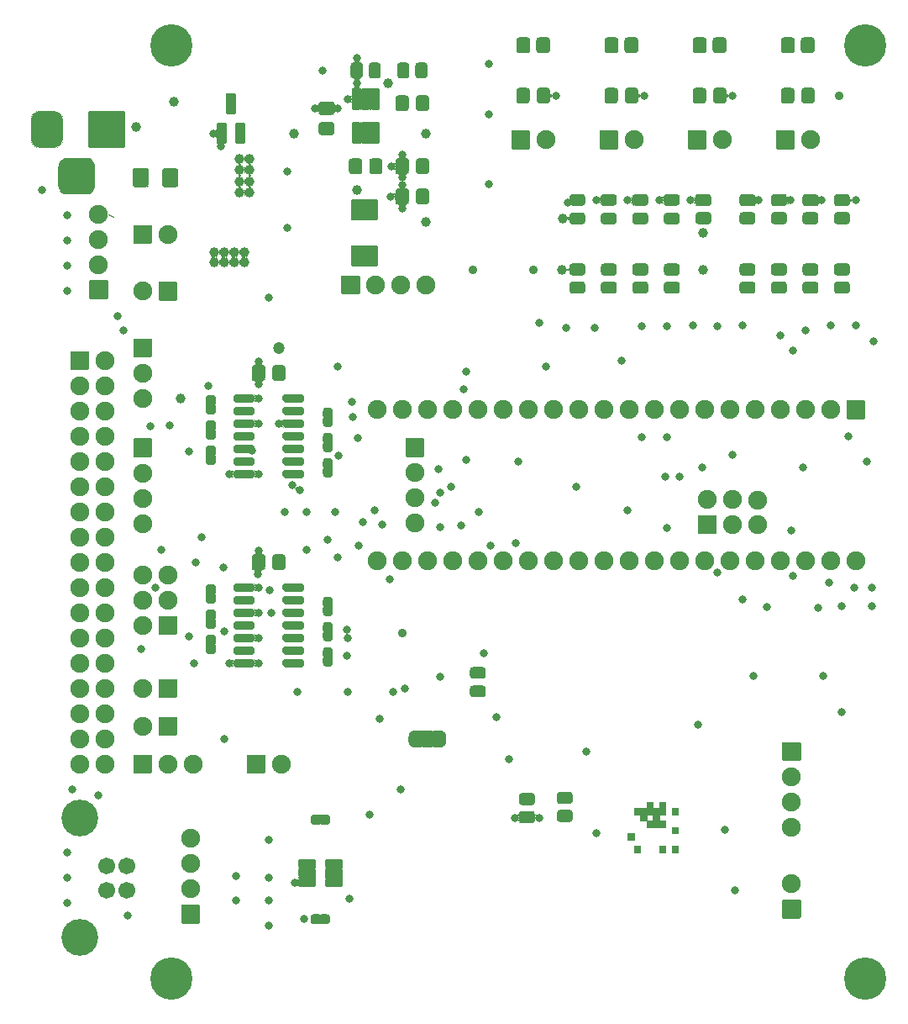
<source format=gbr>
G04 #@! TF.GenerationSoftware,KiCad,Pcbnew,(5.1.9)-1*
G04 #@! TF.CreationDate,2021-06-25T18:36:13+01:00*
G04 #@! TF.ProjectId,Greaseweazle F1 Plus,47726561-7365-4776-9561-7a6c65204631,1*
G04 #@! TF.SameCoordinates,PX6312cb0PY6bcb370*
G04 #@! TF.FileFunction,Soldermask,Top*
G04 #@! TF.FilePolarity,Negative*
%FSLAX46Y46*%
G04 Gerber Fmt 4.6, Leading zero omitted, Abs format (unit mm)*
G04 Created by KiCad (PCBNEW (5.1.9)-1) date 2021-06-25 18:36:13*
%MOMM*%
%LPD*%
G01*
G04 APERTURE LIST*
%ADD10C,0.120000*%
%ADD11C,0.100000*%
%ADD12O,1.900000X1.900000*%
%ADD13C,4.264000*%
%ADD14C,1.900000*%
%ADD15C,1.701140*%
%ADD16C,3.700120*%
%ADD17C,0.800000*%
%ADD18C,1.000000*%
%ADD19C,0.900000*%
%ADD20C,1.200000*%
G04 APERTURE END LIST*
D10*
X-2667000Y55118000D02*
X-3175000Y55372000D01*
D11*
G36*
X52324000Y-5715000D02*
G01*
X51689000Y-5715000D01*
X51689000Y-5080000D01*
X52324000Y-5080000D01*
X52324000Y-5715000D01*
G37*
X52324000Y-5715000D02*
X51689000Y-5715000D01*
X51689000Y-5080000D01*
X52324000Y-5080000D01*
X52324000Y-5715000D01*
G36*
X52324000Y-6350000D02*
G01*
X51689000Y-6350000D01*
X51689000Y-5715000D01*
X52324000Y-5715000D01*
X52324000Y-6350000D01*
G37*
X52324000Y-6350000D02*
X51689000Y-6350000D01*
X51689000Y-5715000D01*
X52324000Y-5715000D01*
X52324000Y-6350000D01*
G36*
X52959000Y-6350000D02*
G01*
X52324000Y-6350000D01*
X52324000Y-5715000D01*
X52959000Y-5715000D01*
X52959000Y-6350000D01*
G37*
X52959000Y-6350000D02*
X52324000Y-6350000D01*
X52324000Y-5715000D01*
X52959000Y-5715000D01*
X52959000Y-6350000D01*
G36*
X51689000Y-6350000D02*
G01*
X51054000Y-6350000D01*
X51054000Y-5715000D01*
X51689000Y-5715000D01*
X51689000Y-6350000D01*
G37*
X51689000Y-6350000D02*
X51054000Y-6350000D01*
X51054000Y-5715000D01*
X51689000Y-5715000D01*
X51689000Y-6350000D01*
G36*
X51054000Y-5715000D02*
G01*
X50419000Y-5715000D01*
X50419000Y-5080000D01*
X51054000Y-5080000D01*
X51054000Y-5715000D01*
G37*
X51054000Y-5715000D02*
X50419000Y-5715000D01*
X50419000Y-5080000D01*
X51054000Y-5080000D01*
X51054000Y-5715000D01*
G36*
X54229000Y-5080000D02*
G01*
X53594000Y-5080000D01*
X53594000Y-4445000D01*
X54229000Y-4445000D01*
X54229000Y-5080000D01*
G37*
X54229000Y-5080000D02*
X53594000Y-5080000D01*
X53594000Y-4445000D01*
X54229000Y-4445000D01*
X54229000Y-5080000D01*
G36*
X54229000Y-8890000D02*
G01*
X53594000Y-8890000D01*
X53594000Y-8255000D01*
X54229000Y-8255000D01*
X54229000Y-8890000D01*
G37*
X54229000Y-8890000D02*
X53594000Y-8890000D01*
X53594000Y-8255000D01*
X54229000Y-8255000D01*
X54229000Y-8890000D01*
G36*
X52959000Y-4445000D02*
G01*
X52324000Y-4445000D01*
X52324000Y-3810000D01*
X52959000Y-3810000D01*
X52959000Y-4445000D01*
G37*
X52959000Y-4445000D02*
X52324000Y-4445000D01*
X52324000Y-3810000D01*
X52959000Y-3810000D01*
X52959000Y-4445000D01*
G36*
X52959000Y-5080000D02*
G01*
X52324000Y-5080000D01*
X52324000Y-4445000D01*
X52959000Y-4445000D01*
X52959000Y-5080000D01*
G37*
X52959000Y-5080000D02*
X52324000Y-5080000D01*
X52324000Y-4445000D01*
X52959000Y-4445000D01*
X52959000Y-5080000D01*
G36*
X52324000Y-5080000D02*
G01*
X51689000Y-5080000D01*
X51689000Y-4445000D01*
X52324000Y-4445000D01*
X52324000Y-5080000D01*
G37*
X52324000Y-5080000D02*
X51689000Y-5080000D01*
X51689000Y-4445000D01*
X52324000Y-4445000D01*
X52324000Y-5080000D01*
G36*
X51689000Y-5080000D02*
G01*
X51054000Y-5080000D01*
X51054000Y-4445000D01*
X51689000Y-4445000D01*
X51689000Y-5080000D01*
G37*
X51689000Y-5080000D02*
X51054000Y-5080000D01*
X51054000Y-4445000D01*
X51689000Y-4445000D01*
X51689000Y-5080000D01*
G36*
X51689000Y-4445000D02*
G01*
X51054000Y-4445000D01*
X51054000Y-3810000D01*
X51689000Y-3810000D01*
X51689000Y-4445000D01*
G37*
X51689000Y-4445000D02*
X51054000Y-4445000D01*
X51054000Y-3810000D01*
X51689000Y-3810000D01*
X51689000Y-4445000D01*
G36*
X51054000Y-5080000D02*
G01*
X50419000Y-5080000D01*
X50419000Y-4445000D01*
X51054000Y-4445000D01*
X51054000Y-5080000D01*
G37*
X51054000Y-5080000D02*
X50419000Y-5080000D01*
X50419000Y-4445000D01*
X51054000Y-4445000D01*
X51054000Y-5080000D01*
G36*
X50419000Y-5080000D02*
G01*
X49784000Y-5080000D01*
X49784000Y-4445000D01*
X50419000Y-4445000D01*
X50419000Y-5080000D01*
G37*
X50419000Y-5080000D02*
X49784000Y-5080000D01*
X49784000Y-4445000D01*
X50419000Y-4445000D01*
X50419000Y-5080000D01*
G36*
X49784000Y-7620000D02*
G01*
X49149000Y-7620000D01*
X49149000Y-6985000D01*
X49784000Y-6985000D01*
X49784000Y-7620000D01*
G37*
X49784000Y-7620000D02*
X49149000Y-7620000D01*
X49149000Y-6985000D01*
X49784000Y-6985000D01*
X49784000Y-7620000D01*
G36*
X50419000Y-8890000D02*
G01*
X49784000Y-8890000D01*
X49784000Y-8255000D01*
X50419000Y-8255000D01*
X50419000Y-8890000D01*
G37*
X50419000Y-8890000D02*
X49784000Y-8890000D01*
X49784000Y-8255000D01*
X50419000Y-8255000D01*
X50419000Y-8890000D01*
G36*
X52959000Y-8890000D02*
G01*
X52324000Y-8890000D01*
X52324000Y-8255000D01*
X52959000Y-8255000D01*
X52959000Y-8890000D01*
G37*
X52959000Y-8890000D02*
X52324000Y-8890000D01*
X52324000Y-8255000D01*
X52959000Y-8255000D01*
X52959000Y-8890000D01*
G36*
X54229000Y-6985000D02*
G01*
X53594000Y-6985000D01*
X53594000Y-6350000D01*
X54229000Y-6350000D01*
X54229000Y-6985000D01*
G37*
X54229000Y-6985000D02*
X53594000Y-6985000D01*
X53594000Y-6350000D01*
X54229000Y-6350000D01*
X54229000Y-6985000D01*
G36*
X54229000Y-6985000D02*
G01*
X53594000Y-6985000D01*
X53594000Y-6350000D01*
X54229000Y-6350000D01*
X54229000Y-6985000D01*
G37*
X54229000Y-6985000D02*
X53594000Y-6985000D01*
X53594000Y-6350000D01*
X54229000Y-6350000D01*
X54229000Y-6985000D01*
G36*
X52959000Y-8890000D02*
G01*
X52324000Y-8890000D01*
X52324000Y-8255000D01*
X52959000Y-8255000D01*
X52959000Y-8890000D01*
G37*
X52959000Y-8890000D02*
X52324000Y-8890000D01*
X52324000Y-8255000D01*
X52959000Y-8255000D01*
X52959000Y-8890000D01*
G36*
X50419000Y-8890000D02*
G01*
X49784000Y-8890000D01*
X49784000Y-8255000D01*
X50419000Y-8255000D01*
X50419000Y-8890000D01*
G37*
X50419000Y-8890000D02*
X49784000Y-8890000D01*
X49784000Y-8255000D01*
X50419000Y-8255000D01*
X50419000Y-8890000D01*
G36*
X49784000Y-7620000D02*
G01*
X49149000Y-7620000D01*
X49149000Y-6985000D01*
X49784000Y-6985000D01*
X49784000Y-7620000D01*
G37*
X49784000Y-7620000D02*
X49149000Y-7620000D01*
X49149000Y-6985000D01*
X49784000Y-6985000D01*
X49784000Y-7620000D01*
G36*
X50419000Y-5080000D02*
G01*
X49784000Y-5080000D01*
X49784000Y-4445000D01*
X50419000Y-4445000D01*
X50419000Y-5080000D01*
G37*
X50419000Y-5080000D02*
X49784000Y-5080000D01*
X49784000Y-4445000D01*
X50419000Y-4445000D01*
X50419000Y-5080000D01*
G36*
X51054000Y-5080000D02*
G01*
X50419000Y-5080000D01*
X50419000Y-4445000D01*
X51054000Y-4445000D01*
X51054000Y-5080000D01*
G37*
X51054000Y-5080000D02*
X50419000Y-5080000D01*
X50419000Y-4445000D01*
X51054000Y-4445000D01*
X51054000Y-5080000D01*
G36*
X51689000Y-4445000D02*
G01*
X51054000Y-4445000D01*
X51054000Y-3810000D01*
X51689000Y-3810000D01*
X51689000Y-4445000D01*
G37*
X51689000Y-4445000D02*
X51054000Y-4445000D01*
X51054000Y-3810000D01*
X51689000Y-3810000D01*
X51689000Y-4445000D01*
G36*
X51689000Y-5080000D02*
G01*
X51054000Y-5080000D01*
X51054000Y-4445000D01*
X51689000Y-4445000D01*
X51689000Y-5080000D01*
G37*
X51689000Y-5080000D02*
X51054000Y-5080000D01*
X51054000Y-4445000D01*
X51689000Y-4445000D01*
X51689000Y-5080000D01*
G36*
X52324000Y-5080000D02*
G01*
X51689000Y-5080000D01*
X51689000Y-4445000D01*
X52324000Y-4445000D01*
X52324000Y-5080000D01*
G37*
X52324000Y-5080000D02*
X51689000Y-5080000D01*
X51689000Y-4445000D01*
X52324000Y-4445000D01*
X52324000Y-5080000D01*
G36*
X52959000Y-5080000D02*
G01*
X52324000Y-5080000D01*
X52324000Y-4445000D01*
X52959000Y-4445000D01*
X52959000Y-5080000D01*
G37*
X52959000Y-5080000D02*
X52324000Y-5080000D01*
X52324000Y-4445000D01*
X52959000Y-4445000D01*
X52959000Y-5080000D01*
G36*
X52959000Y-4445000D02*
G01*
X52324000Y-4445000D01*
X52324000Y-3810000D01*
X52959000Y-3810000D01*
X52959000Y-4445000D01*
G37*
X52959000Y-4445000D02*
X52324000Y-4445000D01*
X52324000Y-3810000D01*
X52959000Y-3810000D01*
X52959000Y-4445000D01*
G36*
X54229000Y-8890000D02*
G01*
X53594000Y-8890000D01*
X53594000Y-8255000D01*
X54229000Y-8255000D01*
X54229000Y-8890000D01*
G37*
X54229000Y-8890000D02*
X53594000Y-8890000D01*
X53594000Y-8255000D01*
X54229000Y-8255000D01*
X54229000Y-8890000D01*
G36*
X54229000Y-5080000D02*
G01*
X53594000Y-5080000D01*
X53594000Y-4445000D01*
X54229000Y-4445000D01*
X54229000Y-5080000D01*
G37*
X54229000Y-5080000D02*
X53594000Y-5080000D01*
X53594000Y-4445000D01*
X54229000Y-4445000D01*
X54229000Y-5080000D01*
G36*
X51054000Y-5715000D02*
G01*
X50419000Y-5715000D01*
X50419000Y-5080000D01*
X51054000Y-5080000D01*
X51054000Y-5715000D01*
G37*
X51054000Y-5715000D02*
X50419000Y-5715000D01*
X50419000Y-5080000D01*
X51054000Y-5080000D01*
X51054000Y-5715000D01*
G36*
X51689000Y-6350000D02*
G01*
X51054000Y-6350000D01*
X51054000Y-5715000D01*
X51689000Y-5715000D01*
X51689000Y-6350000D01*
G37*
X51689000Y-6350000D02*
X51054000Y-6350000D01*
X51054000Y-5715000D01*
X51689000Y-5715000D01*
X51689000Y-6350000D01*
G36*
X52959000Y-6350000D02*
G01*
X52324000Y-6350000D01*
X52324000Y-5715000D01*
X52959000Y-5715000D01*
X52959000Y-6350000D01*
G37*
X52959000Y-6350000D02*
X52324000Y-6350000D01*
X52324000Y-5715000D01*
X52959000Y-5715000D01*
X52959000Y-6350000D01*
G36*
X52324000Y-6350000D02*
G01*
X51689000Y-6350000D01*
X51689000Y-5715000D01*
X52324000Y-5715000D01*
X52324000Y-6350000D01*
G37*
X52324000Y-6350000D02*
X51689000Y-6350000D01*
X51689000Y-5715000D01*
X52324000Y-5715000D01*
X52324000Y-6350000D01*
G36*
X52324000Y-5715000D02*
G01*
X51689000Y-5715000D01*
X51689000Y-5080000D01*
X52324000Y-5080000D01*
X52324000Y-5715000D01*
G37*
X52324000Y-5715000D02*
X51689000Y-5715000D01*
X51689000Y-5080000D01*
X52324000Y-5080000D01*
X52324000Y-5715000D01*
D10*
X-2667000Y55118000D02*
X-3175000Y55372000D01*
D11*
G36*
X52324000Y-5715000D02*
G01*
X51689000Y-5715000D01*
X51689000Y-5080000D01*
X52324000Y-5080000D01*
X52324000Y-5715000D01*
G37*
X52324000Y-5715000D02*
X51689000Y-5715000D01*
X51689000Y-5080000D01*
X52324000Y-5080000D01*
X52324000Y-5715000D01*
G36*
X52324000Y-6350000D02*
G01*
X51689000Y-6350000D01*
X51689000Y-5715000D01*
X52324000Y-5715000D01*
X52324000Y-6350000D01*
G37*
X52324000Y-6350000D02*
X51689000Y-6350000D01*
X51689000Y-5715000D01*
X52324000Y-5715000D01*
X52324000Y-6350000D01*
G36*
X52959000Y-6350000D02*
G01*
X52324000Y-6350000D01*
X52324000Y-5715000D01*
X52959000Y-5715000D01*
X52959000Y-6350000D01*
G37*
X52959000Y-6350000D02*
X52324000Y-6350000D01*
X52324000Y-5715000D01*
X52959000Y-5715000D01*
X52959000Y-6350000D01*
G36*
X51689000Y-6350000D02*
G01*
X51054000Y-6350000D01*
X51054000Y-5715000D01*
X51689000Y-5715000D01*
X51689000Y-6350000D01*
G37*
X51689000Y-6350000D02*
X51054000Y-6350000D01*
X51054000Y-5715000D01*
X51689000Y-5715000D01*
X51689000Y-6350000D01*
G36*
X51054000Y-5715000D02*
G01*
X50419000Y-5715000D01*
X50419000Y-5080000D01*
X51054000Y-5080000D01*
X51054000Y-5715000D01*
G37*
X51054000Y-5715000D02*
X50419000Y-5715000D01*
X50419000Y-5080000D01*
X51054000Y-5080000D01*
X51054000Y-5715000D01*
G36*
X54229000Y-5080000D02*
G01*
X53594000Y-5080000D01*
X53594000Y-4445000D01*
X54229000Y-4445000D01*
X54229000Y-5080000D01*
G37*
X54229000Y-5080000D02*
X53594000Y-5080000D01*
X53594000Y-4445000D01*
X54229000Y-4445000D01*
X54229000Y-5080000D01*
G36*
X54229000Y-8890000D02*
G01*
X53594000Y-8890000D01*
X53594000Y-8255000D01*
X54229000Y-8255000D01*
X54229000Y-8890000D01*
G37*
X54229000Y-8890000D02*
X53594000Y-8890000D01*
X53594000Y-8255000D01*
X54229000Y-8255000D01*
X54229000Y-8890000D01*
G36*
X52959000Y-4445000D02*
G01*
X52324000Y-4445000D01*
X52324000Y-3810000D01*
X52959000Y-3810000D01*
X52959000Y-4445000D01*
G37*
X52959000Y-4445000D02*
X52324000Y-4445000D01*
X52324000Y-3810000D01*
X52959000Y-3810000D01*
X52959000Y-4445000D01*
G36*
X52959000Y-5080000D02*
G01*
X52324000Y-5080000D01*
X52324000Y-4445000D01*
X52959000Y-4445000D01*
X52959000Y-5080000D01*
G37*
X52959000Y-5080000D02*
X52324000Y-5080000D01*
X52324000Y-4445000D01*
X52959000Y-4445000D01*
X52959000Y-5080000D01*
G36*
X52324000Y-5080000D02*
G01*
X51689000Y-5080000D01*
X51689000Y-4445000D01*
X52324000Y-4445000D01*
X52324000Y-5080000D01*
G37*
X52324000Y-5080000D02*
X51689000Y-5080000D01*
X51689000Y-4445000D01*
X52324000Y-4445000D01*
X52324000Y-5080000D01*
G36*
X51689000Y-5080000D02*
G01*
X51054000Y-5080000D01*
X51054000Y-4445000D01*
X51689000Y-4445000D01*
X51689000Y-5080000D01*
G37*
X51689000Y-5080000D02*
X51054000Y-5080000D01*
X51054000Y-4445000D01*
X51689000Y-4445000D01*
X51689000Y-5080000D01*
G36*
X51689000Y-4445000D02*
G01*
X51054000Y-4445000D01*
X51054000Y-3810000D01*
X51689000Y-3810000D01*
X51689000Y-4445000D01*
G37*
X51689000Y-4445000D02*
X51054000Y-4445000D01*
X51054000Y-3810000D01*
X51689000Y-3810000D01*
X51689000Y-4445000D01*
G36*
X51054000Y-5080000D02*
G01*
X50419000Y-5080000D01*
X50419000Y-4445000D01*
X51054000Y-4445000D01*
X51054000Y-5080000D01*
G37*
X51054000Y-5080000D02*
X50419000Y-5080000D01*
X50419000Y-4445000D01*
X51054000Y-4445000D01*
X51054000Y-5080000D01*
G36*
X50419000Y-5080000D02*
G01*
X49784000Y-5080000D01*
X49784000Y-4445000D01*
X50419000Y-4445000D01*
X50419000Y-5080000D01*
G37*
X50419000Y-5080000D02*
X49784000Y-5080000D01*
X49784000Y-4445000D01*
X50419000Y-4445000D01*
X50419000Y-5080000D01*
G36*
X49784000Y-7620000D02*
G01*
X49149000Y-7620000D01*
X49149000Y-6985000D01*
X49784000Y-6985000D01*
X49784000Y-7620000D01*
G37*
X49784000Y-7620000D02*
X49149000Y-7620000D01*
X49149000Y-6985000D01*
X49784000Y-6985000D01*
X49784000Y-7620000D01*
G36*
X50419000Y-8890000D02*
G01*
X49784000Y-8890000D01*
X49784000Y-8255000D01*
X50419000Y-8255000D01*
X50419000Y-8890000D01*
G37*
X50419000Y-8890000D02*
X49784000Y-8890000D01*
X49784000Y-8255000D01*
X50419000Y-8255000D01*
X50419000Y-8890000D01*
G36*
X52959000Y-8890000D02*
G01*
X52324000Y-8890000D01*
X52324000Y-8255000D01*
X52959000Y-8255000D01*
X52959000Y-8890000D01*
G37*
X52959000Y-8890000D02*
X52324000Y-8890000D01*
X52324000Y-8255000D01*
X52959000Y-8255000D01*
X52959000Y-8890000D01*
G36*
X54229000Y-6985000D02*
G01*
X53594000Y-6985000D01*
X53594000Y-6350000D01*
X54229000Y-6350000D01*
X54229000Y-6985000D01*
G37*
X54229000Y-6985000D02*
X53594000Y-6985000D01*
X53594000Y-6350000D01*
X54229000Y-6350000D01*
X54229000Y-6985000D01*
G36*
X54229000Y-6985000D02*
G01*
X53594000Y-6985000D01*
X53594000Y-6350000D01*
X54229000Y-6350000D01*
X54229000Y-6985000D01*
G37*
X54229000Y-6985000D02*
X53594000Y-6985000D01*
X53594000Y-6350000D01*
X54229000Y-6350000D01*
X54229000Y-6985000D01*
G36*
X52959000Y-8890000D02*
G01*
X52324000Y-8890000D01*
X52324000Y-8255000D01*
X52959000Y-8255000D01*
X52959000Y-8890000D01*
G37*
X52959000Y-8890000D02*
X52324000Y-8890000D01*
X52324000Y-8255000D01*
X52959000Y-8255000D01*
X52959000Y-8890000D01*
G36*
X50419000Y-8890000D02*
G01*
X49784000Y-8890000D01*
X49784000Y-8255000D01*
X50419000Y-8255000D01*
X50419000Y-8890000D01*
G37*
X50419000Y-8890000D02*
X49784000Y-8890000D01*
X49784000Y-8255000D01*
X50419000Y-8255000D01*
X50419000Y-8890000D01*
G36*
X49784000Y-7620000D02*
G01*
X49149000Y-7620000D01*
X49149000Y-6985000D01*
X49784000Y-6985000D01*
X49784000Y-7620000D01*
G37*
X49784000Y-7620000D02*
X49149000Y-7620000D01*
X49149000Y-6985000D01*
X49784000Y-6985000D01*
X49784000Y-7620000D01*
G36*
X50419000Y-5080000D02*
G01*
X49784000Y-5080000D01*
X49784000Y-4445000D01*
X50419000Y-4445000D01*
X50419000Y-5080000D01*
G37*
X50419000Y-5080000D02*
X49784000Y-5080000D01*
X49784000Y-4445000D01*
X50419000Y-4445000D01*
X50419000Y-5080000D01*
G36*
X51054000Y-5080000D02*
G01*
X50419000Y-5080000D01*
X50419000Y-4445000D01*
X51054000Y-4445000D01*
X51054000Y-5080000D01*
G37*
X51054000Y-5080000D02*
X50419000Y-5080000D01*
X50419000Y-4445000D01*
X51054000Y-4445000D01*
X51054000Y-5080000D01*
G36*
X51689000Y-4445000D02*
G01*
X51054000Y-4445000D01*
X51054000Y-3810000D01*
X51689000Y-3810000D01*
X51689000Y-4445000D01*
G37*
X51689000Y-4445000D02*
X51054000Y-4445000D01*
X51054000Y-3810000D01*
X51689000Y-3810000D01*
X51689000Y-4445000D01*
G36*
X51689000Y-5080000D02*
G01*
X51054000Y-5080000D01*
X51054000Y-4445000D01*
X51689000Y-4445000D01*
X51689000Y-5080000D01*
G37*
X51689000Y-5080000D02*
X51054000Y-5080000D01*
X51054000Y-4445000D01*
X51689000Y-4445000D01*
X51689000Y-5080000D01*
G36*
X52324000Y-5080000D02*
G01*
X51689000Y-5080000D01*
X51689000Y-4445000D01*
X52324000Y-4445000D01*
X52324000Y-5080000D01*
G37*
X52324000Y-5080000D02*
X51689000Y-5080000D01*
X51689000Y-4445000D01*
X52324000Y-4445000D01*
X52324000Y-5080000D01*
G36*
X52959000Y-5080000D02*
G01*
X52324000Y-5080000D01*
X52324000Y-4445000D01*
X52959000Y-4445000D01*
X52959000Y-5080000D01*
G37*
X52959000Y-5080000D02*
X52324000Y-5080000D01*
X52324000Y-4445000D01*
X52959000Y-4445000D01*
X52959000Y-5080000D01*
G36*
X52959000Y-4445000D02*
G01*
X52324000Y-4445000D01*
X52324000Y-3810000D01*
X52959000Y-3810000D01*
X52959000Y-4445000D01*
G37*
X52959000Y-4445000D02*
X52324000Y-4445000D01*
X52324000Y-3810000D01*
X52959000Y-3810000D01*
X52959000Y-4445000D01*
G36*
X54229000Y-8890000D02*
G01*
X53594000Y-8890000D01*
X53594000Y-8255000D01*
X54229000Y-8255000D01*
X54229000Y-8890000D01*
G37*
X54229000Y-8890000D02*
X53594000Y-8890000D01*
X53594000Y-8255000D01*
X54229000Y-8255000D01*
X54229000Y-8890000D01*
G36*
X54229000Y-5080000D02*
G01*
X53594000Y-5080000D01*
X53594000Y-4445000D01*
X54229000Y-4445000D01*
X54229000Y-5080000D01*
G37*
X54229000Y-5080000D02*
X53594000Y-5080000D01*
X53594000Y-4445000D01*
X54229000Y-4445000D01*
X54229000Y-5080000D01*
G36*
X51054000Y-5715000D02*
G01*
X50419000Y-5715000D01*
X50419000Y-5080000D01*
X51054000Y-5080000D01*
X51054000Y-5715000D01*
G37*
X51054000Y-5715000D02*
X50419000Y-5715000D01*
X50419000Y-5080000D01*
X51054000Y-5080000D01*
X51054000Y-5715000D01*
G36*
X51689000Y-6350000D02*
G01*
X51054000Y-6350000D01*
X51054000Y-5715000D01*
X51689000Y-5715000D01*
X51689000Y-6350000D01*
G37*
X51689000Y-6350000D02*
X51054000Y-6350000D01*
X51054000Y-5715000D01*
X51689000Y-5715000D01*
X51689000Y-6350000D01*
G36*
X52959000Y-6350000D02*
G01*
X52324000Y-6350000D01*
X52324000Y-5715000D01*
X52959000Y-5715000D01*
X52959000Y-6350000D01*
G37*
X52959000Y-6350000D02*
X52324000Y-6350000D01*
X52324000Y-5715000D01*
X52959000Y-5715000D01*
X52959000Y-6350000D01*
G36*
X52324000Y-6350000D02*
G01*
X51689000Y-6350000D01*
X51689000Y-5715000D01*
X52324000Y-5715000D01*
X52324000Y-6350000D01*
G37*
X52324000Y-6350000D02*
X51689000Y-6350000D01*
X51689000Y-5715000D01*
X52324000Y-5715000D01*
X52324000Y-6350000D01*
G36*
X52324000Y-5715000D02*
G01*
X51689000Y-5715000D01*
X51689000Y-5080000D01*
X52324000Y-5080000D01*
X52324000Y-5715000D01*
G37*
X52324000Y-5715000D02*
X51689000Y-5715000D01*
X51689000Y-5080000D01*
X52324000Y-5080000D01*
X52324000Y-5715000D01*
D12*
X28829000Y48260000D03*
X26289000Y48260000D03*
X23749000Y48260000D03*
G36*
G01*
X22059000Y47310000D02*
X20359000Y47310000D01*
G75*
G02*
X20259000Y47410000I0J100000D01*
G01*
X20259000Y49110000D01*
G75*
G02*
X20359000Y49210000I100000J0D01*
G01*
X22059000Y49210000D01*
G75*
G02*
X22159000Y49110000I0J-100000D01*
G01*
X22159000Y47410000D01*
G75*
G02*
X22059000Y47310000I-100000J0D01*
G01*
G37*
X5334000Y0D03*
X2794000Y0D03*
G36*
G01*
X1104000Y-950000D02*
X-596000Y-950000D01*
G75*
G02*
X-696000Y-850000I0J100000D01*
G01*
X-696000Y850000D01*
G75*
G02*
X-596000Y950000I100000J0D01*
G01*
X1104000Y950000D01*
G75*
G02*
X1204000Y850000I0J-100000D01*
G01*
X1204000Y-850000D01*
G75*
G02*
X1104000Y-950000I-100000J0D01*
G01*
G37*
X14224000Y0D03*
G36*
G01*
X12534000Y-950000D02*
X10834000Y-950000D01*
G75*
G02*
X10734000Y-850000I0J100000D01*
G01*
X10734000Y850000D01*
G75*
G02*
X10834000Y950000I100000J0D01*
G01*
X12534000Y950000D01*
G75*
G02*
X12634000Y850000I0J-100000D01*
G01*
X12634000Y-850000D01*
G75*
G02*
X12534000Y-950000I-100000J0D01*
G01*
G37*
D13*
X73114000Y-21584600D03*
X3114000Y-21584600D03*
X73114000Y72415400D03*
X3114000Y72415400D03*
G36*
G01*
X29556000Y3290000D02*
X29556000Y1790000D01*
G75*
G02*
X29456000Y1690000I-100000J0D01*
G01*
X28456000Y1690000D01*
G75*
G02*
X28356000Y1790000I0J100000D01*
G01*
X28356000Y3290000D01*
G75*
G02*
X28456000Y3390000I100000J0D01*
G01*
X29456000Y3390000D01*
G75*
G02*
X29556000Y3290000I0J-100000D01*
G01*
G37*
D11*
G36*
X27649886Y1690602D02*
G01*
X27631466Y1690602D01*
X27621663Y1691084D01*
X27572832Y1695894D01*
X27563127Y1697333D01*
X27515002Y1706905D01*
X27505481Y1709290D01*
X27458526Y1723534D01*
X27449288Y1726840D01*
X27403955Y1745617D01*
X27395081Y1749814D01*
X27351808Y1772945D01*
X27343393Y1777988D01*
X27302594Y1805248D01*
X27294710Y1811095D01*
X27256781Y1842223D01*
X27249510Y1848813D01*
X27214813Y1883510D01*
X27208223Y1890781D01*
X27177095Y1928710D01*
X27171248Y1936594D01*
X27143988Y1977393D01*
X27138945Y1985808D01*
X27115814Y2029081D01*
X27111617Y2037955D01*
X27092840Y2083288D01*
X27089534Y2092526D01*
X27075290Y2139481D01*
X27072905Y2149002D01*
X27063333Y2197127D01*
X27061894Y2206832D01*
X27057084Y2255663D01*
X27056602Y2265466D01*
X27056602Y2283886D01*
X27056000Y2290000D01*
X27056000Y2790000D01*
X27056602Y2796114D01*
X27056602Y2814534D01*
X27057084Y2824337D01*
X27061894Y2873168D01*
X27063333Y2882873D01*
X27072905Y2930998D01*
X27075290Y2940519D01*
X27089534Y2987474D01*
X27092840Y2996712D01*
X27111617Y3042045D01*
X27115814Y3050919D01*
X27138945Y3094192D01*
X27143988Y3102607D01*
X27171248Y3143406D01*
X27177095Y3151290D01*
X27208223Y3189219D01*
X27214813Y3196490D01*
X27249510Y3231187D01*
X27256781Y3237777D01*
X27294710Y3268905D01*
X27302594Y3274752D01*
X27343393Y3302012D01*
X27351808Y3307055D01*
X27395081Y3330186D01*
X27403955Y3334383D01*
X27449288Y3353160D01*
X27458526Y3356466D01*
X27505481Y3370710D01*
X27515002Y3373095D01*
X27563127Y3382667D01*
X27572832Y3384106D01*
X27621663Y3388916D01*
X27631466Y3389398D01*
X27649886Y3389398D01*
X27656000Y3390000D01*
X28206000Y3390000D01*
X28225509Y3388079D01*
X28244268Y3382388D01*
X28261557Y3373147D01*
X28276711Y3360711D01*
X28289147Y3345557D01*
X28298388Y3328268D01*
X28304079Y3309509D01*
X28306000Y3290000D01*
X28306000Y1790000D01*
X28304079Y1770491D01*
X28298388Y1751732D01*
X28289147Y1734443D01*
X28276711Y1719289D01*
X28261557Y1706853D01*
X28244268Y1697612D01*
X28225509Y1691921D01*
X28206000Y1690000D01*
X27656000Y1690000D01*
X27649886Y1690602D01*
G37*
G36*
X29686491Y1691921D02*
G01*
X29667732Y1697612D01*
X29650443Y1706853D01*
X29635289Y1719289D01*
X29622853Y1734443D01*
X29613612Y1751732D01*
X29607921Y1770491D01*
X29606000Y1790000D01*
X29606000Y3290000D01*
X29607921Y3309509D01*
X29613612Y3328268D01*
X29622853Y3345557D01*
X29635289Y3360711D01*
X29650443Y3373147D01*
X29667732Y3382388D01*
X29686491Y3388079D01*
X29706000Y3390000D01*
X30256000Y3390000D01*
X30262114Y3389398D01*
X30280534Y3389398D01*
X30290337Y3388916D01*
X30339168Y3384106D01*
X30348873Y3382667D01*
X30396998Y3373095D01*
X30406519Y3370710D01*
X30453474Y3356466D01*
X30462712Y3353160D01*
X30508045Y3334383D01*
X30516919Y3330186D01*
X30560192Y3307055D01*
X30568607Y3302012D01*
X30609406Y3274752D01*
X30617290Y3268905D01*
X30655219Y3237777D01*
X30662490Y3231187D01*
X30697187Y3196490D01*
X30703777Y3189219D01*
X30734905Y3151290D01*
X30740752Y3143406D01*
X30768012Y3102607D01*
X30773055Y3094192D01*
X30796186Y3050919D01*
X30800383Y3042045D01*
X30819160Y2996712D01*
X30822466Y2987474D01*
X30836710Y2940519D01*
X30839095Y2930998D01*
X30848667Y2882873D01*
X30850106Y2873168D01*
X30854916Y2824337D01*
X30855398Y2814534D01*
X30855398Y2796114D01*
X30856000Y2790000D01*
X30856000Y2290000D01*
X30855398Y2283886D01*
X30855398Y2265466D01*
X30854916Y2255663D01*
X30850106Y2206832D01*
X30848667Y2197127D01*
X30839095Y2149002D01*
X30836710Y2139481D01*
X30822466Y2092526D01*
X30819160Y2083288D01*
X30800383Y2037955D01*
X30796186Y2029081D01*
X30773055Y1985808D01*
X30768012Y1977393D01*
X30740752Y1936594D01*
X30734905Y1928710D01*
X30703777Y1890781D01*
X30697187Y1883510D01*
X30662490Y1848813D01*
X30655219Y1842223D01*
X30617290Y1811095D01*
X30609406Y1805248D01*
X30568607Y1777988D01*
X30560192Y1772945D01*
X30516919Y1749814D01*
X30508045Y1745617D01*
X30462712Y1726840D01*
X30453474Y1723534D01*
X30406519Y1709290D01*
X30396998Y1706905D01*
X30348873Y1697333D01*
X30339168Y1695894D01*
X30290337Y1691084D01*
X30280534Y1690602D01*
X30262114Y1690602D01*
X30256000Y1690000D01*
X29706000Y1690000D01*
X29686491Y1691921D01*
G37*
G36*
X18799057Y-15121301D02*
G01*
X18808267Y-15121301D01*
X18818070Y-15121783D01*
X18842486Y-15124188D01*
X18852191Y-15125627D01*
X18876253Y-15130413D01*
X18885775Y-15132798D01*
X18909252Y-15139920D01*
X18918490Y-15143226D01*
X18941157Y-15152615D01*
X18950028Y-15156811D01*
X18971665Y-15168376D01*
X18980083Y-15173421D01*
X19000482Y-15187051D01*
X19008364Y-15192897D01*
X19027329Y-15208461D01*
X19034601Y-15215051D01*
X19051949Y-15232399D01*
X19058539Y-15239671D01*
X19074103Y-15258636D01*
X19079949Y-15266518D01*
X19093579Y-15286917D01*
X19098624Y-15295335D01*
X19110189Y-15316972D01*
X19114385Y-15325843D01*
X19123774Y-15348510D01*
X19127080Y-15357748D01*
X19134202Y-15381225D01*
X19136587Y-15390747D01*
X19141373Y-15414809D01*
X19142812Y-15424514D01*
X19145217Y-15448930D01*
X19145699Y-15458733D01*
X19145699Y-15483267D01*
X19145382Y-15489725D01*
X19146000Y-15496000D01*
X19146000Y-15746000D01*
X19145382Y-15752275D01*
X19145699Y-15758733D01*
X19145699Y-15783267D01*
X19145217Y-15793070D01*
X19142812Y-15817486D01*
X19141373Y-15827191D01*
X19136587Y-15851253D01*
X19134202Y-15860775D01*
X19127080Y-15884252D01*
X19123774Y-15893490D01*
X19114385Y-15916157D01*
X19110189Y-15925028D01*
X19098624Y-15946665D01*
X19093579Y-15955083D01*
X19079949Y-15975482D01*
X19074103Y-15983364D01*
X19058539Y-16002329D01*
X19051949Y-16009601D01*
X19034601Y-16026949D01*
X19027329Y-16033539D01*
X19008364Y-16049103D01*
X19000482Y-16054949D01*
X18980083Y-16068579D01*
X18971665Y-16073624D01*
X18950028Y-16085189D01*
X18941157Y-16089385D01*
X18918490Y-16098774D01*
X18909252Y-16102080D01*
X18885775Y-16109202D01*
X18876253Y-16111587D01*
X18852191Y-16116373D01*
X18842486Y-16117812D01*
X18818070Y-16120217D01*
X18808267Y-16120699D01*
X18799057Y-16120699D01*
X18796000Y-16121000D01*
X18296000Y-16121000D01*
X18276491Y-16119079D01*
X18257732Y-16113388D01*
X18240443Y-16104147D01*
X18225289Y-16091711D01*
X18212853Y-16076557D01*
X18203612Y-16059268D01*
X18197921Y-16040509D01*
X18196000Y-16021000D01*
X18196000Y-15221000D01*
X18197921Y-15201491D01*
X18203612Y-15182732D01*
X18212853Y-15165443D01*
X18225289Y-15150289D01*
X18240443Y-15137853D01*
X18257732Y-15128612D01*
X18276491Y-15122921D01*
X18296000Y-15121000D01*
X18796000Y-15121000D01*
X18799057Y-15121301D01*
G37*
G36*
X18045509Y-15122921D02*
G01*
X18064268Y-15128612D01*
X18081557Y-15137853D01*
X18096711Y-15150289D01*
X18109147Y-15165443D01*
X18118388Y-15182732D01*
X18124079Y-15201491D01*
X18126000Y-15221000D01*
X18126000Y-16021000D01*
X18124079Y-16040509D01*
X18118388Y-16059268D01*
X18109147Y-16076557D01*
X18096711Y-16091711D01*
X18081557Y-16104147D01*
X18064268Y-16113388D01*
X18045509Y-16119079D01*
X18026000Y-16121000D01*
X17526000Y-16121000D01*
X17522943Y-16120699D01*
X17513733Y-16120699D01*
X17503930Y-16120217D01*
X17479514Y-16117812D01*
X17469809Y-16116373D01*
X17445747Y-16111587D01*
X17436225Y-16109202D01*
X17412748Y-16102080D01*
X17403510Y-16098774D01*
X17380843Y-16089385D01*
X17371972Y-16085189D01*
X17350335Y-16073624D01*
X17341917Y-16068579D01*
X17321518Y-16054949D01*
X17313636Y-16049103D01*
X17294671Y-16033539D01*
X17287399Y-16026949D01*
X17270051Y-16009601D01*
X17263461Y-16002329D01*
X17247897Y-15983364D01*
X17242051Y-15975482D01*
X17228421Y-15955083D01*
X17223376Y-15946665D01*
X17211811Y-15925028D01*
X17207615Y-15916157D01*
X17198226Y-15893490D01*
X17194920Y-15884252D01*
X17187798Y-15860775D01*
X17185413Y-15851253D01*
X17180627Y-15827191D01*
X17179188Y-15817486D01*
X17176783Y-15793070D01*
X17176301Y-15783267D01*
X17176301Y-15758733D01*
X17176618Y-15752275D01*
X17176000Y-15746000D01*
X17176000Y-15496000D01*
X17176618Y-15489725D01*
X17176301Y-15483267D01*
X17176301Y-15458733D01*
X17176783Y-15448930D01*
X17179188Y-15424514D01*
X17180627Y-15414809D01*
X17185413Y-15390747D01*
X17187798Y-15381225D01*
X17194920Y-15357748D01*
X17198226Y-15348510D01*
X17207615Y-15325843D01*
X17211811Y-15316972D01*
X17223376Y-15295335D01*
X17228421Y-15286917D01*
X17242051Y-15266518D01*
X17247897Y-15258636D01*
X17263461Y-15239671D01*
X17270051Y-15232399D01*
X17287399Y-15215051D01*
X17294671Y-15208461D01*
X17313636Y-15192897D01*
X17321518Y-15187051D01*
X17341917Y-15173421D01*
X17350335Y-15168376D01*
X17371972Y-15156811D01*
X17380843Y-15152615D01*
X17403510Y-15143226D01*
X17412748Y-15139920D01*
X17436225Y-15132798D01*
X17445747Y-15130413D01*
X17469809Y-15125627D01*
X17479514Y-15124188D01*
X17503930Y-15121783D01*
X17513733Y-15121301D01*
X17522943Y-15121301D01*
X17526000Y-15121000D01*
X18026000Y-15121000D01*
X18045509Y-15122921D01*
G37*
G36*
X18799057Y-5088301D02*
G01*
X18808267Y-5088301D01*
X18818070Y-5088783D01*
X18842486Y-5091188D01*
X18852191Y-5092627D01*
X18876253Y-5097413D01*
X18885775Y-5099798D01*
X18909252Y-5106920D01*
X18918490Y-5110226D01*
X18941157Y-5119615D01*
X18950028Y-5123811D01*
X18971665Y-5135376D01*
X18980083Y-5140421D01*
X19000482Y-5154051D01*
X19008364Y-5159897D01*
X19027329Y-5175461D01*
X19034601Y-5182051D01*
X19051949Y-5199399D01*
X19058539Y-5206671D01*
X19074103Y-5225636D01*
X19079949Y-5233518D01*
X19093579Y-5253917D01*
X19098624Y-5262335D01*
X19110189Y-5283972D01*
X19114385Y-5292843D01*
X19123774Y-5315510D01*
X19127080Y-5324748D01*
X19134202Y-5348225D01*
X19136587Y-5357747D01*
X19141373Y-5381809D01*
X19142812Y-5391514D01*
X19145217Y-5415930D01*
X19145699Y-5425733D01*
X19145699Y-5450267D01*
X19145382Y-5456725D01*
X19146000Y-5463000D01*
X19146000Y-5713000D01*
X19145382Y-5719275D01*
X19145699Y-5725733D01*
X19145699Y-5750267D01*
X19145217Y-5760070D01*
X19142812Y-5784486D01*
X19141373Y-5794191D01*
X19136587Y-5818253D01*
X19134202Y-5827775D01*
X19127080Y-5851252D01*
X19123774Y-5860490D01*
X19114385Y-5883157D01*
X19110189Y-5892028D01*
X19098624Y-5913665D01*
X19093579Y-5922083D01*
X19079949Y-5942482D01*
X19074103Y-5950364D01*
X19058539Y-5969329D01*
X19051949Y-5976601D01*
X19034601Y-5993949D01*
X19027329Y-6000539D01*
X19008364Y-6016103D01*
X19000482Y-6021949D01*
X18980083Y-6035579D01*
X18971665Y-6040624D01*
X18950028Y-6052189D01*
X18941157Y-6056385D01*
X18918490Y-6065774D01*
X18909252Y-6069080D01*
X18885775Y-6076202D01*
X18876253Y-6078587D01*
X18852191Y-6083373D01*
X18842486Y-6084812D01*
X18818070Y-6087217D01*
X18808267Y-6087699D01*
X18799057Y-6087699D01*
X18796000Y-6088000D01*
X18296000Y-6088000D01*
X18276491Y-6086079D01*
X18257732Y-6080388D01*
X18240443Y-6071147D01*
X18225289Y-6058711D01*
X18212853Y-6043557D01*
X18203612Y-6026268D01*
X18197921Y-6007509D01*
X18196000Y-5988000D01*
X18196000Y-5188000D01*
X18197921Y-5168491D01*
X18203612Y-5149732D01*
X18212853Y-5132443D01*
X18225289Y-5117289D01*
X18240443Y-5104853D01*
X18257732Y-5095612D01*
X18276491Y-5089921D01*
X18296000Y-5088000D01*
X18796000Y-5088000D01*
X18799057Y-5088301D01*
G37*
G36*
X18045509Y-5089921D02*
G01*
X18064268Y-5095612D01*
X18081557Y-5104853D01*
X18096711Y-5117289D01*
X18109147Y-5132443D01*
X18118388Y-5149732D01*
X18124079Y-5168491D01*
X18126000Y-5188000D01*
X18126000Y-5988000D01*
X18124079Y-6007509D01*
X18118388Y-6026268D01*
X18109147Y-6043557D01*
X18096711Y-6058711D01*
X18081557Y-6071147D01*
X18064268Y-6080388D01*
X18045509Y-6086079D01*
X18026000Y-6088000D01*
X17526000Y-6088000D01*
X17522943Y-6087699D01*
X17513733Y-6087699D01*
X17503930Y-6087217D01*
X17479514Y-6084812D01*
X17469809Y-6083373D01*
X17445747Y-6078587D01*
X17436225Y-6076202D01*
X17412748Y-6069080D01*
X17403510Y-6065774D01*
X17380843Y-6056385D01*
X17371972Y-6052189D01*
X17350335Y-6040624D01*
X17341917Y-6035579D01*
X17321518Y-6021949D01*
X17313636Y-6016103D01*
X17294671Y-6000539D01*
X17287399Y-5993949D01*
X17270051Y-5976601D01*
X17263461Y-5969329D01*
X17247897Y-5950364D01*
X17242051Y-5942482D01*
X17228421Y-5922083D01*
X17223376Y-5913665D01*
X17211811Y-5892028D01*
X17207615Y-5883157D01*
X17198226Y-5860490D01*
X17194920Y-5851252D01*
X17187798Y-5827775D01*
X17185413Y-5818253D01*
X17180627Y-5794191D01*
X17179188Y-5784486D01*
X17176783Y-5760070D01*
X17176301Y-5750267D01*
X17176301Y-5725733D01*
X17176618Y-5719275D01*
X17176000Y-5713000D01*
X17176000Y-5463000D01*
X17176618Y-5456725D01*
X17176301Y-5450267D01*
X17176301Y-5425733D01*
X17176783Y-5415930D01*
X17179188Y-5391514D01*
X17180627Y-5381809D01*
X17185413Y-5357747D01*
X17187798Y-5348225D01*
X17194920Y-5324748D01*
X17198226Y-5315510D01*
X17207615Y-5292843D01*
X17211811Y-5283972D01*
X17223376Y-5262335D01*
X17228421Y-5253917D01*
X17242051Y-5233518D01*
X17247897Y-5225636D01*
X17263461Y-5206671D01*
X17270051Y-5199399D01*
X17287399Y-5182051D01*
X17294671Y-5175461D01*
X17313636Y-5159897D01*
X17321518Y-5154051D01*
X17341917Y-5140421D01*
X17350335Y-5135376D01*
X17371972Y-5123811D01*
X17380843Y-5119615D01*
X17403510Y-5110226D01*
X17412748Y-5106920D01*
X17436225Y-5099798D01*
X17445747Y-5097413D01*
X17469809Y-5092627D01*
X17479514Y-5091188D01*
X17503930Y-5088783D01*
X17513733Y-5088301D01*
X17522943Y-5088301D01*
X17526000Y-5088000D01*
X18026000Y-5088000D01*
X18045509Y-5089921D01*
G37*
G36*
X7611699Y16506943D02*
G01*
X7611699Y16497733D01*
X7611217Y16487930D01*
X7608812Y16463514D01*
X7607373Y16453809D01*
X7602587Y16429747D01*
X7600202Y16420225D01*
X7593080Y16396748D01*
X7589774Y16387510D01*
X7580385Y16364843D01*
X7576189Y16355972D01*
X7564624Y16334335D01*
X7559579Y16325917D01*
X7545949Y16305518D01*
X7540103Y16297636D01*
X7524539Y16278671D01*
X7517949Y16271399D01*
X7500601Y16254051D01*
X7493329Y16247461D01*
X7474364Y16231897D01*
X7466482Y16226051D01*
X7446083Y16212421D01*
X7437665Y16207376D01*
X7416028Y16195811D01*
X7407157Y16191615D01*
X7384490Y16182226D01*
X7375252Y16178920D01*
X7351775Y16171798D01*
X7342253Y16169413D01*
X7318191Y16164627D01*
X7308486Y16163188D01*
X7284070Y16160783D01*
X7274267Y16160301D01*
X7249733Y16160301D01*
X7243275Y16160618D01*
X7237000Y16160000D01*
X6987000Y16160000D01*
X6980725Y16160618D01*
X6974267Y16160301D01*
X6949733Y16160301D01*
X6939930Y16160783D01*
X6915514Y16163188D01*
X6905809Y16164627D01*
X6881747Y16169413D01*
X6872225Y16171798D01*
X6848748Y16178920D01*
X6839510Y16182226D01*
X6816843Y16191615D01*
X6807972Y16195811D01*
X6786335Y16207376D01*
X6777917Y16212421D01*
X6757518Y16226051D01*
X6749636Y16231897D01*
X6730671Y16247461D01*
X6723399Y16254051D01*
X6706051Y16271399D01*
X6699461Y16278671D01*
X6683897Y16297636D01*
X6678051Y16305518D01*
X6664421Y16325917D01*
X6659376Y16334335D01*
X6647811Y16355972D01*
X6643615Y16364843D01*
X6634226Y16387510D01*
X6630920Y16396748D01*
X6623798Y16420225D01*
X6621413Y16429747D01*
X6616627Y16453809D01*
X6615188Y16463514D01*
X6612783Y16487930D01*
X6612301Y16497733D01*
X6612301Y16506943D01*
X6612000Y16510000D01*
X6612000Y17010000D01*
X6613921Y17029509D01*
X6619612Y17048268D01*
X6628853Y17065557D01*
X6641289Y17080711D01*
X6656443Y17093147D01*
X6673732Y17102388D01*
X6692491Y17108079D01*
X6712000Y17110000D01*
X7512000Y17110000D01*
X7531509Y17108079D01*
X7550268Y17102388D01*
X7567557Y17093147D01*
X7582711Y17080711D01*
X7595147Y17065557D01*
X7604388Y17048268D01*
X7610079Y17029509D01*
X7612000Y17010000D01*
X7612000Y16510000D01*
X7611699Y16506943D01*
G37*
G36*
X7610079Y17260491D02*
G01*
X7604388Y17241732D01*
X7595147Y17224443D01*
X7582711Y17209289D01*
X7567557Y17196853D01*
X7550268Y17187612D01*
X7531509Y17181921D01*
X7512000Y17180000D01*
X6712000Y17180000D01*
X6692491Y17181921D01*
X6673732Y17187612D01*
X6656443Y17196853D01*
X6641289Y17209289D01*
X6628853Y17224443D01*
X6619612Y17241732D01*
X6613921Y17260491D01*
X6612000Y17280000D01*
X6612000Y17780000D01*
X6612301Y17783057D01*
X6612301Y17792267D01*
X6612783Y17802070D01*
X6615188Y17826486D01*
X6616627Y17836191D01*
X6621413Y17860253D01*
X6623798Y17869775D01*
X6630920Y17893252D01*
X6634226Y17902490D01*
X6643615Y17925157D01*
X6647811Y17934028D01*
X6659376Y17955665D01*
X6664421Y17964083D01*
X6678051Y17984482D01*
X6683897Y17992364D01*
X6699461Y18011329D01*
X6706051Y18018601D01*
X6723399Y18035949D01*
X6730671Y18042539D01*
X6749636Y18058103D01*
X6757518Y18063949D01*
X6777917Y18077579D01*
X6786335Y18082624D01*
X6807972Y18094189D01*
X6816843Y18098385D01*
X6839510Y18107774D01*
X6848748Y18111080D01*
X6872225Y18118202D01*
X6881747Y18120587D01*
X6905809Y18125373D01*
X6915514Y18126812D01*
X6939930Y18129217D01*
X6949733Y18129699D01*
X6974267Y18129699D01*
X6980725Y18129382D01*
X6987000Y18130000D01*
X7237000Y18130000D01*
X7243275Y18129382D01*
X7249733Y18129699D01*
X7274267Y18129699D01*
X7284070Y18129217D01*
X7308486Y18126812D01*
X7318191Y18125373D01*
X7342253Y18120587D01*
X7351775Y18118202D01*
X7375252Y18111080D01*
X7384490Y18107774D01*
X7407157Y18098385D01*
X7416028Y18094189D01*
X7437665Y18082624D01*
X7446083Y18077579D01*
X7466482Y18063949D01*
X7474364Y18058103D01*
X7493329Y18042539D01*
X7500601Y18035949D01*
X7517949Y18018601D01*
X7524539Y18011329D01*
X7540103Y17992364D01*
X7545949Y17984482D01*
X7559579Y17964083D01*
X7564624Y17955665D01*
X7576189Y17934028D01*
X7580385Y17925157D01*
X7589774Y17902490D01*
X7593080Y17893252D01*
X7600202Y17869775D01*
X7602587Y17860253D01*
X7607373Y17836191D01*
X7608812Y17826486D01*
X7611217Y17802070D01*
X7611699Y17792267D01*
X7611699Y17783057D01*
X7612000Y17780000D01*
X7612000Y17280000D01*
X7610079Y17260491D01*
G37*
G36*
X7611699Y13966943D02*
G01*
X7611699Y13957733D01*
X7611217Y13947930D01*
X7608812Y13923514D01*
X7607373Y13913809D01*
X7602587Y13889747D01*
X7600202Y13880225D01*
X7593080Y13856748D01*
X7589774Y13847510D01*
X7580385Y13824843D01*
X7576189Y13815972D01*
X7564624Y13794335D01*
X7559579Y13785917D01*
X7545949Y13765518D01*
X7540103Y13757636D01*
X7524539Y13738671D01*
X7517949Y13731399D01*
X7500601Y13714051D01*
X7493329Y13707461D01*
X7474364Y13691897D01*
X7466482Y13686051D01*
X7446083Y13672421D01*
X7437665Y13667376D01*
X7416028Y13655811D01*
X7407157Y13651615D01*
X7384490Y13642226D01*
X7375252Y13638920D01*
X7351775Y13631798D01*
X7342253Y13629413D01*
X7318191Y13624627D01*
X7308486Y13623188D01*
X7284070Y13620783D01*
X7274267Y13620301D01*
X7249733Y13620301D01*
X7243275Y13620618D01*
X7237000Y13620000D01*
X6987000Y13620000D01*
X6980725Y13620618D01*
X6974267Y13620301D01*
X6949733Y13620301D01*
X6939930Y13620783D01*
X6915514Y13623188D01*
X6905809Y13624627D01*
X6881747Y13629413D01*
X6872225Y13631798D01*
X6848748Y13638920D01*
X6839510Y13642226D01*
X6816843Y13651615D01*
X6807972Y13655811D01*
X6786335Y13667376D01*
X6777917Y13672421D01*
X6757518Y13686051D01*
X6749636Y13691897D01*
X6730671Y13707461D01*
X6723399Y13714051D01*
X6706051Y13731399D01*
X6699461Y13738671D01*
X6683897Y13757636D01*
X6678051Y13765518D01*
X6664421Y13785917D01*
X6659376Y13794335D01*
X6647811Y13815972D01*
X6643615Y13824843D01*
X6634226Y13847510D01*
X6630920Y13856748D01*
X6623798Y13880225D01*
X6621413Y13889747D01*
X6616627Y13913809D01*
X6615188Y13923514D01*
X6612783Y13947930D01*
X6612301Y13957733D01*
X6612301Y13966943D01*
X6612000Y13970000D01*
X6612000Y14470000D01*
X6613921Y14489509D01*
X6619612Y14508268D01*
X6628853Y14525557D01*
X6641289Y14540711D01*
X6656443Y14553147D01*
X6673732Y14562388D01*
X6692491Y14568079D01*
X6712000Y14570000D01*
X7512000Y14570000D01*
X7531509Y14568079D01*
X7550268Y14562388D01*
X7567557Y14553147D01*
X7582711Y14540711D01*
X7595147Y14525557D01*
X7604388Y14508268D01*
X7610079Y14489509D01*
X7612000Y14470000D01*
X7612000Y13970000D01*
X7611699Y13966943D01*
G37*
G36*
X7610079Y14720491D02*
G01*
X7604388Y14701732D01*
X7595147Y14684443D01*
X7582711Y14669289D01*
X7567557Y14656853D01*
X7550268Y14647612D01*
X7531509Y14641921D01*
X7512000Y14640000D01*
X6712000Y14640000D01*
X6692491Y14641921D01*
X6673732Y14647612D01*
X6656443Y14656853D01*
X6641289Y14669289D01*
X6628853Y14684443D01*
X6619612Y14701732D01*
X6613921Y14720491D01*
X6612000Y14740000D01*
X6612000Y15240000D01*
X6612301Y15243057D01*
X6612301Y15252267D01*
X6612783Y15262070D01*
X6615188Y15286486D01*
X6616627Y15296191D01*
X6621413Y15320253D01*
X6623798Y15329775D01*
X6630920Y15353252D01*
X6634226Y15362490D01*
X6643615Y15385157D01*
X6647811Y15394028D01*
X6659376Y15415665D01*
X6664421Y15424083D01*
X6678051Y15444482D01*
X6683897Y15452364D01*
X6699461Y15471329D01*
X6706051Y15478601D01*
X6723399Y15495949D01*
X6730671Y15502539D01*
X6749636Y15518103D01*
X6757518Y15523949D01*
X6777917Y15537579D01*
X6786335Y15542624D01*
X6807972Y15554189D01*
X6816843Y15558385D01*
X6839510Y15567774D01*
X6848748Y15571080D01*
X6872225Y15578202D01*
X6881747Y15580587D01*
X6905809Y15585373D01*
X6915514Y15586812D01*
X6939930Y15589217D01*
X6949733Y15589699D01*
X6974267Y15589699D01*
X6980725Y15589382D01*
X6987000Y15590000D01*
X7237000Y15590000D01*
X7243275Y15589382D01*
X7249733Y15589699D01*
X7274267Y15589699D01*
X7284070Y15589217D01*
X7308486Y15586812D01*
X7318191Y15585373D01*
X7342253Y15580587D01*
X7351775Y15578202D01*
X7375252Y15571080D01*
X7384490Y15567774D01*
X7407157Y15558385D01*
X7416028Y15554189D01*
X7437665Y15542624D01*
X7446083Y15537579D01*
X7466482Y15523949D01*
X7474364Y15518103D01*
X7493329Y15502539D01*
X7500601Y15495949D01*
X7517949Y15478601D01*
X7524539Y15471329D01*
X7540103Y15452364D01*
X7545949Y15444482D01*
X7559579Y15424083D01*
X7564624Y15415665D01*
X7576189Y15394028D01*
X7580385Y15385157D01*
X7589774Y15362490D01*
X7593080Y15353252D01*
X7600202Y15329775D01*
X7602587Y15320253D01*
X7607373Y15296191D01*
X7608812Y15286486D01*
X7611217Y15262070D01*
X7611699Y15252267D01*
X7611699Y15243057D01*
X7612000Y15240000D01*
X7612000Y14740000D01*
X7610079Y14720491D01*
G37*
G36*
X7611699Y11426943D02*
G01*
X7611699Y11417733D01*
X7611217Y11407930D01*
X7608812Y11383514D01*
X7607373Y11373809D01*
X7602587Y11349747D01*
X7600202Y11340225D01*
X7593080Y11316748D01*
X7589774Y11307510D01*
X7580385Y11284843D01*
X7576189Y11275972D01*
X7564624Y11254335D01*
X7559579Y11245917D01*
X7545949Y11225518D01*
X7540103Y11217636D01*
X7524539Y11198671D01*
X7517949Y11191399D01*
X7500601Y11174051D01*
X7493329Y11167461D01*
X7474364Y11151897D01*
X7466482Y11146051D01*
X7446083Y11132421D01*
X7437665Y11127376D01*
X7416028Y11115811D01*
X7407157Y11111615D01*
X7384490Y11102226D01*
X7375252Y11098920D01*
X7351775Y11091798D01*
X7342253Y11089413D01*
X7318191Y11084627D01*
X7308486Y11083188D01*
X7284070Y11080783D01*
X7274267Y11080301D01*
X7249733Y11080301D01*
X7243275Y11080618D01*
X7237000Y11080000D01*
X6987000Y11080000D01*
X6980725Y11080618D01*
X6974267Y11080301D01*
X6949733Y11080301D01*
X6939930Y11080783D01*
X6915514Y11083188D01*
X6905809Y11084627D01*
X6881747Y11089413D01*
X6872225Y11091798D01*
X6848748Y11098920D01*
X6839510Y11102226D01*
X6816843Y11111615D01*
X6807972Y11115811D01*
X6786335Y11127376D01*
X6777917Y11132421D01*
X6757518Y11146051D01*
X6749636Y11151897D01*
X6730671Y11167461D01*
X6723399Y11174051D01*
X6706051Y11191399D01*
X6699461Y11198671D01*
X6683897Y11217636D01*
X6678051Y11225518D01*
X6664421Y11245917D01*
X6659376Y11254335D01*
X6647811Y11275972D01*
X6643615Y11284843D01*
X6634226Y11307510D01*
X6630920Y11316748D01*
X6623798Y11340225D01*
X6621413Y11349747D01*
X6616627Y11373809D01*
X6615188Y11383514D01*
X6612783Y11407930D01*
X6612301Y11417733D01*
X6612301Y11426943D01*
X6612000Y11430000D01*
X6612000Y11930000D01*
X6613921Y11949509D01*
X6619612Y11968268D01*
X6628853Y11985557D01*
X6641289Y12000711D01*
X6656443Y12013147D01*
X6673732Y12022388D01*
X6692491Y12028079D01*
X6712000Y12030000D01*
X7512000Y12030000D01*
X7531509Y12028079D01*
X7550268Y12022388D01*
X7567557Y12013147D01*
X7582711Y12000711D01*
X7595147Y11985557D01*
X7604388Y11968268D01*
X7610079Y11949509D01*
X7612000Y11930000D01*
X7612000Y11430000D01*
X7611699Y11426943D01*
G37*
G36*
X7610079Y12180491D02*
G01*
X7604388Y12161732D01*
X7595147Y12144443D01*
X7582711Y12129289D01*
X7567557Y12116853D01*
X7550268Y12107612D01*
X7531509Y12101921D01*
X7512000Y12100000D01*
X6712000Y12100000D01*
X6692491Y12101921D01*
X6673732Y12107612D01*
X6656443Y12116853D01*
X6641289Y12129289D01*
X6628853Y12144443D01*
X6619612Y12161732D01*
X6613921Y12180491D01*
X6612000Y12200000D01*
X6612000Y12700000D01*
X6612301Y12703057D01*
X6612301Y12712267D01*
X6612783Y12722070D01*
X6615188Y12746486D01*
X6616627Y12756191D01*
X6621413Y12780253D01*
X6623798Y12789775D01*
X6630920Y12813252D01*
X6634226Y12822490D01*
X6643615Y12845157D01*
X6647811Y12854028D01*
X6659376Y12875665D01*
X6664421Y12884083D01*
X6678051Y12904482D01*
X6683897Y12912364D01*
X6699461Y12931329D01*
X6706051Y12938601D01*
X6723399Y12955949D01*
X6730671Y12962539D01*
X6749636Y12978103D01*
X6757518Y12983949D01*
X6777917Y12997579D01*
X6786335Y13002624D01*
X6807972Y13014189D01*
X6816843Y13018385D01*
X6839510Y13027774D01*
X6848748Y13031080D01*
X6872225Y13038202D01*
X6881747Y13040587D01*
X6905809Y13045373D01*
X6915514Y13046812D01*
X6939930Y13049217D01*
X6949733Y13049699D01*
X6974267Y13049699D01*
X6980725Y13049382D01*
X6987000Y13050000D01*
X7237000Y13050000D01*
X7243275Y13049382D01*
X7249733Y13049699D01*
X7274267Y13049699D01*
X7284070Y13049217D01*
X7308486Y13046812D01*
X7318191Y13045373D01*
X7342253Y13040587D01*
X7351775Y13038202D01*
X7375252Y13031080D01*
X7384490Y13027774D01*
X7407157Y13018385D01*
X7416028Y13014189D01*
X7437665Y13002624D01*
X7446083Y12997579D01*
X7466482Y12983949D01*
X7474364Y12978103D01*
X7493329Y12962539D01*
X7500601Y12955949D01*
X7517949Y12938601D01*
X7524539Y12931329D01*
X7540103Y12912364D01*
X7545949Y12904482D01*
X7559579Y12884083D01*
X7564624Y12875665D01*
X7576189Y12854028D01*
X7580385Y12845157D01*
X7589774Y12822490D01*
X7593080Y12813252D01*
X7600202Y12789775D01*
X7602587Y12780253D01*
X7607373Y12756191D01*
X7608812Y12746486D01*
X7611217Y12722070D01*
X7611699Y12712267D01*
X7611699Y12703057D01*
X7612000Y12700000D01*
X7612000Y12200000D01*
X7610079Y12180491D01*
G37*
G36*
X19422699Y10156943D02*
G01*
X19422699Y10147733D01*
X19422217Y10137930D01*
X19419812Y10113514D01*
X19418373Y10103809D01*
X19413587Y10079747D01*
X19411202Y10070225D01*
X19404080Y10046748D01*
X19400774Y10037510D01*
X19391385Y10014843D01*
X19387189Y10005972D01*
X19375624Y9984335D01*
X19370579Y9975917D01*
X19356949Y9955518D01*
X19351103Y9947636D01*
X19335539Y9928671D01*
X19328949Y9921399D01*
X19311601Y9904051D01*
X19304329Y9897461D01*
X19285364Y9881897D01*
X19277482Y9876051D01*
X19257083Y9862421D01*
X19248665Y9857376D01*
X19227028Y9845811D01*
X19218157Y9841615D01*
X19195490Y9832226D01*
X19186252Y9828920D01*
X19162775Y9821798D01*
X19153253Y9819413D01*
X19129191Y9814627D01*
X19119486Y9813188D01*
X19095070Y9810783D01*
X19085267Y9810301D01*
X19060733Y9810301D01*
X19054275Y9810618D01*
X19048000Y9810000D01*
X18798000Y9810000D01*
X18791725Y9810618D01*
X18785267Y9810301D01*
X18760733Y9810301D01*
X18750930Y9810783D01*
X18726514Y9813188D01*
X18716809Y9814627D01*
X18692747Y9819413D01*
X18683225Y9821798D01*
X18659748Y9828920D01*
X18650510Y9832226D01*
X18627843Y9841615D01*
X18618972Y9845811D01*
X18597335Y9857376D01*
X18588917Y9862421D01*
X18568518Y9876051D01*
X18560636Y9881897D01*
X18541671Y9897461D01*
X18534399Y9904051D01*
X18517051Y9921399D01*
X18510461Y9928671D01*
X18494897Y9947636D01*
X18489051Y9955518D01*
X18475421Y9975917D01*
X18470376Y9984335D01*
X18458811Y10005972D01*
X18454615Y10014843D01*
X18445226Y10037510D01*
X18441920Y10046748D01*
X18434798Y10070225D01*
X18432413Y10079747D01*
X18427627Y10103809D01*
X18426188Y10113514D01*
X18423783Y10137930D01*
X18423301Y10147733D01*
X18423301Y10156943D01*
X18423000Y10160000D01*
X18423000Y10660000D01*
X18424921Y10679509D01*
X18430612Y10698268D01*
X18439853Y10715557D01*
X18452289Y10730711D01*
X18467443Y10743147D01*
X18484732Y10752388D01*
X18503491Y10758079D01*
X18523000Y10760000D01*
X19323000Y10760000D01*
X19342509Y10758079D01*
X19361268Y10752388D01*
X19378557Y10743147D01*
X19393711Y10730711D01*
X19406147Y10715557D01*
X19415388Y10698268D01*
X19421079Y10679509D01*
X19423000Y10660000D01*
X19423000Y10160000D01*
X19422699Y10156943D01*
G37*
G36*
X19421079Y10910491D02*
G01*
X19415388Y10891732D01*
X19406147Y10874443D01*
X19393711Y10859289D01*
X19378557Y10846853D01*
X19361268Y10837612D01*
X19342509Y10831921D01*
X19323000Y10830000D01*
X18523000Y10830000D01*
X18503491Y10831921D01*
X18484732Y10837612D01*
X18467443Y10846853D01*
X18452289Y10859289D01*
X18439853Y10874443D01*
X18430612Y10891732D01*
X18424921Y10910491D01*
X18423000Y10930000D01*
X18423000Y11430000D01*
X18423301Y11433057D01*
X18423301Y11442267D01*
X18423783Y11452070D01*
X18426188Y11476486D01*
X18427627Y11486191D01*
X18432413Y11510253D01*
X18434798Y11519775D01*
X18441920Y11543252D01*
X18445226Y11552490D01*
X18454615Y11575157D01*
X18458811Y11584028D01*
X18470376Y11605665D01*
X18475421Y11614083D01*
X18489051Y11634482D01*
X18494897Y11642364D01*
X18510461Y11661329D01*
X18517051Y11668601D01*
X18534399Y11685949D01*
X18541671Y11692539D01*
X18560636Y11708103D01*
X18568518Y11713949D01*
X18588917Y11727579D01*
X18597335Y11732624D01*
X18618972Y11744189D01*
X18627843Y11748385D01*
X18650510Y11757774D01*
X18659748Y11761080D01*
X18683225Y11768202D01*
X18692747Y11770587D01*
X18716809Y11775373D01*
X18726514Y11776812D01*
X18750930Y11779217D01*
X18760733Y11779699D01*
X18785267Y11779699D01*
X18791725Y11779382D01*
X18798000Y11780000D01*
X19048000Y11780000D01*
X19054275Y11779382D01*
X19060733Y11779699D01*
X19085267Y11779699D01*
X19095070Y11779217D01*
X19119486Y11776812D01*
X19129191Y11775373D01*
X19153253Y11770587D01*
X19162775Y11768202D01*
X19186252Y11761080D01*
X19195490Y11757774D01*
X19218157Y11748385D01*
X19227028Y11744189D01*
X19248665Y11732624D01*
X19257083Y11727579D01*
X19277482Y11713949D01*
X19285364Y11708103D01*
X19304329Y11692539D01*
X19311601Y11685949D01*
X19328949Y11668601D01*
X19335539Y11661329D01*
X19351103Y11642364D01*
X19356949Y11634482D01*
X19370579Y11614083D01*
X19375624Y11605665D01*
X19387189Y11584028D01*
X19391385Y11575157D01*
X19400774Y11552490D01*
X19404080Y11543252D01*
X19411202Y11519775D01*
X19413587Y11510253D01*
X19418373Y11486191D01*
X19419812Y11476486D01*
X19422217Y11452070D01*
X19422699Y11442267D01*
X19422699Y11433057D01*
X19423000Y11430000D01*
X19423000Y10930000D01*
X19421079Y10910491D01*
G37*
G36*
X19422699Y12696943D02*
G01*
X19422699Y12687733D01*
X19422217Y12677930D01*
X19419812Y12653514D01*
X19418373Y12643809D01*
X19413587Y12619747D01*
X19411202Y12610225D01*
X19404080Y12586748D01*
X19400774Y12577510D01*
X19391385Y12554843D01*
X19387189Y12545972D01*
X19375624Y12524335D01*
X19370579Y12515917D01*
X19356949Y12495518D01*
X19351103Y12487636D01*
X19335539Y12468671D01*
X19328949Y12461399D01*
X19311601Y12444051D01*
X19304329Y12437461D01*
X19285364Y12421897D01*
X19277482Y12416051D01*
X19257083Y12402421D01*
X19248665Y12397376D01*
X19227028Y12385811D01*
X19218157Y12381615D01*
X19195490Y12372226D01*
X19186252Y12368920D01*
X19162775Y12361798D01*
X19153253Y12359413D01*
X19129191Y12354627D01*
X19119486Y12353188D01*
X19095070Y12350783D01*
X19085267Y12350301D01*
X19060733Y12350301D01*
X19054275Y12350618D01*
X19048000Y12350000D01*
X18798000Y12350000D01*
X18791725Y12350618D01*
X18785267Y12350301D01*
X18760733Y12350301D01*
X18750930Y12350783D01*
X18726514Y12353188D01*
X18716809Y12354627D01*
X18692747Y12359413D01*
X18683225Y12361798D01*
X18659748Y12368920D01*
X18650510Y12372226D01*
X18627843Y12381615D01*
X18618972Y12385811D01*
X18597335Y12397376D01*
X18588917Y12402421D01*
X18568518Y12416051D01*
X18560636Y12421897D01*
X18541671Y12437461D01*
X18534399Y12444051D01*
X18517051Y12461399D01*
X18510461Y12468671D01*
X18494897Y12487636D01*
X18489051Y12495518D01*
X18475421Y12515917D01*
X18470376Y12524335D01*
X18458811Y12545972D01*
X18454615Y12554843D01*
X18445226Y12577510D01*
X18441920Y12586748D01*
X18434798Y12610225D01*
X18432413Y12619747D01*
X18427627Y12643809D01*
X18426188Y12653514D01*
X18423783Y12677930D01*
X18423301Y12687733D01*
X18423301Y12696943D01*
X18423000Y12700000D01*
X18423000Y13200000D01*
X18424921Y13219509D01*
X18430612Y13238268D01*
X18439853Y13255557D01*
X18452289Y13270711D01*
X18467443Y13283147D01*
X18484732Y13292388D01*
X18503491Y13298079D01*
X18523000Y13300000D01*
X19323000Y13300000D01*
X19342509Y13298079D01*
X19361268Y13292388D01*
X19378557Y13283147D01*
X19393711Y13270711D01*
X19406147Y13255557D01*
X19415388Y13238268D01*
X19421079Y13219509D01*
X19423000Y13200000D01*
X19423000Y12700000D01*
X19422699Y12696943D01*
G37*
G36*
X19421079Y13450491D02*
G01*
X19415388Y13431732D01*
X19406147Y13414443D01*
X19393711Y13399289D01*
X19378557Y13386853D01*
X19361268Y13377612D01*
X19342509Y13371921D01*
X19323000Y13370000D01*
X18523000Y13370000D01*
X18503491Y13371921D01*
X18484732Y13377612D01*
X18467443Y13386853D01*
X18452289Y13399289D01*
X18439853Y13414443D01*
X18430612Y13431732D01*
X18424921Y13450491D01*
X18423000Y13470000D01*
X18423000Y13970000D01*
X18423301Y13973057D01*
X18423301Y13982267D01*
X18423783Y13992070D01*
X18426188Y14016486D01*
X18427627Y14026191D01*
X18432413Y14050253D01*
X18434798Y14059775D01*
X18441920Y14083252D01*
X18445226Y14092490D01*
X18454615Y14115157D01*
X18458811Y14124028D01*
X18470376Y14145665D01*
X18475421Y14154083D01*
X18489051Y14174482D01*
X18494897Y14182364D01*
X18510461Y14201329D01*
X18517051Y14208601D01*
X18534399Y14225949D01*
X18541671Y14232539D01*
X18560636Y14248103D01*
X18568518Y14253949D01*
X18588917Y14267579D01*
X18597335Y14272624D01*
X18618972Y14284189D01*
X18627843Y14288385D01*
X18650510Y14297774D01*
X18659748Y14301080D01*
X18683225Y14308202D01*
X18692747Y14310587D01*
X18716809Y14315373D01*
X18726514Y14316812D01*
X18750930Y14319217D01*
X18760733Y14319699D01*
X18785267Y14319699D01*
X18791725Y14319382D01*
X18798000Y14320000D01*
X19048000Y14320000D01*
X19054275Y14319382D01*
X19060733Y14319699D01*
X19085267Y14319699D01*
X19095070Y14319217D01*
X19119486Y14316812D01*
X19129191Y14315373D01*
X19153253Y14310587D01*
X19162775Y14308202D01*
X19186252Y14301080D01*
X19195490Y14297774D01*
X19218157Y14288385D01*
X19227028Y14284189D01*
X19248665Y14272624D01*
X19257083Y14267579D01*
X19277482Y14253949D01*
X19285364Y14248103D01*
X19304329Y14232539D01*
X19311601Y14225949D01*
X19328949Y14208601D01*
X19335539Y14201329D01*
X19351103Y14182364D01*
X19356949Y14174482D01*
X19370579Y14154083D01*
X19375624Y14145665D01*
X19387189Y14124028D01*
X19391385Y14115157D01*
X19400774Y14092490D01*
X19404080Y14083252D01*
X19411202Y14059775D01*
X19413587Y14050253D01*
X19418373Y14026191D01*
X19419812Y14016486D01*
X19422217Y13992070D01*
X19422699Y13982267D01*
X19422699Y13973057D01*
X19423000Y13970000D01*
X19423000Y13470000D01*
X19421079Y13450491D01*
G37*
G36*
X19422699Y15236943D02*
G01*
X19422699Y15227733D01*
X19422217Y15217930D01*
X19419812Y15193514D01*
X19418373Y15183809D01*
X19413587Y15159747D01*
X19411202Y15150225D01*
X19404080Y15126748D01*
X19400774Y15117510D01*
X19391385Y15094843D01*
X19387189Y15085972D01*
X19375624Y15064335D01*
X19370579Y15055917D01*
X19356949Y15035518D01*
X19351103Y15027636D01*
X19335539Y15008671D01*
X19328949Y15001399D01*
X19311601Y14984051D01*
X19304329Y14977461D01*
X19285364Y14961897D01*
X19277482Y14956051D01*
X19257083Y14942421D01*
X19248665Y14937376D01*
X19227028Y14925811D01*
X19218157Y14921615D01*
X19195490Y14912226D01*
X19186252Y14908920D01*
X19162775Y14901798D01*
X19153253Y14899413D01*
X19129191Y14894627D01*
X19119486Y14893188D01*
X19095070Y14890783D01*
X19085267Y14890301D01*
X19060733Y14890301D01*
X19054275Y14890618D01*
X19048000Y14890000D01*
X18798000Y14890000D01*
X18791725Y14890618D01*
X18785267Y14890301D01*
X18760733Y14890301D01*
X18750930Y14890783D01*
X18726514Y14893188D01*
X18716809Y14894627D01*
X18692747Y14899413D01*
X18683225Y14901798D01*
X18659748Y14908920D01*
X18650510Y14912226D01*
X18627843Y14921615D01*
X18618972Y14925811D01*
X18597335Y14937376D01*
X18588917Y14942421D01*
X18568518Y14956051D01*
X18560636Y14961897D01*
X18541671Y14977461D01*
X18534399Y14984051D01*
X18517051Y15001399D01*
X18510461Y15008671D01*
X18494897Y15027636D01*
X18489051Y15035518D01*
X18475421Y15055917D01*
X18470376Y15064335D01*
X18458811Y15085972D01*
X18454615Y15094843D01*
X18445226Y15117510D01*
X18441920Y15126748D01*
X18434798Y15150225D01*
X18432413Y15159747D01*
X18427627Y15183809D01*
X18426188Y15193514D01*
X18423783Y15217930D01*
X18423301Y15227733D01*
X18423301Y15236943D01*
X18423000Y15240000D01*
X18423000Y15740000D01*
X18424921Y15759509D01*
X18430612Y15778268D01*
X18439853Y15795557D01*
X18452289Y15810711D01*
X18467443Y15823147D01*
X18484732Y15832388D01*
X18503491Y15838079D01*
X18523000Y15840000D01*
X19323000Y15840000D01*
X19342509Y15838079D01*
X19361268Y15832388D01*
X19378557Y15823147D01*
X19393711Y15810711D01*
X19406147Y15795557D01*
X19415388Y15778268D01*
X19421079Y15759509D01*
X19423000Y15740000D01*
X19423000Y15240000D01*
X19422699Y15236943D01*
G37*
G36*
X19421079Y15990491D02*
G01*
X19415388Y15971732D01*
X19406147Y15954443D01*
X19393711Y15939289D01*
X19378557Y15926853D01*
X19361268Y15917612D01*
X19342509Y15911921D01*
X19323000Y15910000D01*
X18523000Y15910000D01*
X18503491Y15911921D01*
X18484732Y15917612D01*
X18467443Y15926853D01*
X18452289Y15939289D01*
X18439853Y15954443D01*
X18430612Y15971732D01*
X18424921Y15990491D01*
X18423000Y16010000D01*
X18423000Y16510000D01*
X18423301Y16513057D01*
X18423301Y16522267D01*
X18423783Y16532070D01*
X18426188Y16556486D01*
X18427627Y16566191D01*
X18432413Y16590253D01*
X18434798Y16599775D01*
X18441920Y16623252D01*
X18445226Y16632490D01*
X18454615Y16655157D01*
X18458811Y16664028D01*
X18470376Y16685665D01*
X18475421Y16694083D01*
X18489051Y16714482D01*
X18494897Y16722364D01*
X18510461Y16741329D01*
X18517051Y16748601D01*
X18534399Y16765949D01*
X18541671Y16772539D01*
X18560636Y16788103D01*
X18568518Y16793949D01*
X18588917Y16807579D01*
X18597335Y16812624D01*
X18618972Y16824189D01*
X18627843Y16828385D01*
X18650510Y16837774D01*
X18659748Y16841080D01*
X18683225Y16848202D01*
X18692747Y16850587D01*
X18716809Y16855373D01*
X18726514Y16856812D01*
X18750930Y16859217D01*
X18760733Y16859699D01*
X18785267Y16859699D01*
X18791725Y16859382D01*
X18798000Y16860000D01*
X19048000Y16860000D01*
X19054275Y16859382D01*
X19060733Y16859699D01*
X19085267Y16859699D01*
X19095070Y16859217D01*
X19119486Y16856812D01*
X19129191Y16855373D01*
X19153253Y16850587D01*
X19162775Y16848202D01*
X19186252Y16841080D01*
X19195490Y16837774D01*
X19218157Y16828385D01*
X19227028Y16824189D01*
X19248665Y16812624D01*
X19257083Y16807579D01*
X19277482Y16793949D01*
X19285364Y16788103D01*
X19304329Y16772539D01*
X19311601Y16765949D01*
X19328949Y16748601D01*
X19335539Y16741329D01*
X19351103Y16722364D01*
X19356949Y16714482D01*
X19370579Y16694083D01*
X19375624Y16685665D01*
X19387189Y16664028D01*
X19391385Y16655157D01*
X19400774Y16632490D01*
X19404080Y16623252D01*
X19411202Y16599775D01*
X19413587Y16590253D01*
X19418373Y16566191D01*
X19419812Y16556486D01*
X19422217Y16532070D01*
X19422699Y16522267D01*
X19422699Y16513057D01*
X19423000Y16510000D01*
X19423000Y16010000D01*
X19421079Y15990491D01*
G37*
G36*
X7611699Y35554943D02*
G01*
X7611699Y35545733D01*
X7611217Y35535930D01*
X7608812Y35511514D01*
X7607373Y35501809D01*
X7602587Y35477747D01*
X7600202Y35468225D01*
X7593080Y35444748D01*
X7589774Y35435510D01*
X7580385Y35412843D01*
X7576189Y35403972D01*
X7564624Y35382335D01*
X7559579Y35373917D01*
X7545949Y35353518D01*
X7540103Y35345636D01*
X7524539Y35326671D01*
X7517949Y35319399D01*
X7500601Y35302051D01*
X7493329Y35295461D01*
X7474364Y35279897D01*
X7466482Y35274051D01*
X7446083Y35260421D01*
X7437665Y35255376D01*
X7416028Y35243811D01*
X7407157Y35239615D01*
X7384490Y35230226D01*
X7375252Y35226920D01*
X7351775Y35219798D01*
X7342253Y35217413D01*
X7318191Y35212627D01*
X7308486Y35211188D01*
X7284070Y35208783D01*
X7274267Y35208301D01*
X7249733Y35208301D01*
X7243275Y35208618D01*
X7237000Y35208000D01*
X6987000Y35208000D01*
X6980725Y35208618D01*
X6974267Y35208301D01*
X6949733Y35208301D01*
X6939930Y35208783D01*
X6915514Y35211188D01*
X6905809Y35212627D01*
X6881747Y35217413D01*
X6872225Y35219798D01*
X6848748Y35226920D01*
X6839510Y35230226D01*
X6816843Y35239615D01*
X6807972Y35243811D01*
X6786335Y35255376D01*
X6777917Y35260421D01*
X6757518Y35274051D01*
X6749636Y35279897D01*
X6730671Y35295461D01*
X6723399Y35302051D01*
X6706051Y35319399D01*
X6699461Y35326671D01*
X6683897Y35345636D01*
X6678051Y35353518D01*
X6664421Y35373917D01*
X6659376Y35382335D01*
X6647811Y35403972D01*
X6643615Y35412843D01*
X6634226Y35435510D01*
X6630920Y35444748D01*
X6623798Y35468225D01*
X6621413Y35477747D01*
X6616627Y35501809D01*
X6615188Y35511514D01*
X6612783Y35535930D01*
X6612301Y35545733D01*
X6612301Y35554943D01*
X6612000Y35558000D01*
X6612000Y36058000D01*
X6613921Y36077509D01*
X6619612Y36096268D01*
X6628853Y36113557D01*
X6641289Y36128711D01*
X6656443Y36141147D01*
X6673732Y36150388D01*
X6692491Y36156079D01*
X6712000Y36158000D01*
X7512000Y36158000D01*
X7531509Y36156079D01*
X7550268Y36150388D01*
X7567557Y36141147D01*
X7582711Y36128711D01*
X7595147Y36113557D01*
X7604388Y36096268D01*
X7610079Y36077509D01*
X7612000Y36058000D01*
X7612000Y35558000D01*
X7611699Y35554943D01*
G37*
G36*
X7610079Y36308491D02*
G01*
X7604388Y36289732D01*
X7595147Y36272443D01*
X7582711Y36257289D01*
X7567557Y36244853D01*
X7550268Y36235612D01*
X7531509Y36229921D01*
X7512000Y36228000D01*
X6712000Y36228000D01*
X6692491Y36229921D01*
X6673732Y36235612D01*
X6656443Y36244853D01*
X6641289Y36257289D01*
X6628853Y36272443D01*
X6619612Y36289732D01*
X6613921Y36308491D01*
X6612000Y36328000D01*
X6612000Y36828000D01*
X6612301Y36831057D01*
X6612301Y36840267D01*
X6612783Y36850070D01*
X6615188Y36874486D01*
X6616627Y36884191D01*
X6621413Y36908253D01*
X6623798Y36917775D01*
X6630920Y36941252D01*
X6634226Y36950490D01*
X6643615Y36973157D01*
X6647811Y36982028D01*
X6659376Y37003665D01*
X6664421Y37012083D01*
X6678051Y37032482D01*
X6683897Y37040364D01*
X6699461Y37059329D01*
X6706051Y37066601D01*
X6723399Y37083949D01*
X6730671Y37090539D01*
X6749636Y37106103D01*
X6757518Y37111949D01*
X6777917Y37125579D01*
X6786335Y37130624D01*
X6807972Y37142189D01*
X6816843Y37146385D01*
X6839510Y37155774D01*
X6848748Y37159080D01*
X6872225Y37166202D01*
X6881747Y37168587D01*
X6905809Y37173373D01*
X6915514Y37174812D01*
X6939930Y37177217D01*
X6949733Y37177699D01*
X6974267Y37177699D01*
X6980725Y37177382D01*
X6987000Y37178000D01*
X7237000Y37178000D01*
X7243275Y37177382D01*
X7249733Y37177699D01*
X7274267Y37177699D01*
X7284070Y37177217D01*
X7308486Y37174812D01*
X7318191Y37173373D01*
X7342253Y37168587D01*
X7351775Y37166202D01*
X7375252Y37159080D01*
X7384490Y37155774D01*
X7407157Y37146385D01*
X7416028Y37142189D01*
X7437665Y37130624D01*
X7446083Y37125579D01*
X7466482Y37111949D01*
X7474364Y37106103D01*
X7493329Y37090539D01*
X7500601Y37083949D01*
X7517949Y37066601D01*
X7524539Y37059329D01*
X7540103Y37040364D01*
X7545949Y37032482D01*
X7559579Y37012083D01*
X7564624Y37003665D01*
X7576189Y36982028D01*
X7580385Y36973157D01*
X7589774Y36950490D01*
X7593080Y36941252D01*
X7600202Y36917775D01*
X7602587Y36908253D01*
X7607373Y36884191D01*
X7608812Y36874486D01*
X7611217Y36850070D01*
X7611699Y36840267D01*
X7611699Y36831057D01*
X7612000Y36828000D01*
X7612000Y36328000D01*
X7610079Y36308491D01*
G37*
G36*
X7611699Y33016943D02*
G01*
X7611699Y33007733D01*
X7611217Y32997930D01*
X7608812Y32973514D01*
X7607373Y32963809D01*
X7602587Y32939747D01*
X7600202Y32930225D01*
X7593080Y32906748D01*
X7589774Y32897510D01*
X7580385Y32874843D01*
X7576189Y32865972D01*
X7564624Y32844335D01*
X7559579Y32835917D01*
X7545949Y32815518D01*
X7540103Y32807636D01*
X7524539Y32788671D01*
X7517949Y32781399D01*
X7500601Y32764051D01*
X7493329Y32757461D01*
X7474364Y32741897D01*
X7466482Y32736051D01*
X7446083Y32722421D01*
X7437665Y32717376D01*
X7416028Y32705811D01*
X7407157Y32701615D01*
X7384490Y32692226D01*
X7375252Y32688920D01*
X7351775Y32681798D01*
X7342253Y32679413D01*
X7318191Y32674627D01*
X7308486Y32673188D01*
X7284070Y32670783D01*
X7274267Y32670301D01*
X7249733Y32670301D01*
X7243275Y32670618D01*
X7237000Y32670000D01*
X6987000Y32670000D01*
X6980725Y32670618D01*
X6974267Y32670301D01*
X6949733Y32670301D01*
X6939930Y32670783D01*
X6915514Y32673188D01*
X6905809Y32674627D01*
X6881747Y32679413D01*
X6872225Y32681798D01*
X6848748Y32688920D01*
X6839510Y32692226D01*
X6816843Y32701615D01*
X6807972Y32705811D01*
X6786335Y32717376D01*
X6777917Y32722421D01*
X6757518Y32736051D01*
X6749636Y32741897D01*
X6730671Y32757461D01*
X6723399Y32764051D01*
X6706051Y32781399D01*
X6699461Y32788671D01*
X6683897Y32807636D01*
X6678051Y32815518D01*
X6664421Y32835917D01*
X6659376Y32844335D01*
X6647811Y32865972D01*
X6643615Y32874843D01*
X6634226Y32897510D01*
X6630920Y32906748D01*
X6623798Y32930225D01*
X6621413Y32939747D01*
X6616627Y32963809D01*
X6615188Y32973514D01*
X6612783Y32997930D01*
X6612301Y33007733D01*
X6612301Y33016943D01*
X6612000Y33020000D01*
X6612000Y33520000D01*
X6613921Y33539509D01*
X6619612Y33558268D01*
X6628853Y33575557D01*
X6641289Y33590711D01*
X6656443Y33603147D01*
X6673732Y33612388D01*
X6692491Y33618079D01*
X6712000Y33620000D01*
X7512000Y33620000D01*
X7531509Y33618079D01*
X7550268Y33612388D01*
X7567557Y33603147D01*
X7582711Y33590711D01*
X7595147Y33575557D01*
X7604388Y33558268D01*
X7610079Y33539509D01*
X7612000Y33520000D01*
X7612000Y33020000D01*
X7611699Y33016943D01*
G37*
G36*
X7610079Y33770491D02*
G01*
X7604388Y33751732D01*
X7595147Y33734443D01*
X7582711Y33719289D01*
X7567557Y33706853D01*
X7550268Y33697612D01*
X7531509Y33691921D01*
X7512000Y33690000D01*
X6712000Y33690000D01*
X6692491Y33691921D01*
X6673732Y33697612D01*
X6656443Y33706853D01*
X6641289Y33719289D01*
X6628853Y33734443D01*
X6619612Y33751732D01*
X6613921Y33770491D01*
X6612000Y33790000D01*
X6612000Y34290000D01*
X6612301Y34293057D01*
X6612301Y34302267D01*
X6612783Y34312070D01*
X6615188Y34336486D01*
X6616627Y34346191D01*
X6621413Y34370253D01*
X6623798Y34379775D01*
X6630920Y34403252D01*
X6634226Y34412490D01*
X6643615Y34435157D01*
X6647811Y34444028D01*
X6659376Y34465665D01*
X6664421Y34474083D01*
X6678051Y34494482D01*
X6683897Y34502364D01*
X6699461Y34521329D01*
X6706051Y34528601D01*
X6723399Y34545949D01*
X6730671Y34552539D01*
X6749636Y34568103D01*
X6757518Y34573949D01*
X6777917Y34587579D01*
X6786335Y34592624D01*
X6807972Y34604189D01*
X6816843Y34608385D01*
X6839510Y34617774D01*
X6848748Y34621080D01*
X6872225Y34628202D01*
X6881747Y34630587D01*
X6905809Y34635373D01*
X6915514Y34636812D01*
X6939930Y34639217D01*
X6949733Y34639699D01*
X6974267Y34639699D01*
X6980725Y34639382D01*
X6987000Y34640000D01*
X7237000Y34640000D01*
X7243275Y34639382D01*
X7249733Y34639699D01*
X7274267Y34639699D01*
X7284070Y34639217D01*
X7308486Y34636812D01*
X7318191Y34635373D01*
X7342253Y34630587D01*
X7351775Y34628202D01*
X7375252Y34621080D01*
X7384490Y34617774D01*
X7407157Y34608385D01*
X7416028Y34604189D01*
X7437665Y34592624D01*
X7446083Y34587579D01*
X7466482Y34573949D01*
X7474364Y34568103D01*
X7493329Y34552539D01*
X7500601Y34545949D01*
X7517949Y34528601D01*
X7524539Y34521329D01*
X7540103Y34502364D01*
X7545949Y34494482D01*
X7559579Y34474083D01*
X7564624Y34465665D01*
X7576189Y34444028D01*
X7580385Y34435157D01*
X7589774Y34412490D01*
X7593080Y34403252D01*
X7600202Y34379775D01*
X7602587Y34370253D01*
X7607373Y34346191D01*
X7608812Y34336486D01*
X7611217Y34312070D01*
X7611699Y34302267D01*
X7611699Y34293057D01*
X7612000Y34290000D01*
X7612000Y33790000D01*
X7610079Y33770491D01*
G37*
G36*
X7611699Y30476943D02*
G01*
X7611699Y30467733D01*
X7611217Y30457930D01*
X7608812Y30433514D01*
X7607373Y30423809D01*
X7602587Y30399747D01*
X7600202Y30390225D01*
X7593080Y30366748D01*
X7589774Y30357510D01*
X7580385Y30334843D01*
X7576189Y30325972D01*
X7564624Y30304335D01*
X7559579Y30295917D01*
X7545949Y30275518D01*
X7540103Y30267636D01*
X7524539Y30248671D01*
X7517949Y30241399D01*
X7500601Y30224051D01*
X7493329Y30217461D01*
X7474364Y30201897D01*
X7466482Y30196051D01*
X7446083Y30182421D01*
X7437665Y30177376D01*
X7416028Y30165811D01*
X7407157Y30161615D01*
X7384490Y30152226D01*
X7375252Y30148920D01*
X7351775Y30141798D01*
X7342253Y30139413D01*
X7318191Y30134627D01*
X7308486Y30133188D01*
X7284070Y30130783D01*
X7274267Y30130301D01*
X7249733Y30130301D01*
X7243275Y30130618D01*
X7237000Y30130000D01*
X6987000Y30130000D01*
X6980725Y30130618D01*
X6974267Y30130301D01*
X6949733Y30130301D01*
X6939930Y30130783D01*
X6915514Y30133188D01*
X6905809Y30134627D01*
X6881747Y30139413D01*
X6872225Y30141798D01*
X6848748Y30148920D01*
X6839510Y30152226D01*
X6816843Y30161615D01*
X6807972Y30165811D01*
X6786335Y30177376D01*
X6777917Y30182421D01*
X6757518Y30196051D01*
X6749636Y30201897D01*
X6730671Y30217461D01*
X6723399Y30224051D01*
X6706051Y30241399D01*
X6699461Y30248671D01*
X6683897Y30267636D01*
X6678051Y30275518D01*
X6664421Y30295917D01*
X6659376Y30304335D01*
X6647811Y30325972D01*
X6643615Y30334843D01*
X6634226Y30357510D01*
X6630920Y30366748D01*
X6623798Y30390225D01*
X6621413Y30399747D01*
X6616627Y30423809D01*
X6615188Y30433514D01*
X6612783Y30457930D01*
X6612301Y30467733D01*
X6612301Y30476943D01*
X6612000Y30480000D01*
X6612000Y30980000D01*
X6613921Y30999509D01*
X6619612Y31018268D01*
X6628853Y31035557D01*
X6641289Y31050711D01*
X6656443Y31063147D01*
X6673732Y31072388D01*
X6692491Y31078079D01*
X6712000Y31080000D01*
X7512000Y31080000D01*
X7531509Y31078079D01*
X7550268Y31072388D01*
X7567557Y31063147D01*
X7582711Y31050711D01*
X7595147Y31035557D01*
X7604388Y31018268D01*
X7610079Y30999509D01*
X7612000Y30980000D01*
X7612000Y30480000D01*
X7611699Y30476943D01*
G37*
G36*
X7610079Y31230491D02*
G01*
X7604388Y31211732D01*
X7595147Y31194443D01*
X7582711Y31179289D01*
X7567557Y31166853D01*
X7550268Y31157612D01*
X7531509Y31151921D01*
X7512000Y31150000D01*
X6712000Y31150000D01*
X6692491Y31151921D01*
X6673732Y31157612D01*
X6656443Y31166853D01*
X6641289Y31179289D01*
X6628853Y31194443D01*
X6619612Y31211732D01*
X6613921Y31230491D01*
X6612000Y31250000D01*
X6612000Y31750000D01*
X6612301Y31753057D01*
X6612301Y31762267D01*
X6612783Y31772070D01*
X6615188Y31796486D01*
X6616627Y31806191D01*
X6621413Y31830253D01*
X6623798Y31839775D01*
X6630920Y31863252D01*
X6634226Y31872490D01*
X6643615Y31895157D01*
X6647811Y31904028D01*
X6659376Y31925665D01*
X6664421Y31934083D01*
X6678051Y31954482D01*
X6683897Y31962364D01*
X6699461Y31981329D01*
X6706051Y31988601D01*
X6723399Y32005949D01*
X6730671Y32012539D01*
X6749636Y32028103D01*
X6757518Y32033949D01*
X6777917Y32047579D01*
X6786335Y32052624D01*
X6807972Y32064189D01*
X6816843Y32068385D01*
X6839510Y32077774D01*
X6848748Y32081080D01*
X6872225Y32088202D01*
X6881747Y32090587D01*
X6905809Y32095373D01*
X6915514Y32096812D01*
X6939930Y32099217D01*
X6949733Y32099699D01*
X6974267Y32099699D01*
X6980725Y32099382D01*
X6987000Y32100000D01*
X7237000Y32100000D01*
X7243275Y32099382D01*
X7249733Y32099699D01*
X7274267Y32099699D01*
X7284070Y32099217D01*
X7308486Y32096812D01*
X7318191Y32095373D01*
X7342253Y32090587D01*
X7351775Y32088202D01*
X7375252Y32081080D01*
X7384490Y32077774D01*
X7407157Y32068385D01*
X7416028Y32064189D01*
X7437665Y32052624D01*
X7446083Y32047579D01*
X7466482Y32033949D01*
X7474364Y32028103D01*
X7493329Y32012539D01*
X7500601Y32005949D01*
X7517949Y31988601D01*
X7524539Y31981329D01*
X7540103Y31962364D01*
X7545949Y31954482D01*
X7559579Y31934083D01*
X7564624Y31925665D01*
X7576189Y31904028D01*
X7580385Y31895157D01*
X7589774Y31872490D01*
X7593080Y31863252D01*
X7600202Y31839775D01*
X7602587Y31830253D01*
X7607373Y31806191D01*
X7608812Y31796486D01*
X7611217Y31772070D01*
X7611699Y31762267D01*
X7611699Y31753057D01*
X7612000Y31750000D01*
X7612000Y31250000D01*
X7610079Y31230491D01*
G37*
G36*
X19422699Y29206943D02*
G01*
X19422699Y29197733D01*
X19422217Y29187930D01*
X19419812Y29163514D01*
X19418373Y29153809D01*
X19413587Y29129747D01*
X19411202Y29120225D01*
X19404080Y29096748D01*
X19400774Y29087510D01*
X19391385Y29064843D01*
X19387189Y29055972D01*
X19375624Y29034335D01*
X19370579Y29025917D01*
X19356949Y29005518D01*
X19351103Y28997636D01*
X19335539Y28978671D01*
X19328949Y28971399D01*
X19311601Y28954051D01*
X19304329Y28947461D01*
X19285364Y28931897D01*
X19277482Y28926051D01*
X19257083Y28912421D01*
X19248665Y28907376D01*
X19227028Y28895811D01*
X19218157Y28891615D01*
X19195490Y28882226D01*
X19186252Y28878920D01*
X19162775Y28871798D01*
X19153253Y28869413D01*
X19129191Y28864627D01*
X19119486Y28863188D01*
X19095070Y28860783D01*
X19085267Y28860301D01*
X19060733Y28860301D01*
X19054275Y28860618D01*
X19048000Y28860000D01*
X18798000Y28860000D01*
X18791725Y28860618D01*
X18785267Y28860301D01*
X18760733Y28860301D01*
X18750930Y28860783D01*
X18726514Y28863188D01*
X18716809Y28864627D01*
X18692747Y28869413D01*
X18683225Y28871798D01*
X18659748Y28878920D01*
X18650510Y28882226D01*
X18627843Y28891615D01*
X18618972Y28895811D01*
X18597335Y28907376D01*
X18588917Y28912421D01*
X18568518Y28926051D01*
X18560636Y28931897D01*
X18541671Y28947461D01*
X18534399Y28954051D01*
X18517051Y28971399D01*
X18510461Y28978671D01*
X18494897Y28997636D01*
X18489051Y29005518D01*
X18475421Y29025917D01*
X18470376Y29034335D01*
X18458811Y29055972D01*
X18454615Y29064843D01*
X18445226Y29087510D01*
X18441920Y29096748D01*
X18434798Y29120225D01*
X18432413Y29129747D01*
X18427627Y29153809D01*
X18426188Y29163514D01*
X18423783Y29187930D01*
X18423301Y29197733D01*
X18423301Y29206943D01*
X18423000Y29210000D01*
X18423000Y29710000D01*
X18424921Y29729509D01*
X18430612Y29748268D01*
X18439853Y29765557D01*
X18452289Y29780711D01*
X18467443Y29793147D01*
X18484732Y29802388D01*
X18503491Y29808079D01*
X18523000Y29810000D01*
X19323000Y29810000D01*
X19342509Y29808079D01*
X19361268Y29802388D01*
X19378557Y29793147D01*
X19393711Y29780711D01*
X19406147Y29765557D01*
X19415388Y29748268D01*
X19421079Y29729509D01*
X19423000Y29710000D01*
X19423000Y29210000D01*
X19422699Y29206943D01*
G37*
G36*
X19421079Y29960491D02*
G01*
X19415388Y29941732D01*
X19406147Y29924443D01*
X19393711Y29909289D01*
X19378557Y29896853D01*
X19361268Y29887612D01*
X19342509Y29881921D01*
X19323000Y29880000D01*
X18523000Y29880000D01*
X18503491Y29881921D01*
X18484732Y29887612D01*
X18467443Y29896853D01*
X18452289Y29909289D01*
X18439853Y29924443D01*
X18430612Y29941732D01*
X18424921Y29960491D01*
X18423000Y29980000D01*
X18423000Y30480000D01*
X18423301Y30483057D01*
X18423301Y30492267D01*
X18423783Y30502070D01*
X18426188Y30526486D01*
X18427627Y30536191D01*
X18432413Y30560253D01*
X18434798Y30569775D01*
X18441920Y30593252D01*
X18445226Y30602490D01*
X18454615Y30625157D01*
X18458811Y30634028D01*
X18470376Y30655665D01*
X18475421Y30664083D01*
X18489051Y30684482D01*
X18494897Y30692364D01*
X18510461Y30711329D01*
X18517051Y30718601D01*
X18534399Y30735949D01*
X18541671Y30742539D01*
X18560636Y30758103D01*
X18568518Y30763949D01*
X18588917Y30777579D01*
X18597335Y30782624D01*
X18618972Y30794189D01*
X18627843Y30798385D01*
X18650510Y30807774D01*
X18659748Y30811080D01*
X18683225Y30818202D01*
X18692747Y30820587D01*
X18716809Y30825373D01*
X18726514Y30826812D01*
X18750930Y30829217D01*
X18760733Y30829699D01*
X18785267Y30829699D01*
X18791725Y30829382D01*
X18798000Y30830000D01*
X19048000Y30830000D01*
X19054275Y30829382D01*
X19060733Y30829699D01*
X19085267Y30829699D01*
X19095070Y30829217D01*
X19119486Y30826812D01*
X19129191Y30825373D01*
X19153253Y30820587D01*
X19162775Y30818202D01*
X19186252Y30811080D01*
X19195490Y30807774D01*
X19218157Y30798385D01*
X19227028Y30794189D01*
X19248665Y30782624D01*
X19257083Y30777579D01*
X19277482Y30763949D01*
X19285364Y30758103D01*
X19304329Y30742539D01*
X19311601Y30735949D01*
X19328949Y30718601D01*
X19335539Y30711329D01*
X19351103Y30692364D01*
X19356949Y30684482D01*
X19370579Y30664083D01*
X19375624Y30655665D01*
X19387189Y30634028D01*
X19391385Y30625157D01*
X19400774Y30602490D01*
X19404080Y30593252D01*
X19411202Y30569775D01*
X19413587Y30560253D01*
X19418373Y30536191D01*
X19419812Y30526486D01*
X19422217Y30502070D01*
X19422699Y30492267D01*
X19422699Y30483057D01*
X19423000Y30480000D01*
X19423000Y29980000D01*
X19421079Y29960491D01*
G37*
G36*
X19422699Y31746943D02*
G01*
X19422699Y31737733D01*
X19422217Y31727930D01*
X19419812Y31703514D01*
X19418373Y31693809D01*
X19413587Y31669747D01*
X19411202Y31660225D01*
X19404080Y31636748D01*
X19400774Y31627510D01*
X19391385Y31604843D01*
X19387189Y31595972D01*
X19375624Y31574335D01*
X19370579Y31565917D01*
X19356949Y31545518D01*
X19351103Y31537636D01*
X19335539Y31518671D01*
X19328949Y31511399D01*
X19311601Y31494051D01*
X19304329Y31487461D01*
X19285364Y31471897D01*
X19277482Y31466051D01*
X19257083Y31452421D01*
X19248665Y31447376D01*
X19227028Y31435811D01*
X19218157Y31431615D01*
X19195490Y31422226D01*
X19186252Y31418920D01*
X19162775Y31411798D01*
X19153253Y31409413D01*
X19129191Y31404627D01*
X19119486Y31403188D01*
X19095070Y31400783D01*
X19085267Y31400301D01*
X19060733Y31400301D01*
X19054275Y31400618D01*
X19048000Y31400000D01*
X18798000Y31400000D01*
X18791725Y31400618D01*
X18785267Y31400301D01*
X18760733Y31400301D01*
X18750930Y31400783D01*
X18726514Y31403188D01*
X18716809Y31404627D01*
X18692747Y31409413D01*
X18683225Y31411798D01*
X18659748Y31418920D01*
X18650510Y31422226D01*
X18627843Y31431615D01*
X18618972Y31435811D01*
X18597335Y31447376D01*
X18588917Y31452421D01*
X18568518Y31466051D01*
X18560636Y31471897D01*
X18541671Y31487461D01*
X18534399Y31494051D01*
X18517051Y31511399D01*
X18510461Y31518671D01*
X18494897Y31537636D01*
X18489051Y31545518D01*
X18475421Y31565917D01*
X18470376Y31574335D01*
X18458811Y31595972D01*
X18454615Y31604843D01*
X18445226Y31627510D01*
X18441920Y31636748D01*
X18434798Y31660225D01*
X18432413Y31669747D01*
X18427627Y31693809D01*
X18426188Y31703514D01*
X18423783Y31727930D01*
X18423301Y31737733D01*
X18423301Y31746943D01*
X18423000Y31750000D01*
X18423000Y32250000D01*
X18424921Y32269509D01*
X18430612Y32288268D01*
X18439853Y32305557D01*
X18452289Y32320711D01*
X18467443Y32333147D01*
X18484732Y32342388D01*
X18503491Y32348079D01*
X18523000Y32350000D01*
X19323000Y32350000D01*
X19342509Y32348079D01*
X19361268Y32342388D01*
X19378557Y32333147D01*
X19393711Y32320711D01*
X19406147Y32305557D01*
X19415388Y32288268D01*
X19421079Y32269509D01*
X19423000Y32250000D01*
X19423000Y31750000D01*
X19422699Y31746943D01*
G37*
G36*
X19421079Y32500491D02*
G01*
X19415388Y32481732D01*
X19406147Y32464443D01*
X19393711Y32449289D01*
X19378557Y32436853D01*
X19361268Y32427612D01*
X19342509Y32421921D01*
X19323000Y32420000D01*
X18523000Y32420000D01*
X18503491Y32421921D01*
X18484732Y32427612D01*
X18467443Y32436853D01*
X18452289Y32449289D01*
X18439853Y32464443D01*
X18430612Y32481732D01*
X18424921Y32500491D01*
X18423000Y32520000D01*
X18423000Y33020000D01*
X18423301Y33023057D01*
X18423301Y33032267D01*
X18423783Y33042070D01*
X18426188Y33066486D01*
X18427627Y33076191D01*
X18432413Y33100253D01*
X18434798Y33109775D01*
X18441920Y33133252D01*
X18445226Y33142490D01*
X18454615Y33165157D01*
X18458811Y33174028D01*
X18470376Y33195665D01*
X18475421Y33204083D01*
X18489051Y33224482D01*
X18494897Y33232364D01*
X18510461Y33251329D01*
X18517051Y33258601D01*
X18534399Y33275949D01*
X18541671Y33282539D01*
X18560636Y33298103D01*
X18568518Y33303949D01*
X18588917Y33317579D01*
X18597335Y33322624D01*
X18618972Y33334189D01*
X18627843Y33338385D01*
X18650510Y33347774D01*
X18659748Y33351080D01*
X18683225Y33358202D01*
X18692747Y33360587D01*
X18716809Y33365373D01*
X18726514Y33366812D01*
X18750930Y33369217D01*
X18760733Y33369699D01*
X18785267Y33369699D01*
X18791725Y33369382D01*
X18798000Y33370000D01*
X19048000Y33370000D01*
X19054275Y33369382D01*
X19060733Y33369699D01*
X19085267Y33369699D01*
X19095070Y33369217D01*
X19119486Y33366812D01*
X19129191Y33365373D01*
X19153253Y33360587D01*
X19162775Y33358202D01*
X19186252Y33351080D01*
X19195490Y33347774D01*
X19218157Y33338385D01*
X19227028Y33334189D01*
X19248665Y33322624D01*
X19257083Y33317579D01*
X19277482Y33303949D01*
X19285364Y33298103D01*
X19304329Y33282539D01*
X19311601Y33275949D01*
X19328949Y33258601D01*
X19335539Y33251329D01*
X19351103Y33232364D01*
X19356949Y33224482D01*
X19370579Y33204083D01*
X19375624Y33195665D01*
X19387189Y33174028D01*
X19391385Y33165157D01*
X19400774Y33142490D01*
X19404080Y33133252D01*
X19411202Y33109775D01*
X19413587Y33100253D01*
X19418373Y33076191D01*
X19419812Y33066486D01*
X19422217Y33042070D01*
X19422699Y33032267D01*
X19422699Y33023057D01*
X19423000Y33020000D01*
X19423000Y32520000D01*
X19421079Y32500491D01*
G37*
G36*
X19422699Y34286943D02*
G01*
X19422699Y34277733D01*
X19422217Y34267930D01*
X19419812Y34243514D01*
X19418373Y34233809D01*
X19413587Y34209747D01*
X19411202Y34200225D01*
X19404080Y34176748D01*
X19400774Y34167510D01*
X19391385Y34144843D01*
X19387189Y34135972D01*
X19375624Y34114335D01*
X19370579Y34105917D01*
X19356949Y34085518D01*
X19351103Y34077636D01*
X19335539Y34058671D01*
X19328949Y34051399D01*
X19311601Y34034051D01*
X19304329Y34027461D01*
X19285364Y34011897D01*
X19277482Y34006051D01*
X19257083Y33992421D01*
X19248665Y33987376D01*
X19227028Y33975811D01*
X19218157Y33971615D01*
X19195490Y33962226D01*
X19186252Y33958920D01*
X19162775Y33951798D01*
X19153253Y33949413D01*
X19129191Y33944627D01*
X19119486Y33943188D01*
X19095070Y33940783D01*
X19085267Y33940301D01*
X19060733Y33940301D01*
X19054275Y33940618D01*
X19048000Y33940000D01*
X18798000Y33940000D01*
X18791725Y33940618D01*
X18785267Y33940301D01*
X18760733Y33940301D01*
X18750930Y33940783D01*
X18726514Y33943188D01*
X18716809Y33944627D01*
X18692747Y33949413D01*
X18683225Y33951798D01*
X18659748Y33958920D01*
X18650510Y33962226D01*
X18627843Y33971615D01*
X18618972Y33975811D01*
X18597335Y33987376D01*
X18588917Y33992421D01*
X18568518Y34006051D01*
X18560636Y34011897D01*
X18541671Y34027461D01*
X18534399Y34034051D01*
X18517051Y34051399D01*
X18510461Y34058671D01*
X18494897Y34077636D01*
X18489051Y34085518D01*
X18475421Y34105917D01*
X18470376Y34114335D01*
X18458811Y34135972D01*
X18454615Y34144843D01*
X18445226Y34167510D01*
X18441920Y34176748D01*
X18434798Y34200225D01*
X18432413Y34209747D01*
X18427627Y34233809D01*
X18426188Y34243514D01*
X18423783Y34267930D01*
X18423301Y34277733D01*
X18423301Y34286943D01*
X18423000Y34290000D01*
X18423000Y34790000D01*
X18424921Y34809509D01*
X18430612Y34828268D01*
X18439853Y34845557D01*
X18452289Y34860711D01*
X18467443Y34873147D01*
X18484732Y34882388D01*
X18503491Y34888079D01*
X18523000Y34890000D01*
X19323000Y34890000D01*
X19342509Y34888079D01*
X19361268Y34882388D01*
X19378557Y34873147D01*
X19393711Y34860711D01*
X19406147Y34845557D01*
X19415388Y34828268D01*
X19421079Y34809509D01*
X19423000Y34790000D01*
X19423000Y34290000D01*
X19422699Y34286943D01*
G37*
G36*
X19421079Y35040491D02*
G01*
X19415388Y35021732D01*
X19406147Y35004443D01*
X19393711Y34989289D01*
X19378557Y34976853D01*
X19361268Y34967612D01*
X19342509Y34961921D01*
X19323000Y34960000D01*
X18523000Y34960000D01*
X18503491Y34961921D01*
X18484732Y34967612D01*
X18467443Y34976853D01*
X18452289Y34989289D01*
X18439853Y35004443D01*
X18430612Y35021732D01*
X18424921Y35040491D01*
X18423000Y35060000D01*
X18423000Y35560000D01*
X18423301Y35563057D01*
X18423301Y35572267D01*
X18423783Y35582070D01*
X18426188Y35606486D01*
X18427627Y35616191D01*
X18432413Y35640253D01*
X18434798Y35649775D01*
X18441920Y35673252D01*
X18445226Y35682490D01*
X18454615Y35705157D01*
X18458811Y35714028D01*
X18470376Y35735665D01*
X18475421Y35744083D01*
X18489051Y35764482D01*
X18494897Y35772364D01*
X18510461Y35791329D01*
X18517051Y35798601D01*
X18534399Y35815949D01*
X18541671Y35822539D01*
X18560636Y35838103D01*
X18568518Y35843949D01*
X18588917Y35857579D01*
X18597335Y35862624D01*
X18618972Y35874189D01*
X18627843Y35878385D01*
X18650510Y35887774D01*
X18659748Y35891080D01*
X18683225Y35898202D01*
X18692747Y35900587D01*
X18716809Y35905373D01*
X18726514Y35906812D01*
X18750930Y35909217D01*
X18760733Y35909699D01*
X18785267Y35909699D01*
X18791725Y35909382D01*
X18798000Y35910000D01*
X19048000Y35910000D01*
X19054275Y35909382D01*
X19060733Y35909699D01*
X19085267Y35909699D01*
X19095070Y35909217D01*
X19119486Y35906812D01*
X19129191Y35905373D01*
X19153253Y35900587D01*
X19162775Y35898202D01*
X19186252Y35891080D01*
X19195490Y35887774D01*
X19218157Y35878385D01*
X19227028Y35874189D01*
X19248665Y35862624D01*
X19257083Y35857579D01*
X19277482Y35843949D01*
X19285364Y35838103D01*
X19304329Y35822539D01*
X19311601Y35815949D01*
X19328949Y35798601D01*
X19335539Y35791329D01*
X19351103Y35772364D01*
X19356949Y35764482D01*
X19370579Y35744083D01*
X19375624Y35735665D01*
X19387189Y35714028D01*
X19391385Y35705157D01*
X19400774Y35682490D01*
X19404080Y35673252D01*
X19411202Y35649775D01*
X19413587Y35640253D01*
X19418373Y35616191D01*
X19419812Y35606486D01*
X19422217Y35582070D01*
X19422699Y35572267D01*
X19422699Y35563057D01*
X19423000Y35560000D01*
X19423000Y35060000D01*
X19421079Y35040491D01*
G37*
G36*
G01*
X14354000Y36630000D02*
X14354000Y37030000D01*
G75*
G02*
X14554000Y37230000I200000J0D01*
G01*
X16304000Y37230000D01*
G75*
G02*
X16504000Y37030000I0J-200000D01*
G01*
X16504000Y36630000D01*
G75*
G02*
X16304000Y36430000I-200000J0D01*
G01*
X14554000Y36430000D01*
G75*
G02*
X14354000Y36630000I0J200000D01*
G01*
G37*
G36*
G01*
X14354000Y35360000D02*
X14354000Y35760000D01*
G75*
G02*
X14554000Y35960000I200000J0D01*
G01*
X16304000Y35960000D01*
G75*
G02*
X16504000Y35760000I0J-200000D01*
G01*
X16504000Y35360000D01*
G75*
G02*
X16304000Y35160000I-200000J0D01*
G01*
X14554000Y35160000D01*
G75*
G02*
X14354000Y35360000I0J200000D01*
G01*
G37*
G36*
G01*
X14354000Y34090000D02*
X14354000Y34490000D01*
G75*
G02*
X14554000Y34690000I200000J0D01*
G01*
X16304000Y34690000D01*
G75*
G02*
X16504000Y34490000I0J-200000D01*
G01*
X16504000Y34090000D01*
G75*
G02*
X16304000Y33890000I-200000J0D01*
G01*
X14554000Y33890000D01*
G75*
G02*
X14354000Y34090000I0J200000D01*
G01*
G37*
G36*
G01*
X14354000Y32820000D02*
X14354000Y33220000D01*
G75*
G02*
X14554000Y33420000I200000J0D01*
G01*
X16304000Y33420000D01*
G75*
G02*
X16504000Y33220000I0J-200000D01*
G01*
X16504000Y32820000D01*
G75*
G02*
X16304000Y32620000I-200000J0D01*
G01*
X14554000Y32620000D01*
G75*
G02*
X14354000Y32820000I0J200000D01*
G01*
G37*
G36*
G01*
X14354000Y31550000D02*
X14354000Y31950000D01*
G75*
G02*
X14554000Y32150000I200000J0D01*
G01*
X16304000Y32150000D01*
G75*
G02*
X16504000Y31950000I0J-200000D01*
G01*
X16504000Y31550000D01*
G75*
G02*
X16304000Y31350000I-200000J0D01*
G01*
X14554000Y31350000D01*
G75*
G02*
X14354000Y31550000I0J200000D01*
G01*
G37*
G36*
G01*
X14354000Y30280000D02*
X14354000Y30680000D01*
G75*
G02*
X14554000Y30880000I200000J0D01*
G01*
X16304000Y30880000D01*
G75*
G02*
X16504000Y30680000I0J-200000D01*
G01*
X16504000Y30280000D01*
G75*
G02*
X16304000Y30080000I-200000J0D01*
G01*
X14554000Y30080000D01*
G75*
G02*
X14354000Y30280000I0J200000D01*
G01*
G37*
G36*
G01*
X14354000Y29010000D02*
X14354000Y29410000D01*
G75*
G02*
X14554000Y29610000I200000J0D01*
G01*
X16304000Y29610000D01*
G75*
G02*
X16504000Y29410000I0J-200000D01*
G01*
X16504000Y29010000D01*
G75*
G02*
X16304000Y28810000I-200000J0D01*
G01*
X14554000Y28810000D01*
G75*
G02*
X14354000Y29010000I0J200000D01*
G01*
G37*
G36*
G01*
X9404000Y29010000D02*
X9404000Y29410000D01*
G75*
G02*
X9604000Y29610000I200000J0D01*
G01*
X11354000Y29610000D01*
G75*
G02*
X11554000Y29410000I0J-200000D01*
G01*
X11554000Y29010000D01*
G75*
G02*
X11354000Y28810000I-200000J0D01*
G01*
X9604000Y28810000D01*
G75*
G02*
X9404000Y29010000I0J200000D01*
G01*
G37*
G36*
G01*
X9404000Y30280000D02*
X9404000Y30680000D01*
G75*
G02*
X9604000Y30880000I200000J0D01*
G01*
X11354000Y30880000D01*
G75*
G02*
X11554000Y30680000I0J-200000D01*
G01*
X11554000Y30280000D01*
G75*
G02*
X11354000Y30080000I-200000J0D01*
G01*
X9604000Y30080000D01*
G75*
G02*
X9404000Y30280000I0J200000D01*
G01*
G37*
G36*
G01*
X9404000Y31550000D02*
X9404000Y31950000D01*
G75*
G02*
X9604000Y32150000I200000J0D01*
G01*
X11354000Y32150000D01*
G75*
G02*
X11554000Y31950000I0J-200000D01*
G01*
X11554000Y31550000D01*
G75*
G02*
X11354000Y31350000I-200000J0D01*
G01*
X9604000Y31350000D01*
G75*
G02*
X9404000Y31550000I0J200000D01*
G01*
G37*
G36*
G01*
X9404000Y32820000D02*
X9404000Y33220000D01*
G75*
G02*
X9604000Y33420000I200000J0D01*
G01*
X11354000Y33420000D01*
G75*
G02*
X11554000Y33220000I0J-200000D01*
G01*
X11554000Y32820000D01*
G75*
G02*
X11354000Y32620000I-200000J0D01*
G01*
X9604000Y32620000D01*
G75*
G02*
X9404000Y32820000I0J200000D01*
G01*
G37*
G36*
G01*
X9404000Y34090000D02*
X9404000Y34490000D01*
G75*
G02*
X9604000Y34690000I200000J0D01*
G01*
X11354000Y34690000D01*
G75*
G02*
X11554000Y34490000I0J-200000D01*
G01*
X11554000Y34090000D01*
G75*
G02*
X11354000Y33890000I-200000J0D01*
G01*
X9604000Y33890000D01*
G75*
G02*
X9404000Y34090000I0J200000D01*
G01*
G37*
G36*
G01*
X9404000Y35360000D02*
X9404000Y35760000D01*
G75*
G02*
X9604000Y35960000I200000J0D01*
G01*
X11354000Y35960000D01*
G75*
G02*
X11554000Y35760000I0J-200000D01*
G01*
X11554000Y35360000D01*
G75*
G02*
X11354000Y35160000I-200000J0D01*
G01*
X9604000Y35160000D01*
G75*
G02*
X9404000Y35360000I0J200000D01*
G01*
G37*
G36*
G01*
X9404000Y36630000D02*
X9404000Y37030000D01*
G75*
G02*
X9604000Y37230000I200000J0D01*
G01*
X11354000Y37230000D01*
G75*
G02*
X11554000Y37030000I0J-200000D01*
G01*
X11554000Y36630000D01*
G75*
G02*
X11354000Y36430000I-200000J0D01*
G01*
X9604000Y36430000D01*
G75*
G02*
X9404000Y36630000I0J200000D01*
G01*
G37*
D12*
X40894000Y62865000D03*
G36*
G01*
X39204000Y61915000D02*
X37504000Y61915000D01*
G75*
G02*
X37404000Y62015000I0J100000D01*
G01*
X37404000Y63715000D01*
G75*
G02*
X37504000Y63815000I100000J0D01*
G01*
X39204000Y63815000D01*
G75*
G02*
X39304000Y63715000I0J-100000D01*
G01*
X39304000Y62015000D01*
G75*
G02*
X39204000Y61915000I-100000J0D01*
G01*
G37*
X49784000Y62865000D03*
G36*
G01*
X48094000Y61915000D02*
X46394000Y61915000D01*
G75*
G02*
X46294000Y62015000I0J100000D01*
G01*
X46294000Y63715000D01*
G75*
G02*
X46394000Y63815000I100000J0D01*
G01*
X48094000Y63815000D01*
G75*
G02*
X48194000Y63715000I0J-100000D01*
G01*
X48194000Y62015000D01*
G75*
G02*
X48094000Y61915000I-100000J0D01*
G01*
G37*
X58674000Y62865000D03*
G36*
G01*
X56984000Y61915000D02*
X55284000Y61915000D01*
G75*
G02*
X55184000Y62015000I0J100000D01*
G01*
X55184000Y63715000D01*
G75*
G02*
X55284000Y63815000I100000J0D01*
G01*
X56984000Y63815000D01*
G75*
G02*
X57084000Y63715000I0J-100000D01*
G01*
X57084000Y62015000D01*
G75*
G02*
X56984000Y61915000I-100000J0D01*
G01*
G37*
X67564000Y62865000D03*
G36*
G01*
X65874000Y61915000D02*
X64174000Y61915000D01*
G75*
G02*
X64074000Y62015000I0J100000D01*
G01*
X64074000Y63715000D01*
G75*
G02*
X64174000Y63815000I100000J0D01*
G01*
X65874000Y63815000D01*
G75*
G02*
X65974000Y63715000I0J-100000D01*
G01*
X65974000Y62015000D01*
G75*
G02*
X65874000Y61915000I-100000J0D01*
G01*
G37*
D14*
X57150000Y26657300D03*
X59690000Y26657300D03*
X62230000Y26593800D03*
G36*
G01*
X56300000Y25067300D02*
X58000000Y25067300D01*
G75*
G02*
X58100000Y24967300I0J-100000D01*
G01*
X58100000Y23267300D01*
G75*
G02*
X58000000Y23167300I-100000J0D01*
G01*
X56300000Y23167300D01*
G75*
G02*
X56200000Y23267300I0J100000D01*
G01*
X56200000Y24967300D01*
G75*
G02*
X56300000Y25067300I100000J0D01*
G01*
G37*
X62230000Y24117300D03*
X59690000Y24117300D03*
X23876000Y35687000D03*
X23876000Y20447000D03*
X26416000Y35687000D03*
X26416000Y20447000D03*
X28956000Y35687000D03*
X28956000Y20447000D03*
X31496000Y35687000D03*
X31496000Y20447000D03*
X34036000Y35687000D03*
X34036000Y20447000D03*
X36576000Y35687000D03*
X36576000Y20447000D03*
X39116000Y35687000D03*
X39116000Y20447000D03*
X41656000Y35687000D03*
X41656000Y20447000D03*
X44196000Y35687000D03*
X44196000Y20447000D03*
X46736000Y35687000D03*
X46736000Y20447000D03*
X49276000Y35687000D03*
X49276000Y20447000D03*
X51816000Y35687000D03*
X51816000Y20447000D03*
X54356000Y35687000D03*
X54356000Y20447000D03*
X56896000Y35687000D03*
X56896000Y20447000D03*
X59436000Y35687000D03*
X59436000Y20447000D03*
X61976000Y35687000D03*
X61976000Y20447000D03*
X64516000Y35687000D03*
X64516000Y20447000D03*
X67056000Y35687000D03*
X67056000Y20447000D03*
X69596000Y35687000D03*
X69596000Y20447000D03*
G36*
G01*
X71286000Y36637000D02*
X72986000Y36637000D01*
G75*
G02*
X73086000Y36537000I0J-100000D01*
G01*
X73086000Y34837000D01*
G75*
G02*
X72986000Y34737000I-100000J0D01*
G01*
X71286000Y34737000D01*
G75*
G02*
X71186000Y34837000I0J100000D01*
G01*
X71186000Y36537000D01*
G75*
G02*
X71286000Y36637000I100000J0D01*
G01*
G37*
X72136000Y20447000D03*
X27686000Y24257000D03*
X27686000Y26797000D03*
X27686000Y29337000D03*
G36*
G01*
X26836000Y32827000D02*
X28536000Y32827000D01*
G75*
G02*
X28636000Y32727000I0J-100000D01*
G01*
X28636000Y31027000D01*
G75*
G02*
X28536000Y30927000I-100000J0D01*
G01*
X26836000Y30927000D01*
G75*
G02*
X26736000Y31027000I0J100000D01*
G01*
X26736000Y32727000D01*
G75*
G02*
X26836000Y32827000I100000J0D01*
G01*
G37*
G36*
G01*
X39324000Y72898335D02*
X39324000Y71881665D01*
G75*
G02*
X39032335Y71590000I-291665J0D01*
G01*
X38215665Y71590000D01*
G75*
G02*
X37924000Y71881665I0J291665D01*
G01*
X37924000Y72898335D01*
G75*
G02*
X38215665Y73190000I291665J0D01*
G01*
X39032335Y73190000D01*
G75*
G02*
X39324000Y72898335I0J-291665D01*
G01*
G37*
G36*
G01*
X41324000Y72898335D02*
X41324000Y71881665D01*
G75*
G02*
X41032335Y71590000I-291665J0D01*
G01*
X40215665Y71590000D01*
G75*
G02*
X39924000Y71881665I0J291665D01*
G01*
X39924000Y72898335D01*
G75*
G02*
X40215665Y73190000I291665J0D01*
G01*
X41032335Y73190000D01*
G75*
G02*
X41324000Y72898335I0J-291665D01*
G01*
G37*
G36*
G01*
X48814000Y71881665D02*
X48814000Y72898335D01*
G75*
G02*
X49105665Y73190000I291665J0D01*
G01*
X49922335Y73190000D01*
G75*
G02*
X50214000Y72898335I0J-291665D01*
G01*
X50214000Y71881665D01*
G75*
G02*
X49922335Y71590000I-291665J0D01*
G01*
X49105665Y71590000D01*
G75*
G02*
X48814000Y71881665I0J291665D01*
G01*
G37*
G36*
G01*
X46814000Y71881665D02*
X46814000Y72898335D01*
G75*
G02*
X47105665Y73190000I291665J0D01*
G01*
X47922335Y73190000D01*
G75*
G02*
X48214000Y72898335I0J-291665D01*
G01*
X48214000Y71881665D01*
G75*
G02*
X47922335Y71590000I-291665J0D01*
G01*
X47105665Y71590000D01*
G75*
G02*
X46814000Y71881665I0J291665D01*
G01*
G37*
G36*
G01*
X66594000Y71881665D02*
X66594000Y72898335D01*
G75*
G02*
X66885665Y73190000I291665J0D01*
G01*
X67702335Y73190000D01*
G75*
G02*
X67994000Y72898335I0J-291665D01*
G01*
X67994000Y71881665D01*
G75*
G02*
X67702335Y71590000I-291665J0D01*
G01*
X66885665Y71590000D01*
G75*
G02*
X66594000Y71881665I0J291665D01*
G01*
G37*
G36*
G01*
X64594000Y71881665D02*
X64594000Y72898335D01*
G75*
G02*
X64885665Y73190000I291665J0D01*
G01*
X65702335Y73190000D01*
G75*
G02*
X65994000Y72898335I0J-291665D01*
G01*
X65994000Y71881665D01*
G75*
G02*
X65702335Y71590000I-291665J0D01*
G01*
X64885665Y71590000D01*
G75*
G02*
X64594000Y71881665I0J291665D01*
G01*
G37*
G36*
G01*
X57704000Y71881665D02*
X57704000Y72898335D01*
G75*
G02*
X57995665Y73190000I291665J0D01*
G01*
X58812335Y73190000D01*
G75*
G02*
X59104000Y72898335I0J-291665D01*
G01*
X59104000Y71881665D01*
G75*
G02*
X58812335Y71590000I-291665J0D01*
G01*
X57995665Y71590000D01*
G75*
G02*
X57704000Y71881665I0J291665D01*
G01*
G37*
G36*
G01*
X55704000Y71881665D02*
X55704000Y72898335D01*
G75*
G02*
X55995665Y73190000I291665J0D01*
G01*
X56812335Y73190000D01*
G75*
G02*
X57104000Y72898335I0J-291665D01*
G01*
X57104000Y71881665D01*
G75*
G02*
X56812335Y71590000I-291665J0D01*
G01*
X55995665Y71590000D01*
G75*
G02*
X55704000Y71881665I0J291665D01*
G01*
G37*
G36*
G01*
X39274000Y67816523D02*
X39274000Y66803477D01*
G75*
G02*
X38980523Y66510000I-293477J0D01*
G01*
X38217477Y66510000D01*
G75*
G02*
X37924000Y66803477I0J293477D01*
G01*
X37924000Y67816523D01*
G75*
G02*
X38217477Y68110000I293477J0D01*
G01*
X38980523Y68110000D01*
G75*
G02*
X39274000Y67816523I0J-293477D01*
G01*
G37*
G36*
G01*
X41324000Y67816523D02*
X41324000Y66803477D01*
G75*
G02*
X41030523Y66510000I-293477J0D01*
G01*
X40267477Y66510000D01*
G75*
G02*
X39974000Y66803477I0J293477D01*
G01*
X39974000Y67816523D01*
G75*
G02*
X40267477Y68110000I293477J0D01*
G01*
X41030523Y68110000D01*
G75*
G02*
X41324000Y67816523I0J-293477D01*
G01*
G37*
G36*
G01*
X48164000Y67816523D02*
X48164000Y66803477D01*
G75*
G02*
X47870523Y66510000I-293477J0D01*
G01*
X47107477Y66510000D01*
G75*
G02*
X46814000Y66803477I0J293477D01*
G01*
X46814000Y67816523D01*
G75*
G02*
X47107477Y68110000I293477J0D01*
G01*
X47870523Y68110000D01*
G75*
G02*
X48164000Y67816523I0J-293477D01*
G01*
G37*
G36*
G01*
X50214000Y67816523D02*
X50214000Y66803477D01*
G75*
G02*
X49920523Y66510000I-293477J0D01*
G01*
X49157477Y66510000D01*
G75*
G02*
X48864000Y66803477I0J293477D01*
G01*
X48864000Y67816523D01*
G75*
G02*
X49157477Y68110000I293477J0D01*
G01*
X49920523Y68110000D01*
G75*
G02*
X50214000Y67816523I0J-293477D01*
G01*
G37*
G36*
G01*
X65944000Y67816523D02*
X65944000Y66803477D01*
G75*
G02*
X65650523Y66510000I-293477J0D01*
G01*
X64887477Y66510000D01*
G75*
G02*
X64594000Y66803477I0J293477D01*
G01*
X64594000Y67816523D01*
G75*
G02*
X64887477Y68110000I293477J0D01*
G01*
X65650523Y68110000D01*
G75*
G02*
X65944000Y67816523I0J-293477D01*
G01*
G37*
G36*
G01*
X67994000Y67816523D02*
X67994000Y66803477D01*
G75*
G02*
X67700523Y66510000I-293477J0D01*
G01*
X66937477Y66510000D01*
G75*
G02*
X66644000Y66803477I0J293477D01*
G01*
X66644000Y67816523D01*
G75*
G02*
X66937477Y68110000I293477J0D01*
G01*
X67700523Y68110000D01*
G75*
G02*
X67994000Y67816523I0J-293477D01*
G01*
G37*
G36*
G01*
X57054000Y67816523D02*
X57054000Y66803477D01*
G75*
G02*
X56760523Y66510000I-293477J0D01*
G01*
X55997477Y66510000D01*
G75*
G02*
X55704000Y66803477I0J293477D01*
G01*
X55704000Y67816523D01*
G75*
G02*
X55997477Y68110000I293477J0D01*
G01*
X56760523Y68110000D01*
G75*
G02*
X57054000Y67816523I0J-293477D01*
G01*
G37*
G36*
G01*
X59104000Y67816523D02*
X59104000Y66803477D01*
G75*
G02*
X58810523Y66510000I-293477J0D01*
G01*
X58047477Y66510000D01*
G75*
G02*
X57754000Y66803477I0J293477D01*
G01*
X57754000Y67816523D01*
G75*
G02*
X58047477Y68110000I293477J0D01*
G01*
X58810523Y68110000D01*
G75*
G02*
X59104000Y67816523I0J-293477D01*
G01*
G37*
G36*
G01*
X43567778Y48595000D02*
X44570222Y48595000D01*
G75*
G02*
X44869000Y48296222I0J-298778D01*
G01*
X44869000Y47668778D01*
G75*
G02*
X44570222Y47370000I-298778J0D01*
G01*
X43567778Y47370000D01*
G75*
G02*
X43269000Y47668778I0J298778D01*
G01*
X43269000Y48296222D01*
G75*
G02*
X43567778Y48595000I298778J0D01*
G01*
G37*
G36*
G01*
X43567778Y50420000D02*
X44570222Y50420000D01*
G75*
G02*
X44869000Y50121222I0J-298778D01*
G01*
X44869000Y49493778D01*
G75*
G02*
X44570222Y49195000I-298778J0D01*
G01*
X43567778Y49195000D01*
G75*
G02*
X43269000Y49493778I0J298778D01*
G01*
X43269000Y50121222D01*
G75*
G02*
X43567778Y50420000I298778J0D01*
G01*
G37*
G36*
G01*
X60712778Y48595000D02*
X61715222Y48595000D01*
G75*
G02*
X62014000Y48296222I0J-298778D01*
G01*
X62014000Y47668778D01*
G75*
G02*
X61715222Y47370000I-298778J0D01*
G01*
X60712778Y47370000D01*
G75*
G02*
X60414000Y47668778I0J298778D01*
G01*
X60414000Y48296222D01*
G75*
G02*
X60712778Y48595000I298778J0D01*
G01*
G37*
G36*
G01*
X60712778Y50420000D02*
X61715222Y50420000D01*
G75*
G02*
X62014000Y50121222I0J-298778D01*
G01*
X62014000Y49493778D01*
G75*
G02*
X61715222Y49195000I-298778J0D01*
G01*
X60712778Y49195000D01*
G75*
G02*
X60414000Y49493778I0J298778D01*
G01*
X60414000Y50121222D01*
G75*
G02*
X60712778Y50420000I298778J0D01*
G01*
G37*
G36*
G01*
X46742778Y48595000D02*
X47745222Y48595000D01*
G75*
G02*
X48044000Y48296222I0J-298778D01*
G01*
X48044000Y47668778D01*
G75*
G02*
X47745222Y47370000I-298778J0D01*
G01*
X46742778Y47370000D01*
G75*
G02*
X46444000Y47668778I0J298778D01*
G01*
X46444000Y48296222D01*
G75*
G02*
X46742778Y48595000I298778J0D01*
G01*
G37*
G36*
G01*
X46742778Y50420000D02*
X47745222Y50420000D01*
G75*
G02*
X48044000Y50121222I0J-298778D01*
G01*
X48044000Y49493778D01*
G75*
G02*
X47745222Y49195000I-298778J0D01*
G01*
X46742778Y49195000D01*
G75*
G02*
X46444000Y49493778I0J298778D01*
G01*
X46444000Y50121222D01*
G75*
G02*
X46742778Y50420000I298778J0D01*
G01*
G37*
G36*
G01*
X70237778Y48595000D02*
X71240222Y48595000D01*
G75*
G02*
X71539000Y48296222I0J-298778D01*
G01*
X71539000Y47668778D01*
G75*
G02*
X71240222Y47370000I-298778J0D01*
G01*
X70237778Y47370000D01*
G75*
G02*
X69939000Y47668778I0J298778D01*
G01*
X69939000Y48296222D01*
G75*
G02*
X70237778Y48595000I298778J0D01*
G01*
G37*
G36*
G01*
X70237778Y50420000D02*
X71240222Y50420000D01*
G75*
G02*
X71539000Y50121222I0J-298778D01*
G01*
X71539000Y49493778D01*
G75*
G02*
X71240222Y49195000I-298778J0D01*
G01*
X70237778Y49195000D01*
G75*
G02*
X69939000Y49493778I0J298778D01*
G01*
X69939000Y50121222D01*
G75*
G02*
X70237778Y50420000I298778J0D01*
G01*
G37*
G36*
G01*
X53092778Y48595000D02*
X54095222Y48595000D01*
G75*
G02*
X54394000Y48296222I0J-298778D01*
G01*
X54394000Y47668778D01*
G75*
G02*
X54095222Y47370000I-298778J0D01*
G01*
X53092778Y47370000D01*
G75*
G02*
X52794000Y47668778I0J298778D01*
G01*
X52794000Y48296222D01*
G75*
G02*
X53092778Y48595000I298778J0D01*
G01*
G37*
G36*
G01*
X53092778Y50420000D02*
X54095222Y50420000D01*
G75*
G02*
X54394000Y50121222I0J-298778D01*
G01*
X54394000Y49493778D01*
G75*
G02*
X54095222Y49195000I-298778J0D01*
G01*
X53092778Y49195000D01*
G75*
G02*
X52794000Y49493778I0J298778D01*
G01*
X52794000Y50121222D01*
G75*
G02*
X53092778Y50420000I298778J0D01*
G01*
G37*
G36*
G01*
X63887778Y48595000D02*
X64890222Y48595000D01*
G75*
G02*
X65189000Y48296222I0J-298778D01*
G01*
X65189000Y47668778D01*
G75*
G02*
X64890222Y47370000I-298778J0D01*
G01*
X63887778Y47370000D01*
G75*
G02*
X63589000Y47668778I0J298778D01*
G01*
X63589000Y48296222D01*
G75*
G02*
X63887778Y48595000I298778J0D01*
G01*
G37*
G36*
G01*
X63887778Y50420000D02*
X64890222Y50420000D01*
G75*
G02*
X65189000Y50121222I0J-298778D01*
G01*
X65189000Y49493778D01*
G75*
G02*
X64890222Y49195000I-298778J0D01*
G01*
X63887778Y49195000D01*
G75*
G02*
X63589000Y49493778I0J298778D01*
G01*
X63589000Y50121222D01*
G75*
G02*
X63887778Y50420000I298778J0D01*
G01*
G37*
G36*
G01*
X67062778Y48595000D02*
X68065222Y48595000D01*
G75*
G02*
X68364000Y48296222I0J-298778D01*
G01*
X68364000Y47668778D01*
G75*
G02*
X68065222Y47370000I-298778J0D01*
G01*
X67062778Y47370000D01*
G75*
G02*
X66764000Y47668778I0J298778D01*
G01*
X66764000Y48296222D01*
G75*
G02*
X67062778Y48595000I298778J0D01*
G01*
G37*
G36*
G01*
X67062778Y50420000D02*
X68065222Y50420000D01*
G75*
G02*
X68364000Y50121222I0J-298778D01*
G01*
X68364000Y49493778D01*
G75*
G02*
X68065222Y49195000I-298778J0D01*
G01*
X67062778Y49195000D01*
G75*
G02*
X66764000Y49493778I0J298778D01*
G01*
X66764000Y50121222D01*
G75*
G02*
X67062778Y50420000I298778J0D01*
G01*
G37*
G36*
G01*
X71240222Y56180000D02*
X70237778Y56180000D01*
G75*
G02*
X69939000Y56478778I0J298778D01*
G01*
X69939000Y57106222D01*
G75*
G02*
X70237778Y57405000I298778J0D01*
G01*
X71240222Y57405000D01*
G75*
G02*
X71539000Y57106222I0J-298778D01*
G01*
X71539000Y56478778D01*
G75*
G02*
X71240222Y56180000I-298778J0D01*
G01*
G37*
G36*
G01*
X71240222Y54355000D02*
X70237778Y54355000D01*
G75*
G02*
X69939000Y54653778I0J298778D01*
G01*
X69939000Y55281222D01*
G75*
G02*
X70237778Y55580000I298778J0D01*
G01*
X71240222Y55580000D01*
G75*
G02*
X71539000Y55281222I0J-298778D01*
G01*
X71539000Y54653778D01*
G75*
G02*
X71240222Y54355000I-298778J0D01*
G01*
G37*
G36*
G01*
X68065222Y56180000D02*
X67062778Y56180000D01*
G75*
G02*
X66764000Y56478778I0J298778D01*
G01*
X66764000Y57106222D01*
G75*
G02*
X67062778Y57405000I298778J0D01*
G01*
X68065222Y57405000D01*
G75*
G02*
X68364000Y57106222I0J-298778D01*
G01*
X68364000Y56478778D01*
G75*
G02*
X68065222Y56180000I-298778J0D01*
G01*
G37*
G36*
G01*
X68065222Y54355000D02*
X67062778Y54355000D01*
G75*
G02*
X66764000Y54653778I0J298778D01*
G01*
X66764000Y55281222D01*
G75*
G02*
X67062778Y55580000I298778J0D01*
G01*
X68065222Y55580000D01*
G75*
G02*
X68364000Y55281222I0J-298778D01*
G01*
X68364000Y54653778D01*
G75*
G02*
X68065222Y54355000I-298778J0D01*
G01*
G37*
G36*
G01*
X61715222Y56180000D02*
X60712778Y56180000D01*
G75*
G02*
X60414000Y56478778I0J298778D01*
G01*
X60414000Y57106222D01*
G75*
G02*
X60712778Y57405000I298778J0D01*
G01*
X61715222Y57405000D01*
G75*
G02*
X62014000Y57106222I0J-298778D01*
G01*
X62014000Y56478778D01*
G75*
G02*
X61715222Y56180000I-298778J0D01*
G01*
G37*
G36*
G01*
X61715222Y54355000D02*
X60712778Y54355000D01*
G75*
G02*
X60414000Y54653778I0J298778D01*
G01*
X60414000Y55281222D01*
G75*
G02*
X60712778Y55580000I298778J0D01*
G01*
X61715222Y55580000D01*
G75*
G02*
X62014000Y55281222I0J-298778D01*
G01*
X62014000Y54653778D01*
G75*
G02*
X61715222Y54355000I-298778J0D01*
G01*
G37*
G36*
G01*
X64890222Y56180000D02*
X63887778Y56180000D01*
G75*
G02*
X63589000Y56478778I0J298778D01*
G01*
X63589000Y57106222D01*
G75*
G02*
X63887778Y57405000I298778J0D01*
G01*
X64890222Y57405000D01*
G75*
G02*
X65189000Y57106222I0J-298778D01*
G01*
X65189000Y56478778D01*
G75*
G02*
X64890222Y56180000I-298778J0D01*
G01*
G37*
G36*
G01*
X64890222Y54355000D02*
X63887778Y54355000D01*
G75*
G02*
X63589000Y54653778I0J298778D01*
G01*
X63589000Y55281222D01*
G75*
G02*
X63887778Y55580000I298778J0D01*
G01*
X64890222Y55580000D01*
G75*
G02*
X65189000Y55281222I0J-298778D01*
G01*
X65189000Y54653778D01*
G75*
G02*
X64890222Y54355000I-298778J0D01*
G01*
G37*
G36*
G01*
X49917778Y48595000D02*
X50920222Y48595000D01*
G75*
G02*
X51219000Y48296222I0J-298778D01*
G01*
X51219000Y47668778D01*
G75*
G02*
X50920222Y47370000I-298778J0D01*
G01*
X49917778Y47370000D01*
G75*
G02*
X49619000Y47668778I0J298778D01*
G01*
X49619000Y48296222D01*
G75*
G02*
X49917778Y48595000I298778J0D01*
G01*
G37*
G36*
G01*
X49917778Y50420000D02*
X50920222Y50420000D01*
G75*
G02*
X51219000Y50121222I0J-298778D01*
G01*
X51219000Y49493778D01*
G75*
G02*
X50920222Y49195000I-298778J0D01*
G01*
X49917778Y49195000D01*
G75*
G02*
X49619000Y49493778I0J298778D01*
G01*
X49619000Y50121222D01*
G75*
G02*
X49917778Y50420000I298778J0D01*
G01*
G37*
G36*
G01*
X57270222Y56180000D02*
X56267778Y56180000D01*
G75*
G02*
X55969000Y56478778I0J298778D01*
G01*
X55969000Y57106222D01*
G75*
G02*
X56267778Y57405000I298778J0D01*
G01*
X57270222Y57405000D01*
G75*
G02*
X57569000Y57106222I0J-298778D01*
G01*
X57569000Y56478778D01*
G75*
G02*
X57270222Y56180000I-298778J0D01*
G01*
G37*
G36*
G01*
X57270222Y54355000D02*
X56267778Y54355000D01*
G75*
G02*
X55969000Y54653778I0J298778D01*
G01*
X55969000Y55281222D01*
G75*
G02*
X56267778Y55580000I298778J0D01*
G01*
X57270222Y55580000D01*
G75*
G02*
X57569000Y55281222I0J-298778D01*
G01*
X57569000Y54653778D01*
G75*
G02*
X57270222Y54355000I-298778J0D01*
G01*
G37*
G36*
G01*
X12604000Y20826523D02*
X12604000Y19813477D01*
G75*
G02*
X12310523Y19520000I-293477J0D01*
G01*
X11547477Y19520000D01*
G75*
G02*
X11254000Y19813477I0J293477D01*
G01*
X11254000Y20826523D01*
G75*
G02*
X11547477Y21120000I293477J0D01*
G01*
X12310523Y21120000D01*
G75*
G02*
X12604000Y20826523I0J-293477D01*
G01*
G37*
G36*
G01*
X14654000Y20826523D02*
X14654000Y19813477D01*
G75*
G02*
X14360523Y19520000I-293477J0D01*
G01*
X13597477Y19520000D01*
G75*
G02*
X13304000Y19813477I0J293477D01*
G01*
X13304000Y20826523D01*
G75*
G02*
X13597477Y21120000I293477J0D01*
G01*
X14360523Y21120000D01*
G75*
G02*
X14654000Y20826523I0J-293477D01*
G01*
G37*
G36*
G01*
X12604000Y39876523D02*
X12604000Y38863477D01*
G75*
G02*
X12310523Y38570000I-293477J0D01*
G01*
X11547477Y38570000D01*
G75*
G02*
X11254000Y38863477I0J293477D01*
G01*
X11254000Y39876523D01*
G75*
G02*
X11547477Y40170000I293477J0D01*
G01*
X12310523Y40170000D01*
G75*
G02*
X12604000Y39876523I0J-293477D01*
G01*
G37*
G36*
G01*
X14654000Y39876523D02*
X14654000Y38863477D01*
G75*
G02*
X14360523Y38570000I-293477J0D01*
G01*
X13597477Y38570000D01*
G75*
G02*
X13304000Y38863477I0J293477D01*
G01*
X13304000Y39876523D01*
G75*
G02*
X13597477Y40170000I293477J0D01*
G01*
X14360523Y40170000D01*
G75*
G02*
X14654000Y39876523I0J-293477D01*
G01*
G37*
G36*
G01*
X14354000Y17580000D02*
X14354000Y17980000D01*
G75*
G02*
X14554000Y18180000I200000J0D01*
G01*
X16304000Y18180000D01*
G75*
G02*
X16504000Y17980000I0J-200000D01*
G01*
X16504000Y17580000D01*
G75*
G02*
X16304000Y17380000I-200000J0D01*
G01*
X14554000Y17380000D01*
G75*
G02*
X14354000Y17580000I0J200000D01*
G01*
G37*
G36*
G01*
X14354000Y16310000D02*
X14354000Y16710000D01*
G75*
G02*
X14554000Y16910000I200000J0D01*
G01*
X16304000Y16910000D01*
G75*
G02*
X16504000Y16710000I0J-200000D01*
G01*
X16504000Y16310000D01*
G75*
G02*
X16304000Y16110000I-200000J0D01*
G01*
X14554000Y16110000D01*
G75*
G02*
X14354000Y16310000I0J200000D01*
G01*
G37*
G36*
G01*
X14354000Y15040000D02*
X14354000Y15440000D01*
G75*
G02*
X14554000Y15640000I200000J0D01*
G01*
X16304000Y15640000D01*
G75*
G02*
X16504000Y15440000I0J-200000D01*
G01*
X16504000Y15040000D01*
G75*
G02*
X16304000Y14840000I-200000J0D01*
G01*
X14554000Y14840000D01*
G75*
G02*
X14354000Y15040000I0J200000D01*
G01*
G37*
G36*
G01*
X14354000Y13770000D02*
X14354000Y14170000D01*
G75*
G02*
X14554000Y14370000I200000J0D01*
G01*
X16304000Y14370000D01*
G75*
G02*
X16504000Y14170000I0J-200000D01*
G01*
X16504000Y13770000D01*
G75*
G02*
X16304000Y13570000I-200000J0D01*
G01*
X14554000Y13570000D01*
G75*
G02*
X14354000Y13770000I0J200000D01*
G01*
G37*
G36*
G01*
X14354000Y12500000D02*
X14354000Y12900000D01*
G75*
G02*
X14554000Y13100000I200000J0D01*
G01*
X16304000Y13100000D01*
G75*
G02*
X16504000Y12900000I0J-200000D01*
G01*
X16504000Y12500000D01*
G75*
G02*
X16304000Y12300000I-200000J0D01*
G01*
X14554000Y12300000D01*
G75*
G02*
X14354000Y12500000I0J200000D01*
G01*
G37*
G36*
G01*
X14354000Y11230000D02*
X14354000Y11630000D01*
G75*
G02*
X14554000Y11830000I200000J0D01*
G01*
X16304000Y11830000D01*
G75*
G02*
X16504000Y11630000I0J-200000D01*
G01*
X16504000Y11230000D01*
G75*
G02*
X16304000Y11030000I-200000J0D01*
G01*
X14554000Y11030000D01*
G75*
G02*
X14354000Y11230000I0J200000D01*
G01*
G37*
G36*
G01*
X14354000Y9960000D02*
X14354000Y10360000D01*
G75*
G02*
X14554000Y10560000I200000J0D01*
G01*
X16304000Y10560000D01*
G75*
G02*
X16504000Y10360000I0J-200000D01*
G01*
X16504000Y9960000D01*
G75*
G02*
X16304000Y9760000I-200000J0D01*
G01*
X14554000Y9760000D01*
G75*
G02*
X14354000Y9960000I0J200000D01*
G01*
G37*
G36*
G01*
X9404000Y9960000D02*
X9404000Y10360000D01*
G75*
G02*
X9604000Y10560000I200000J0D01*
G01*
X11354000Y10560000D01*
G75*
G02*
X11554000Y10360000I0J-200000D01*
G01*
X11554000Y9960000D01*
G75*
G02*
X11354000Y9760000I-200000J0D01*
G01*
X9604000Y9760000D01*
G75*
G02*
X9404000Y9960000I0J200000D01*
G01*
G37*
G36*
G01*
X9404000Y11230000D02*
X9404000Y11630000D01*
G75*
G02*
X9604000Y11830000I200000J0D01*
G01*
X11354000Y11830000D01*
G75*
G02*
X11554000Y11630000I0J-200000D01*
G01*
X11554000Y11230000D01*
G75*
G02*
X11354000Y11030000I-200000J0D01*
G01*
X9604000Y11030000D01*
G75*
G02*
X9404000Y11230000I0J200000D01*
G01*
G37*
G36*
G01*
X9404000Y12500000D02*
X9404000Y12900000D01*
G75*
G02*
X9604000Y13100000I200000J0D01*
G01*
X11354000Y13100000D01*
G75*
G02*
X11554000Y12900000I0J-200000D01*
G01*
X11554000Y12500000D01*
G75*
G02*
X11354000Y12300000I-200000J0D01*
G01*
X9604000Y12300000D01*
G75*
G02*
X9404000Y12500000I0J200000D01*
G01*
G37*
G36*
G01*
X9404000Y13770000D02*
X9404000Y14170000D01*
G75*
G02*
X9604000Y14370000I200000J0D01*
G01*
X11354000Y14370000D01*
G75*
G02*
X11554000Y14170000I0J-200000D01*
G01*
X11554000Y13770000D01*
G75*
G02*
X11354000Y13570000I-200000J0D01*
G01*
X9604000Y13570000D01*
G75*
G02*
X9404000Y13770000I0J200000D01*
G01*
G37*
G36*
G01*
X9404000Y15040000D02*
X9404000Y15440000D01*
G75*
G02*
X9604000Y15640000I200000J0D01*
G01*
X11354000Y15640000D01*
G75*
G02*
X11554000Y15440000I0J-200000D01*
G01*
X11554000Y15040000D01*
G75*
G02*
X11354000Y14840000I-200000J0D01*
G01*
X9604000Y14840000D01*
G75*
G02*
X9404000Y15040000I0J200000D01*
G01*
G37*
G36*
G01*
X9404000Y16310000D02*
X9404000Y16710000D01*
G75*
G02*
X9604000Y16910000I200000J0D01*
G01*
X11354000Y16910000D01*
G75*
G02*
X11554000Y16710000I0J-200000D01*
G01*
X11554000Y16310000D01*
G75*
G02*
X11354000Y16110000I-200000J0D01*
G01*
X9604000Y16110000D01*
G75*
G02*
X9404000Y16310000I0J200000D01*
G01*
G37*
G36*
G01*
X9404000Y17580000D02*
X9404000Y17980000D01*
G75*
G02*
X9604000Y18180000I200000J0D01*
G01*
X11354000Y18180000D01*
G75*
G02*
X11554000Y17980000I0J-200000D01*
G01*
X11554000Y17580000D01*
G75*
G02*
X11354000Y17380000I-200000J0D01*
G01*
X9604000Y17380000D01*
G75*
G02*
X9404000Y17580000I0J200000D01*
G01*
G37*
G36*
G01*
X43300222Y-4018000D02*
X42297778Y-4018000D01*
G75*
G02*
X41999000Y-3719222I0J298778D01*
G01*
X41999000Y-3091778D01*
G75*
G02*
X42297778Y-2793000I298778J0D01*
G01*
X43300222Y-2793000D01*
G75*
G02*
X43599000Y-3091778I0J-298778D01*
G01*
X43599000Y-3719222D01*
G75*
G02*
X43300222Y-4018000I-298778J0D01*
G01*
G37*
G36*
G01*
X43300222Y-5843000D02*
X42297778Y-5843000D01*
G75*
G02*
X41999000Y-5544222I0J298778D01*
G01*
X41999000Y-4916778D01*
G75*
G02*
X42297778Y-4618000I298778J0D01*
G01*
X43300222Y-4618000D01*
G75*
G02*
X43599000Y-4916778I0J-298778D01*
G01*
X43599000Y-5544222D01*
G75*
G02*
X43300222Y-5843000I-298778J0D01*
G01*
G37*
G36*
G01*
X39490222Y-4145000D02*
X38487778Y-4145000D01*
G75*
G02*
X38189000Y-3846222I0J298778D01*
G01*
X38189000Y-3218778D01*
G75*
G02*
X38487778Y-2920000I298778J0D01*
G01*
X39490222Y-2920000D01*
G75*
G02*
X39789000Y-3218778I0J-298778D01*
G01*
X39789000Y-3846222D01*
G75*
G02*
X39490222Y-4145000I-298778J0D01*
G01*
G37*
G36*
G01*
X39490222Y-5970000D02*
X38487778Y-5970000D01*
G75*
G02*
X38189000Y-5671222I0J298778D01*
G01*
X38189000Y-5043778D01*
G75*
G02*
X38487778Y-4745000I298778J0D01*
G01*
X39490222Y-4745000D01*
G75*
G02*
X39789000Y-5043778I0J-298778D01*
G01*
X39789000Y-5671222D01*
G75*
G02*
X39490222Y-5970000I-298778J0D01*
G01*
G37*
G36*
G01*
X849000Y59744913D02*
X849000Y58365087D01*
G75*
G02*
X563913Y58080000I-285087J0D01*
G01*
X-490913Y58080000D01*
G75*
G02*
X-776000Y58365087I0J285087D01*
G01*
X-776000Y59744913D01*
G75*
G02*
X-490913Y60030000I285087J0D01*
G01*
X563913Y60030000D01*
G75*
G02*
X849000Y59744913I0J-285087D01*
G01*
G37*
G36*
G01*
X3824000Y59744913D02*
X3824000Y58365087D01*
G75*
G02*
X3538913Y58080000I-285087J0D01*
G01*
X2484087Y58080000D01*
G75*
G02*
X2199000Y58365087I0J285087D01*
G01*
X2199000Y59744913D01*
G75*
G02*
X2484087Y60030000I285087J0D01*
G01*
X3538913Y60030000D01*
G75*
G02*
X3824000Y59744913I0J-285087D01*
G01*
G37*
G36*
G01*
X23358000Y64668000D02*
X24008000Y64668000D01*
G75*
G02*
X24108000Y64568000I0J-100000D01*
G01*
X24108000Y62568000D01*
G75*
G02*
X24008000Y62468000I-100000J0D01*
G01*
X23358000Y62468000D01*
G75*
G02*
X23258000Y62568000I0J100000D01*
G01*
X23258000Y64568000D01*
G75*
G02*
X23358000Y64668000I100000J0D01*
G01*
G37*
G36*
G01*
X22408000Y64668000D02*
X23058000Y64668000D01*
G75*
G02*
X23158000Y64568000I0J-100000D01*
G01*
X23158000Y62568000D01*
G75*
G02*
X23058000Y62468000I-100000J0D01*
G01*
X22408000Y62468000D01*
G75*
G02*
X22308000Y62568000I0J100000D01*
G01*
X22308000Y64568000D01*
G75*
G02*
X22408000Y64668000I100000J0D01*
G01*
G37*
G36*
G01*
X21458000Y64668000D02*
X22108000Y64668000D01*
G75*
G02*
X22208000Y64568000I0J-100000D01*
G01*
X22208000Y62568000D01*
G75*
G02*
X22108000Y62468000I-100000J0D01*
G01*
X21458000Y62468000D01*
G75*
G02*
X21358000Y62568000I0J100000D01*
G01*
X21358000Y64568000D01*
G75*
G02*
X21458000Y64668000I100000J0D01*
G01*
G37*
G36*
G01*
X21458000Y68088000D02*
X22108000Y68088000D01*
G75*
G02*
X22208000Y67988000I0J-100000D01*
G01*
X22208000Y65988000D01*
G75*
G02*
X22108000Y65888000I-100000J0D01*
G01*
X21458000Y65888000D01*
G75*
G02*
X21358000Y65988000I0J100000D01*
G01*
X21358000Y67988000D01*
G75*
G02*
X21458000Y68088000I100000J0D01*
G01*
G37*
G36*
G01*
X22408000Y68088000D02*
X23058000Y68088000D01*
G75*
G02*
X23158000Y67988000I0J-100000D01*
G01*
X23158000Y65988000D01*
G75*
G02*
X23058000Y65888000I-100000J0D01*
G01*
X22408000Y65888000D01*
G75*
G02*
X22308000Y65988000I0J100000D01*
G01*
X22308000Y67988000D01*
G75*
G02*
X22408000Y68088000I100000J0D01*
G01*
G37*
G36*
G01*
X23358000Y68088000D02*
X24008000Y68088000D01*
G75*
G02*
X24108000Y67988000I0J-100000D01*
G01*
X24108000Y65988000D01*
G75*
G02*
X24008000Y65888000I-100000J0D01*
G01*
X23358000Y65888000D01*
G75*
G02*
X23258000Y65988000I0J100000D01*
G01*
X23258000Y67988000D01*
G75*
G02*
X23358000Y68088000I100000J0D01*
G01*
G37*
G36*
G01*
X18656400Y-11297800D02*
X18656400Y-10647800D01*
G75*
G02*
X18756400Y-10547800I100000J0D01*
G01*
X20316400Y-10547800D01*
G75*
G02*
X20416400Y-10647800I0J-100000D01*
G01*
X20416400Y-11297800D01*
G75*
G02*
X20316400Y-11397800I-100000J0D01*
G01*
X18756400Y-11397800D01*
G75*
G02*
X18656400Y-11297800I0J100000D01*
G01*
G37*
G36*
G01*
X18656400Y-10347800D02*
X18656400Y-9697800D01*
G75*
G02*
X18756400Y-9597800I100000J0D01*
G01*
X20316400Y-9597800D01*
G75*
G02*
X20416400Y-9697800I0J-100000D01*
G01*
X20416400Y-10347800D01*
G75*
G02*
X20316400Y-10447800I-100000J0D01*
G01*
X18756400Y-10447800D01*
G75*
G02*
X18656400Y-10347800I0J100000D01*
G01*
G37*
G36*
G01*
X18656400Y-12247800D02*
X18656400Y-11597800D01*
G75*
G02*
X18756400Y-11497800I100000J0D01*
G01*
X20316400Y-11497800D01*
G75*
G02*
X20416400Y-11597800I0J-100000D01*
G01*
X20416400Y-12247800D01*
G75*
G02*
X20316400Y-12347800I-100000J0D01*
G01*
X18756400Y-12347800D01*
G75*
G02*
X18656400Y-12247800I0J100000D01*
G01*
G37*
G36*
G01*
X15956400Y-12247800D02*
X15956400Y-11597800D01*
G75*
G02*
X16056400Y-11497800I100000J0D01*
G01*
X17616400Y-11497800D01*
G75*
G02*
X17716400Y-11597800I0J-100000D01*
G01*
X17716400Y-12247800D01*
G75*
G02*
X17616400Y-12347800I-100000J0D01*
G01*
X16056400Y-12347800D01*
G75*
G02*
X15956400Y-12247800I0J100000D01*
G01*
G37*
G36*
G01*
X15956400Y-11297800D02*
X15956400Y-10647800D01*
G75*
G02*
X16056400Y-10547800I100000J0D01*
G01*
X17616400Y-10547800D01*
G75*
G02*
X17716400Y-10647800I0J-100000D01*
G01*
X17716400Y-11297800D01*
G75*
G02*
X17616400Y-11397800I-100000J0D01*
G01*
X16056400Y-11397800D01*
G75*
G02*
X15956400Y-11297800I0J100000D01*
G01*
G37*
G36*
G01*
X15956400Y-10347800D02*
X15956400Y-9697800D01*
G75*
G02*
X16056400Y-9597800I100000J0D01*
G01*
X17616400Y-9597800D01*
G75*
G02*
X17716400Y-9697800I0J-100000D01*
G01*
X17716400Y-10347800D01*
G75*
G02*
X17616400Y-10447800I-100000J0D01*
G01*
X16056400Y-10447800D01*
G75*
G02*
X15956400Y-10347800I0J100000D01*
G01*
G37*
G36*
G01*
X9544000Y65474000D02*
X8744000Y65474000D01*
G75*
G02*
X8644000Y65574000I0J100000D01*
G01*
X8644000Y67474000D01*
G75*
G02*
X8744000Y67574000I100000J0D01*
G01*
X9544000Y67574000D01*
G75*
G02*
X9644000Y67474000I0J-100000D01*
G01*
X9644000Y65574000D01*
G75*
G02*
X9544000Y65474000I-100000J0D01*
G01*
G37*
G36*
G01*
X10494000Y62474000D02*
X9694000Y62474000D01*
G75*
G02*
X9594000Y62574000I0J100000D01*
G01*
X9594000Y64474000D01*
G75*
G02*
X9694000Y64574000I100000J0D01*
G01*
X10494000Y64574000D01*
G75*
G02*
X10594000Y64474000I0J-100000D01*
G01*
X10594000Y62574000D01*
G75*
G02*
X10494000Y62474000I-100000J0D01*
G01*
G37*
G36*
G01*
X8594000Y62474000D02*
X7794000Y62474000D01*
G75*
G02*
X7694000Y62574000I0J100000D01*
G01*
X7694000Y64474000D01*
G75*
G02*
X7794000Y64574000I100000J0D01*
G01*
X8594000Y64574000D01*
G75*
G02*
X8694000Y64474000I0J-100000D01*
G01*
X8694000Y62574000D01*
G75*
G02*
X8594000Y62474000I-100000J0D01*
G01*
G37*
D12*
X254000Y7620000D03*
G36*
G01*
X1944000Y8570000D02*
X3644000Y8570000D01*
G75*
G02*
X3744000Y8470000I0J-100000D01*
G01*
X3744000Y6770000D01*
G75*
G02*
X3644000Y6670000I-100000J0D01*
G01*
X1944000Y6670000D01*
G75*
G02*
X1844000Y6770000I0J100000D01*
G01*
X1844000Y8470000D01*
G75*
G02*
X1944000Y8570000I100000J0D01*
G01*
G37*
X254000Y3810000D03*
G36*
G01*
X1944000Y4760000D02*
X3644000Y4760000D01*
G75*
G02*
X3744000Y4660000I0J-100000D01*
G01*
X3744000Y2960000D01*
G75*
G02*
X3644000Y2860000I-100000J0D01*
G01*
X1944000Y2860000D01*
G75*
G02*
X1844000Y2960000I0J100000D01*
G01*
X1844000Y4660000D01*
G75*
G02*
X1944000Y4760000I100000J0D01*
G01*
G37*
X2794000Y53340000D03*
G36*
G01*
X1104000Y52390000D02*
X-596000Y52390000D01*
G75*
G02*
X-696000Y52490000I0J100000D01*
G01*
X-696000Y54190000D01*
G75*
G02*
X-596000Y54290000I100000J0D01*
G01*
X1104000Y54290000D01*
G75*
G02*
X1204000Y54190000I0J-100000D01*
G01*
X1204000Y52490000D01*
G75*
G02*
X1104000Y52390000I-100000J0D01*
G01*
G37*
X5080000Y-7493000D03*
X5080000Y-10033000D03*
X5080000Y-12573000D03*
G36*
G01*
X6030000Y-14263000D02*
X6030000Y-15963000D01*
G75*
G02*
X5930000Y-16063000I-100000J0D01*
G01*
X4230000Y-16063000D01*
G75*
G02*
X4130000Y-15963000I0J100000D01*
G01*
X4130000Y-14263000D01*
G75*
G02*
X4230000Y-14163000I100000J0D01*
G01*
X5930000Y-14163000D01*
G75*
G02*
X6030000Y-14263000I0J-100000D01*
G01*
G37*
X254000Y47625000D03*
G36*
G01*
X1944000Y48575000D02*
X3644000Y48575000D01*
G75*
G02*
X3744000Y48475000I0J-100000D01*
G01*
X3744000Y46775000D01*
G75*
G02*
X3644000Y46675000I-100000J0D01*
G01*
X1944000Y46675000D01*
G75*
G02*
X1844000Y46775000I0J100000D01*
G01*
X1844000Y48475000D01*
G75*
G02*
X1944000Y48575000I100000J0D01*
G01*
G37*
X-4191000Y55397400D03*
X-4191000Y52857400D03*
X-4191000Y50317400D03*
G36*
G01*
X-3241000Y48627400D02*
X-3241000Y46927400D01*
G75*
G02*
X-3341000Y46827400I-100000J0D01*
G01*
X-5041000Y46827400D01*
G75*
G02*
X-5141000Y46927400I0J100000D01*
G01*
X-5141000Y48627400D01*
G75*
G02*
X-5041000Y48727400I100000J0D01*
G01*
X-3341000Y48727400D01*
G75*
G02*
X-3241000Y48627400I0J-100000D01*
G01*
G37*
G36*
G01*
X-696000Y31001600D02*
X-696000Y32701600D01*
G75*
G02*
X-596000Y32801600I100000J0D01*
G01*
X1104000Y32801600D01*
G75*
G02*
X1204000Y32701600I0J-100000D01*
G01*
X1204000Y31001600D01*
G75*
G02*
X1104000Y30901600I-100000J0D01*
G01*
X-596000Y30901600D01*
G75*
G02*
X-696000Y31001600I0J100000D01*
G01*
G37*
X254000Y29311600D03*
X254000Y26771600D03*
X254000Y24231600D03*
G36*
G01*
X22433000Y70351222D02*
X22433000Y69348778D01*
G75*
G02*
X22134222Y69050000I-298778J0D01*
G01*
X21506778Y69050000D01*
G75*
G02*
X21208000Y69348778I0J298778D01*
G01*
X21208000Y70351222D01*
G75*
G02*
X21506778Y70650000I298778J0D01*
G01*
X22134222Y70650000D01*
G75*
G02*
X22433000Y70351222I0J-298778D01*
G01*
G37*
G36*
G01*
X24258000Y70351222D02*
X24258000Y69348778D01*
G75*
G02*
X23959222Y69050000I-298778J0D01*
G01*
X23331778Y69050000D01*
G75*
G02*
X23033000Y69348778I0J298778D01*
G01*
X23033000Y70351222D01*
G75*
G02*
X23331778Y70650000I298778J0D01*
G01*
X23959222Y70650000D01*
G75*
G02*
X24258000Y70351222I0J-298778D01*
G01*
G37*
G36*
G01*
X27132000Y70351222D02*
X27132000Y69348778D01*
G75*
G02*
X26833222Y69050000I-298778J0D01*
G01*
X26205778Y69050000D01*
G75*
G02*
X25907000Y69348778I0J298778D01*
G01*
X25907000Y70351222D01*
G75*
G02*
X26205778Y70650000I298778J0D01*
G01*
X26833222Y70650000D01*
G75*
G02*
X27132000Y70351222I0J-298778D01*
G01*
G37*
G36*
G01*
X28957000Y70351222D02*
X28957000Y69348778D01*
G75*
G02*
X28658222Y69050000I-298778J0D01*
G01*
X28030778Y69050000D01*
G75*
G02*
X27732000Y69348778I0J298778D01*
G01*
X27732000Y70351222D01*
G75*
G02*
X28030778Y70650000I298778J0D01*
G01*
X28658222Y70650000D01*
G75*
G02*
X28957000Y70351222I0J-298778D01*
G01*
G37*
G36*
G01*
X23856000Y50142400D02*
X21356000Y50142400D01*
G75*
G02*
X21256000Y50242400I0J100000D01*
G01*
X21256000Y52142400D01*
G75*
G02*
X21356000Y52242400I100000J0D01*
G01*
X23856000Y52242400D01*
G75*
G02*
X23956000Y52142400I0J-100000D01*
G01*
X23956000Y50242400D01*
G75*
G02*
X23856000Y50142400I-100000J0D01*
G01*
G37*
G36*
G01*
X23856000Y54742400D02*
X21356000Y54742400D01*
G75*
G02*
X21256000Y54842400I0J100000D01*
G01*
X21256000Y56742400D01*
G75*
G02*
X21356000Y56842400I100000J0D01*
G01*
X23856000Y56842400D01*
G75*
G02*
X23956000Y56742400I0J-100000D01*
G01*
X23956000Y54842400D01*
G75*
G02*
X23856000Y54742400I-100000J0D01*
G01*
G37*
X254000Y36830000D03*
X254000Y39370000D03*
G36*
G01*
X-696000Y41060000D02*
X-696000Y42760000D01*
G75*
G02*
X-596000Y42860000I100000J0D01*
G01*
X1104000Y42860000D01*
G75*
G02*
X1204000Y42760000I0J-100000D01*
G01*
X1204000Y41060000D01*
G75*
G02*
X1104000Y40960000I-100000J0D01*
G01*
X-596000Y40960000D01*
G75*
G02*
X-696000Y41060000I0J100000D01*
G01*
G37*
G36*
G01*
X27082000Y57656523D02*
X27082000Y56643477D01*
G75*
G02*
X26788523Y56350000I-293477J0D01*
G01*
X26025477Y56350000D01*
G75*
G02*
X25732000Y56643477I0J293477D01*
G01*
X25732000Y57656523D01*
G75*
G02*
X26025477Y57950000I293477J0D01*
G01*
X26788523Y57950000D01*
G75*
G02*
X27082000Y57656523I0J-293477D01*
G01*
G37*
G36*
G01*
X29132000Y57656523D02*
X29132000Y56643477D01*
G75*
G02*
X28838523Y56350000I-293477J0D01*
G01*
X28075477Y56350000D01*
G75*
G02*
X27782000Y56643477I0J293477D01*
G01*
X27782000Y57656523D01*
G75*
G02*
X28075477Y57950000I293477J0D01*
G01*
X28838523Y57950000D01*
G75*
G02*
X29132000Y57656523I0J-293477D01*
G01*
G37*
G36*
G01*
X29132000Y60704523D02*
X29132000Y59691477D01*
G75*
G02*
X28838523Y59398000I-293477J0D01*
G01*
X28075477Y59398000D01*
G75*
G02*
X27782000Y59691477I0J293477D01*
G01*
X27782000Y60704523D01*
G75*
G02*
X28075477Y60998000I293477J0D01*
G01*
X28838523Y60998000D01*
G75*
G02*
X29132000Y60704523I0J-293477D01*
G01*
G37*
G36*
G01*
X27082000Y60704523D02*
X27082000Y59691477D01*
G75*
G02*
X26788523Y59398000I-293477J0D01*
G01*
X26025477Y59398000D01*
G75*
G02*
X25732000Y59691477I0J293477D01*
G01*
X25732000Y60704523D01*
G75*
G02*
X26025477Y60998000I293477J0D01*
G01*
X26788523Y60998000D01*
G75*
G02*
X27082000Y60704523I0J-293477D01*
G01*
G37*
G36*
G01*
X27082000Y67054523D02*
X27082000Y66041477D01*
G75*
G02*
X26788523Y65748000I-293477J0D01*
G01*
X26025477Y65748000D01*
G75*
G02*
X25732000Y66041477I0J293477D01*
G01*
X25732000Y67054523D01*
G75*
G02*
X26025477Y67348000I293477J0D01*
G01*
X26788523Y67348000D01*
G75*
G02*
X27082000Y67054523I0J-293477D01*
G01*
G37*
G36*
G01*
X29132000Y67054523D02*
X29132000Y66041477D01*
G75*
G02*
X28838523Y65748000I-293477J0D01*
G01*
X28075477Y65748000D01*
G75*
G02*
X27782000Y66041477I0J293477D01*
G01*
X27782000Y67054523D01*
G75*
G02*
X28075477Y67348000I293477J0D01*
G01*
X28838523Y67348000D01*
G75*
G02*
X29132000Y67054523I0J-293477D01*
G01*
G37*
G36*
G01*
X22383000Y60704523D02*
X22383000Y59691477D01*
G75*
G02*
X22089523Y59398000I-293477J0D01*
G01*
X21326477Y59398000D01*
G75*
G02*
X21033000Y59691477I0J293477D01*
G01*
X21033000Y60704523D01*
G75*
G02*
X21326477Y60998000I293477J0D01*
G01*
X22089523Y60998000D01*
G75*
G02*
X22383000Y60704523I0J-293477D01*
G01*
G37*
G36*
G01*
X24433000Y60704523D02*
X24433000Y59691477D01*
G75*
G02*
X24139523Y59398000I-293477J0D01*
G01*
X23376477Y59398000D01*
G75*
G02*
X23083000Y59691477I0J293477D01*
G01*
X23083000Y60704523D01*
G75*
G02*
X23376477Y60998000I293477J0D01*
G01*
X24139523Y60998000D01*
G75*
G02*
X24433000Y60704523I0J-293477D01*
G01*
G37*
G36*
G01*
X19302523Y65374000D02*
X18289477Y65374000D01*
G75*
G02*
X17996000Y65667477I0J293477D01*
G01*
X17996000Y66430523D01*
G75*
G02*
X18289477Y66724000I293477J0D01*
G01*
X19302523Y66724000D01*
G75*
G02*
X19596000Y66430523I0J-293477D01*
G01*
X19596000Y65667477D01*
G75*
G02*
X19302523Y65374000I-293477J0D01*
G01*
G37*
G36*
G01*
X19302523Y63324000D02*
X18289477Y63324000D01*
G75*
G02*
X17996000Y63617477I0J293477D01*
G01*
X17996000Y64380523D01*
G75*
G02*
X18289477Y64674000I293477J0D01*
G01*
X19302523Y64674000D01*
G75*
G02*
X19596000Y64380523I0J-293477D01*
G01*
X19596000Y63617477D01*
G75*
G02*
X19302523Y63324000I-293477J0D01*
G01*
G37*
G36*
G01*
X66609000Y-13755000D02*
X66609000Y-15455000D01*
G75*
G02*
X66509000Y-15555000I-100000J0D01*
G01*
X64809000Y-15555000D01*
G75*
G02*
X64709000Y-15455000I0J100000D01*
G01*
X64709000Y-13755000D01*
G75*
G02*
X64809000Y-13655000I100000J0D01*
G01*
X66509000Y-13655000D01*
G75*
G02*
X66609000Y-13755000I0J-100000D01*
G01*
G37*
X65659000Y-12065000D03*
D15*
X-3378200Y-10225400D03*
X-3378200Y-12714600D03*
X-1371600Y-12714600D03*
X-1371600Y-10225400D03*
D16*
X-6096000Y-5450200D03*
X-6096000Y-17489800D03*
G36*
G01*
X3744000Y14820000D02*
X3744000Y13120000D01*
G75*
G02*
X3644000Y13020000I-100000J0D01*
G01*
X1944000Y13020000D01*
G75*
G02*
X1844000Y13120000I0J100000D01*
G01*
X1844000Y14820000D01*
G75*
G02*
X1944000Y14920000I100000J0D01*
G01*
X3644000Y14920000D01*
G75*
G02*
X3744000Y14820000I0J-100000D01*
G01*
G37*
D12*
X254000Y13970000D03*
X2794000Y16510000D03*
X254000Y16510000D03*
X2794000Y19050000D03*
X254000Y19050000D03*
G36*
G01*
X-5248000Y62169100D02*
X-5248000Y65669100D01*
G75*
G02*
X-5148000Y65769100I100000J0D01*
G01*
X-1648000Y65769100D01*
G75*
G02*
X-1548000Y65669100I0J-100000D01*
G01*
X-1548000Y62169100D01*
G75*
G02*
X-1648000Y62069100I-100000J0D01*
G01*
X-5148000Y62069100D01*
G75*
G02*
X-5248000Y62169100I0J100000D01*
G01*
G37*
G36*
G01*
X-10998000Y62869100D02*
X-10998000Y64969100D01*
G75*
G02*
X-10198000Y65769100I800000J0D01*
G01*
X-8598000Y65769100D01*
G75*
G02*
X-7798000Y64969100I0J-800000D01*
G01*
X-7798000Y62869100D01*
G75*
G02*
X-8598000Y62069100I-800000J0D01*
G01*
X-10198000Y62069100D01*
G75*
G02*
X-10998000Y62869100I0J800000D01*
G01*
G37*
G36*
G01*
X-8248000Y58294100D02*
X-8248000Y60144100D01*
G75*
G02*
X-7323000Y61069100I925000J0D01*
G01*
X-5473000Y61069100D01*
G75*
G02*
X-4548000Y60144100I0J-925000D01*
G01*
X-4548000Y58294100D01*
G75*
G02*
X-5473000Y57369100I-925000J0D01*
G01*
X-7323000Y57369100D01*
G75*
G02*
X-8248000Y58294100I0J925000D01*
G01*
G37*
G36*
G01*
X64709000Y420000D02*
X64709000Y2120000D01*
G75*
G02*
X64809000Y2220000I100000J0D01*
G01*
X66509000Y2220000D01*
G75*
G02*
X66609000Y2120000I0J-100000D01*
G01*
X66609000Y420000D01*
G75*
G02*
X66509000Y320000I-100000J0D01*
G01*
X64809000Y320000D01*
G75*
G02*
X64709000Y420000I0J100000D01*
G01*
G37*
X65659000Y-1270000D03*
X65659000Y-3810000D03*
X65659000Y-6350000D03*
G36*
G01*
X-7046000Y39790000D02*
X-7046000Y41490000D01*
G75*
G02*
X-6946000Y41590000I100000J0D01*
G01*
X-5246000Y41590000D01*
G75*
G02*
X-5146000Y41490000I0J-100000D01*
G01*
X-5146000Y39790000D01*
G75*
G02*
X-5246000Y39690000I-100000J0D01*
G01*
X-6946000Y39690000D01*
G75*
G02*
X-7046000Y39790000I0J100000D01*
G01*
G37*
X-3556000Y40640000D03*
X-6096000Y38100000D03*
X-3556000Y38100000D03*
X-6096000Y35560000D03*
X-3556000Y35560000D03*
X-6096000Y33020000D03*
X-3556000Y33020000D03*
X-6096000Y30480000D03*
X-3556000Y30480000D03*
X-6096000Y27940000D03*
X-3556000Y27940000D03*
X-6096000Y25400000D03*
X-3556000Y25400000D03*
X-6096000Y22860000D03*
X-3556000Y22860000D03*
X-6096000Y20320000D03*
X-3556000Y20320000D03*
X-6096000Y17780000D03*
X-3556000Y17780000D03*
X-6096000Y15240000D03*
X-3556000Y15240000D03*
X-6096000Y12700000D03*
X-3556000Y12700000D03*
X-6096000Y10160000D03*
X-3556000Y10160000D03*
X-6096000Y7620000D03*
X-3556000Y7620000D03*
X-6096000Y5080000D03*
X-3556000Y5080000D03*
X-6096000Y2540000D03*
X-3556000Y2540000D03*
X-6096000Y0D03*
X-3556000Y0D03*
G36*
G01*
X54100250Y54355000D02*
X53087750Y54355000D01*
G75*
G02*
X52794000Y54648750I0J293750D01*
G01*
X52794000Y55236250D01*
G75*
G02*
X53087750Y55530000I293750J0D01*
G01*
X54100250Y55530000D01*
G75*
G02*
X54394000Y55236250I0J-293750D01*
G01*
X54394000Y54648750D01*
G75*
G02*
X54100250Y54355000I-293750J0D01*
G01*
G37*
G36*
G01*
X54100250Y56230000D02*
X53087750Y56230000D01*
G75*
G02*
X52794000Y56523750I0J293750D01*
G01*
X52794000Y57111250D01*
G75*
G02*
X53087750Y57405000I293750J0D01*
G01*
X54100250Y57405000D01*
G75*
G02*
X54394000Y57111250I0J-293750D01*
G01*
X54394000Y56523750D01*
G75*
G02*
X54100250Y56230000I-293750J0D01*
G01*
G37*
G36*
G01*
X44575250Y54355000D02*
X43562750Y54355000D01*
G75*
G02*
X43269000Y54648750I0J293750D01*
G01*
X43269000Y55236250D01*
G75*
G02*
X43562750Y55530000I293750J0D01*
G01*
X44575250Y55530000D01*
G75*
G02*
X44869000Y55236250I0J-293750D01*
G01*
X44869000Y54648750D01*
G75*
G02*
X44575250Y54355000I-293750J0D01*
G01*
G37*
G36*
G01*
X44575250Y56230000D02*
X43562750Y56230000D01*
G75*
G02*
X43269000Y56523750I0J293750D01*
G01*
X43269000Y57111250D01*
G75*
G02*
X43562750Y57405000I293750J0D01*
G01*
X44575250Y57405000D01*
G75*
G02*
X44869000Y57111250I0J-293750D01*
G01*
X44869000Y56523750D01*
G75*
G02*
X44575250Y56230000I-293750J0D01*
G01*
G37*
G36*
G01*
X47750250Y54355000D02*
X46737750Y54355000D01*
G75*
G02*
X46444000Y54648750I0J293750D01*
G01*
X46444000Y55236250D01*
G75*
G02*
X46737750Y55530000I293750J0D01*
G01*
X47750250Y55530000D01*
G75*
G02*
X48044000Y55236250I0J-293750D01*
G01*
X48044000Y54648750D01*
G75*
G02*
X47750250Y54355000I-293750J0D01*
G01*
G37*
G36*
G01*
X47750250Y56230000D02*
X46737750Y56230000D01*
G75*
G02*
X46444000Y56523750I0J293750D01*
G01*
X46444000Y57111250D01*
G75*
G02*
X46737750Y57405000I293750J0D01*
G01*
X47750250Y57405000D01*
G75*
G02*
X48044000Y57111250I0J-293750D01*
G01*
X48044000Y56523750D01*
G75*
G02*
X47750250Y56230000I-293750J0D01*
G01*
G37*
G36*
G01*
X50925250Y54355000D02*
X49912750Y54355000D01*
G75*
G02*
X49619000Y54648750I0J293750D01*
G01*
X49619000Y55236250D01*
G75*
G02*
X49912750Y55530000I293750J0D01*
G01*
X50925250Y55530000D01*
G75*
G02*
X51219000Y55236250I0J-293750D01*
G01*
X51219000Y54648750D01*
G75*
G02*
X50925250Y54355000I-293750J0D01*
G01*
G37*
G36*
G01*
X50925250Y56230000D02*
X49912750Y56230000D01*
G75*
G02*
X49619000Y56523750I0J293750D01*
G01*
X49619000Y57111250D01*
G75*
G02*
X49912750Y57405000I293750J0D01*
G01*
X50925250Y57405000D01*
G75*
G02*
X51219000Y57111250I0J-293750D01*
G01*
X51219000Y56523750D01*
G75*
G02*
X50925250Y56230000I-293750J0D01*
G01*
G37*
G36*
G01*
X34542250Y6730000D02*
X33529750Y6730000D01*
G75*
G02*
X33236000Y7023750I0J293750D01*
G01*
X33236000Y7611250D01*
G75*
G02*
X33529750Y7905000I293750J0D01*
G01*
X34542250Y7905000D01*
G75*
G02*
X34836000Y7611250I0J-293750D01*
G01*
X34836000Y7023750D01*
G75*
G02*
X34542250Y6730000I-293750J0D01*
G01*
G37*
G36*
G01*
X34542250Y8605000D02*
X33529750Y8605000D01*
G75*
G02*
X33236000Y8898750I0J293750D01*
G01*
X33236000Y9486250D01*
G75*
G02*
X33529750Y9780000I293750J0D01*
G01*
X34542250Y9780000D01*
G75*
G02*
X34836000Y9486250I0J-293750D01*
G01*
X34836000Y8898750D01*
G75*
G02*
X34542250Y8605000I-293750J0D01*
G01*
G37*
D17*
X65760600Y18923000D03*
X68376800Y15773400D03*
X61849000Y8890000D03*
X43992800Y27914600D03*
X68834000Y8890000D03*
X-7366000Y-11430000D03*
X8382000Y19812000D03*
X30099000Y29718000D03*
X37211000Y508000D03*
X35941000Y4699000D03*
X38100000Y30480000D03*
X-7366000Y-8890000D03*
X-7366000Y-13970000D03*
X-7366000Y47625000D03*
X-7366000Y50165000D03*
X-7366000Y52705000D03*
X-7366000Y55245000D03*
X-9906000Y57785000D03*
X14859000Y53975000D03*
X-1651000Y43688000D03*
X23114000Y-5080000D03*
X12954000Y-7620000D03*
X16129000Y27559000D03*
X2159000Y21590000D03*
X14859000Y59690000D03*
X9702800Y-11303000D03*
X12954000Y-11430000D03*
X26416000Y61404500D03*
X26416000Y59055000D03*
X26416000Y55943500D03*
X21844000Y68580000D03*
X21844000Y71120000D03*
X20955000Y66992500D03*
X18415000Y69850000D03*
X8128000Y62230000D03*
X9017000Y10160000D03*
X8509000Y13335000D03*
X4953000Y12827000D03*
X-1270000Y-15240000D03*
X31369000Y27940000D03*
X21336000Y36449000D03*
X56642000Y29845000D03*
X40259000Y44450000D03*
X66802000Y29845000D03*
X48514000Y40640000D03*
X40894000Y40005000D03*
X32639000Y37719000D03*
X7366000Y63500000D03*
X4953000Y31496000D03*
X11938000Y40576500D03*
X11938000Y38227000D03*
X11938000Y21526500D03*
X11874500Y19113500D03*
X19939000Y66040000D03*
X17653000Y66040000D03*
X40195500Y-5397500D03*
X37782500Y-5397500D03*
X25273000Y57150000D03*
X25336500Y60198000D03*
X26416000Y58293000D03*
X49149000Y25527000D03*
X53086000Y23749000D03*
X59690000Y31115000D03*
X32385000Y24003000D03*
X70739000Y5207000D03*
X65786000Y41656000D03*
X71374000Y33020000D03*
X20955000Y12700000D03*
X34671000Y11176000D03*
X65659000Y23495000D03*
X73279000Y30480000D03*
X73914000Y42545000D03*
X58166000Y19304000D03*
X69469000Y18288000D03*
X9017000Y29210000D03*
X29718000Y26289000D03*
X11938000Y29210000D03*
X11938000Y10160000D03*
X12954000Y46990000D03*
X12954000Y-13716000D03*
X9652000Y-13716000D03*
X26670000Y7620000D03*
X20955000Y7239000D03*
X15875000Y7239000D03*
X5461000Y10160000D03*
X13208000Y15240000D03*
X13081000Y17526000D03*
X16764000Y21590000D03*
X19939000Y20828000D03*
X12954000Y-16256000D03*
X21082000Y-13589000D03*
X26289000Y-2540000D03*
X44958000Y1270000D03*
X56261000Y3937000D03*
X58928000Y-6604000D03*
X45974000Y-6985000D03*
X59944000Y-12700000D03*
X35179000Y70485000D03*
X35179000Y65405000D03*
X41910000Y67310000D03*
X50800000Y67310000D03*
X59690000Y67310000D03*
X35179000Y58420000D03*
X19939000Y40005000D03*
X16764000Y25400000D03*
X19685000Y25400000D03*
X22479000Y24384000D03*
X24384000Y24130000D03*
D18*
X42545000Y49809400D03*
X56769000Y49784000D03*
D19*
X39647505Y49807503D03*
X33528000Y49784000D03*
D18*
X42570400Y54940200D03*
X56769000Y53467000D03*
D20*
X13970000Y41910000D03*
D17*
X64516000Y43179992D03*
X62357000Y56785563D03*
X20828000Y10922000D03*
X52372500Y56817500D03*
X22005990Y21979622D03*
X24130000Y4572000D03*
X23622000Y25527000D03*
X25527000Y7239000D03*
X43095693Y56569307D03*
X45974000Y56769000D03*
X30226000Y8763000D03*
X30226000Y23876000D03*
X67056000Y43688000D03*
X65531994Y56769000D03*
X20862990Y13521296D03*
X45846988Y43942000D03*
X18922996Y22606004D03*
X11938000Y12700000D03*
X69596000Y44196000D03*
X68707000Y56769000D03*
X11938000Y15240000D03*
X72136000Y44195972D03*
X72136000Y56769000D03*
X49149000Y56769000D03*
X21463012Y34925000D03*
X11938000Y36830000D03*
X72009000Y17780000D03*
X70739000Y15875000D03*
X73787000Y17780000D03*
X73787000Y15874994D03*
X35276000Y22001000D03*
X37846004Y22225004D03*
D19*
X26416000Y13208000D03*
X70485000Y67310000D03*
D17*
X60680600Y16560800D03*
X63201001Y15830001D03*
D18*
X3429000Y66675000D03*
X25019000Y68580000D03*
X21844000Y57785000D03*
X10541000Y50546000D03*
X10033000Y60960000D03*
X15494000Y63500000D03*
X9525000Y50546000D03*
X8509000Y50546000D03*
X7493000Y50546000D03*
X10033000Y59817000D03*
X10033000Y58674000D03*
X10033000Y57531000D03*
X11049000Y60960000D03*
X11049000Y58674000D03*
X11049000Y59817000D03*
X11049000Y57531000D03*
X10541000Y51562000D03*
X8509000Y51562000D03*
X9525000Y51562000D03*
X7493000Y51562000D03*
X28829000Y54610000D03*
X28829000Y63500000D03*
X4064000Y36830000D03*
D17*
X15570204Y-11912600D03*
X16484600Y-15595602D03*
D18*
X-381000Y64135000D03*
D17*
X6858000Y38100000D03*
X-4191000Y-3175000D03*
X2984500Y34099500D03*
X1016000Y34051622D03*
X30226000Y27305000D03*
X42926000Y43942000D03*
X34163000Y25400000D03*
X11285589Y31565967D03*
X11938000Y34290000D03*
X52959000Y28956000D03*
X50546000Y32893000D03*
X50546000Y44069000D03*
X21971000Y32829500D03*
X15367000Y28067000D03*
X14605000Y25400000D03*
X60706000Y44196000D03*
X25146000Y18576990D03*
X58212953Y44105829D03*
X19989335Y31064665D03*
X32892995Y30607005D03*
X13970000Y34290000D03*
X6223000Y22860000D03*
X53086000Y32893000D03*
X53086000Y44069000D03*
X54356000Y28956000D03*
X11938000Y17780000D03*
X55753000Y44196000D03*
X5588000Y20320000D03*
X1524000Y17780000D03*
X126974Y11557000D03*
X8509000Y2540000D03*
X55498999Y56768999D03*
X-6857996Y-2540000D03*
X-2286000Y45085000D03*
X32893000Y39497000D03*
D11*
G36*
X18087917Y-15140498D02*
G01*
X18103018Y-15150589D01*
X18125292Y-15159816D01*
X18148942Y-15164522D01*
X18173048Y-15164523D01*
X18196698Y-15159819D01*
X18218973Y-15150594D01*
X18234083Y-15140498D01*
X18236079Y-15140367D01*
X18237190Y-15142030D01*
X18236463Y-15143707D01*
X18226710Y-15151710D01*
X18214524Y-15166559D01*
X18205469Y-15183501D01*
X18199891Y-15201886D01*
X18198000Y-15221094D01*
X18198000Y-16020906D01*
X18199891Y-16040114D01*
X18205469Y-16058499D01*
X18214524Y-16075441D01*
X18226710Y-16090290D01*
X18236463Y-16098293D01*
X18237167Y-16100165D01*
X18235899Y-16101711D01*
X18234083Y-16101502D01*
X18218982Y-16091411D01*
X18196708Y-16082184D01*
X18173058Y-16077478D01*
X18148952Y-16077477D01*
X18125302Y-16082181D01*
X18103027Y-16091406D01*
X18087917Y-16101502D01*
X18085921Y-16101633D01*
X18084810Y-16099970D01*
X18085537Y-16098293D01*
X18095290Y-16090290D01*
X18107476Y-16075441D01*
X18116531Y-16058499D01*
X18122109Y-16040114D01*
X18124000Y-16020906D01*
X18124000Y-15221094D01*
X18122109Y-15201886D01*
X18116531Y-15183501D01*
X18107476Y-15166559D01*
X18095290Y-15151710D01*
X18085537Y-15143707D01*
X18084833Y-15141835D01*
X18086101Y-15140289D01*
X18087917Y-15140498D01*
G37*
G36*
X15957719Y-12010017D02*
G01*
X15958400Y-12011521D01*
X15958400Y-12347800D01*
X15957400Y-12349532D01*
X15956400Y-12349800D01*
X15954563Y-12349800D01*
X15952573Y-12347996D01*
X15952028Y-12342454D01*
X15945028Y-12319379D01*
X15933663Y-12298115D01*
X15918368Y-12279478D01*
X15899731Y-12264183D01*
X15878467Y-12252818D01*
X15855392Y-12245818D01*
X15831401Y-12243455D01*
X15807410Y-12245818D01*
X15784335Y-12252818D01*
X15768314Y-12261381D01*
X15766315Y-12261315D01*
X15765372Y-12259552D01*
X15766260Y-12257954D01*
X15822687Y-12220250D01*
X15877854Y-12165083D01*
X15921200Y-12100212D01*
X15951056Y-12028132D01*
X15954438Y-12011131D01*
X15955757Y-12009627D01*
X15957719Y-12010017D01*
G37*
G36*
X17718132Y-11396800D02*
G01*
X17718400Y-11397800D01*
X17718400Y-11497800D01*
X17717400Y-11499532D01*
X17716400Y-11499800D01*
X15958400Y-11499800D01*
X15958400Y-11813679D01*
X15957400Y-11815411D01*
X15955400Y-11815411D01*
X15954438Y-11814069D01*
X15951056Y-11797068D01*
X15921200Y-11724988D01*
X15877854Y-11660117D01*
X15822687Y-11604950D01*
X15766260Y-11567246D01*
X15765375Y-11565452D01*
X15766486Y-11563789D01*
X15768314Y-11563819D01*
X15784337Y-11572383D01*
X15807412Y-11579383D01*
X15831404Y-11581745D01*
X15855395Y-11579382D01*
X15878469Y-11572381D01*
X15899733Y-11561015D01*
X15918369Y-11545720D01*
X15933664Y-11527083D01*
X15945029Y-11505819D01*
X15952029Y-11482744D01*
X15954400Y-11458661D01*
X15954400Y-11397800D01*
X15955400Y-11396068D01*
X15956400Y-11395800D01*
X17716400Y-11395800D01*
X17718132Y-11396800D01*
G37*
G36*
X20418132Y-11396800D02*
G01*
X20418400Y-11397800D01*
X20418400Y-11497800D01*
X20417400Y-11499532D01*
X20416400Y-11499800D01*
X18656400Y-11499800D01*
X18654668Y-11498800D01*
X18654400Y-11497800D01*
X18654400Y-11397800D01*
X18655400Y-11396068D01*
X18656400Y-11395800D01*
X20416400Y-11395800D01*
X20418132Y-11396800D01*
G37*
G36*
X17718132Y-10446800D02*
G01*
X17718400Y-10447800D01*
X17718400Y-10547800D01*
X17717400Y-10549532D01*
X17716400Y-10549800D01*
X15956400Y-10549800D01*
X15954668Y-10548800D01*
X15954400Y-10547800D01*
X15954400Y-10447800D01*
X15955400Y-10446068D01*
X15956400Y-10445800D01*
X17716400Y-10445800D01*
X17718132Y-10446800D01*
G37*
G36*
X20418132Y-10446800D02*
G01*
X20418400Y-10447800D01*
X20418400Y-10547800D01*
X20417400Y-10549532D01*
X20416400Y-10549800D01*
X18656400Y-10549800D01*
X18654668Y-10548800D01*
X18654400Y-10547800D01*
X18654400Y-10447800D01*
X18655400Y-10446068D01*
X18656400Y-10445800D01*
X20416400Y-10445800D01*
X20418132Y-10446800D01*
G37*
G36*
X18087917Y-5107498D02*
G01*
X18103018Y-5117589D01*
X18125292Y-5126816D01*
X18148942Y-5131522D01*
X18173048Y-5131523D01*
X18196698Y-5126819D01*
X18218973Y-5117594D01*
X18234083Y-5107498D01*
X18236079Y-5107367D01*
X18237190Y-5109030D01*
X18236463Y-5110707D01*
X18226710Y-5118710D01*
X18214524Y-5133559D01*
X18205469Y-5150501D01*
X18199891Y-5168886D01*
X18198000Y-5188094D01*
X18198000Y-5987906D01*
X18199891Y-6007114D01*
X18205469Y-6025499D01*
X18214524Y-6042441D01*
X18226710Y-6057290D01*
X18236463Y-6065293D01*
X18237167Y-6067165D01*
X18235899Y-6068711D01*
X18234083Y-6068502D01*
X18218982Y-6058411D01*
X18196708Y-6049184D01*
X18173058Y-6044478D01*
X18148952Y-6044477D01*
X18125302Y-6049181D01*
X18103027Y-6058406D01*
X18087917Y-6068502D01*
X18085921Y-6068633D01*
X18084810Y-6066970D01*
X18085537Y-6065293D01*
X18095290Y-6057290D01*
X18107476Y-6042441D01*
X18116531Y-6025499D01*
X18122109Y-6007114D01*
X18124000Y-5987906D01*
X18124000Y-5188094D01*
X18122109Y-5168886D01*
X18116531Y-5150501D01*
X18107476Y-5133559D01*
X18095290Y-5118710D01*
X18085537Y-5110707D01*
X18084833Y-5108835D01*
X18086101Y-5107289D01*
X18087917Y-5107498D01*
G37*
G36*
X38489510Y-4744000D02*
G01*
X38489510Y-4746000D01*
X38487974Y-4746990D01*
X38429884Y-4752711D01*
X38374210Y-4769600D01*
X38322902Y-4797024D01*
X38277931Y-4833931D01*
X38241024Y-4878902D01*
X38213600Y-4930210D01*
X38196711Y-4985884D01*
X38191000Y-5043872D01*
X38191000Y-5671128D01*
X38196711Y-5729116D01*
X38213600Y-5784790D01*
X38241024Y-5836098D01*
X38277931Y-5881069D01*
X38322902Y-5917976D01*
X38374210Y-5945400D01*
X38429884Y-5962289D01*
X38487974Y-5968010D01*
X38489600Y-5969175D01*
X38489404Y-5971165D01*
X38487778Y-5972000D01*
X38429894Y-5972000D01*
X38429698Y-5971990D01*
X38377877Y-5966886D01*
X38377492Y-5966810D01*
X38333565Y-5953485D01*
X38333203Y-5953335D01*
X38292725Y-5931699D01*
X38292399Y-5931481D01*
X38256916Y-5902361D01*
X38256639Y-5902084D01*
X38227519Y-5866601D01*
X38227301Y-5866275D01*
X38205665Y-5825798D01*
X38205515Y-5825436D01*
X38195638Y-5792874D01*
X38186374Y-5770510D01*
X38172979Y-5750462D01*
X38155932Y-5733415D01*
X38135885Y-5720020D01*
X38113611Y-5710794D01*
X38089961Y-5706089D01*
X38065855Y-5706089D01*
X38042204Y-5710793D01*
X38019748Y-5720094D01*
X38017765Y-5719833D01*
X38017000Y-5717985D01*
X38017872Y-5716583D01*
X38034983Y-5705150D01*
X38090150Y-5649983D01*
X38133496Y-5585112D01*
X38163352Y-5513032D01*
X38178574Y-5436508D01*
X38178574Y-5358492D01*
X38163352Y-5281968D01*
X38133496Y-5209888D01*
X38090150Y-5145017D01*
X38034983Y-5089850D01*
X38000936Y-5067100D01*
X38000051Y-5065306D01*
X38001162Y-5063643D01*
X38002990Y-5063673D01*
X38019018Y-5072240D01*
X38042092Y-5079240D01*
X38066084Y-5081603D01*
X38090075Y-5079240D01*
X38113150Y-5072240D01*
X38134413Y-5060875D01*
X38153050Y-5045579D01*
X38168345Y-5026942D01*
X38179687Y-5005721D01*
X38188505Y-4970522D01*
X38192114Y-4933877D01*
X38192190Y-4933492D01*
X38205515Y-4889565D01*
X38205665Y-4889203D01*
X38227301Y-4848725D01*
X38227519Y-4848399D01*
X38256639Y-4812916D01*
X38256916Y-4812639D01*
X38292399Y-4783519D01*
X38292725Y-4783301D01*
X38333203Y-4761665D01*
X38333565Y-4761515D01*
X38377492Y-4748190D01*
X38377877Y-4748114D01*
X38429698Y-4743010D01*
X38429894Y-4743000D01*
X38487778Y-4743000D01*
X38489510Y-4744000D01*
G37*
G36*
X39548302Y-4743010D02*
G01*
X39600123Y-4748114D01*
X39600508Y-4748190D01*
X39644435Y-4761515D01*
X39644797Y-4761665D01*
X39685275Y-4783301D01*
X39685601Y-4783519D01*
X39721084Y-4812639D01*
X39721361Y-4812916D01*
X39750481Y-4848399D01*
X39750699Y-4848725D01*
X39772335Y-4889203D01*
X39772485Y-4889565D01*
X39785810Y-4933492D01*
X39785886Y-4933877D01*
X39789500Y-4970566D01*
X39794225Y-4994318D01*
X39803451Y-5016591D01*
X39816846Y-5036639D01*
X39833894Y-5053685D01*
X39853941Y-5067080D01*
X39876215Y-5076306D01*
X39899865Y-5081010D01*
X39923972Y-5081010D01*
X39947573Y-5076315D01*
X39976802Y-5062490D01*
X39978795Y-5062653D01*
X39979650Y-5064461D01*
X39978768Y-5065961D01*
X39943017Y-5089850D01*
X39887850Y-5145017D01*
X39844504Y-5209888D01*
X39814648Y-5281968D01*
X39799426Y-5358492D01*
X39799426Y-5436508D01*
X39814648Y-5513032D01*
X39844504Y-5585112D01*
X39887850Y-5649983D01*
X39943017Y-5705150D01*
X39965234Y-5719995D01*
X39966119Y-5721789D01*
X39965008Y-5723452D01*
X39963180Y-5723422D01*
X39947159Y-5714859D01*
X39924084Y-5707859D01*
X39900093Y-5705496D01*
X39876102Y-5707859D01*
X39853027Y-5714859D01*
X39831764Y-5726224D01*
X39813127Y-5741519D01*
X39797831Y-5760156D01*
X39786442Y-5781465D01*
X39782377Y-5792824D01*
X39772485Y-5825436D01*
X39772335Y-5825798D01*
X39750699Y-5866275D01*
X39750481Y-5866601D01*
X39721361Y-5902084D01*
X39721084Y-5902361D01*
X39685601Y-5931481D01*
X39685275Y-5931699D01*
X39644797Y-5953335D01*
X39644435Y-5953485D01*
X39600508Y-5966810D01*
X39600123Y-5966886D01*
X39548302Y-5971990D01*
X39548106Y-5972000D01*
X39490222Y-5972000D01*
X39488490Y-5971000D01*
X39488490Y-5969000D01*
X39490026Y-5968010D01*
X39548116Y-5962289D01*
X39603790Y-5945400D01*
X39655098Y-5917976D01*
X39700069Y-5881069D01*
X39736976Y-5836098D01*
X39764400Y-5784790D01*
X39781289Y-5729116D01*
X39787000Y-5671128D01*
X39787000Y-5043872D01*
X39781289Y-4985884D01*
X39764400Y-4930210D01*
X39736976Y-4878902D01*
X39700069Y-4833931D01*
X39655098Y-4797024D01*
X39603790Y-4769600D01*
X39548116Y-4752711D01*
X39490026Y-4746990D01*
X39488400Y-4745825D01*
X39488596Y-4743835D01*
X39490222Y-4743000D01*
X39548106Y-4743000D01*
X39548302Y-4743010D01*
G37*
G36*
X28357732Y3391000D02*
G01*
X28358000Y3390000D01*
X28358000Y1690000D01*
X28357000Y1688268D01*
X28356000Y1688000D01*
X28255585Y1688000D01*
X28255106Y1688071D01*
X28222748Y1689661D01*
X28221067Y1690745D01*
X28221165Y1692743D01*
X28222650Y1693649D01*
X28225114Y1693891D01*
X28243499Y1699469D01*
X28260441Y1708524D01*
X28275290Y1720710D01*
X28287476Y1735559D01*
X28296531Y1752501D01*
X28302109Y1770886D01*
X28304000Y1790094D01*
X28304000Y3289906D01*
X28302109Y3309114D01*
X28296531Y3327499D01*
X28287476Y3344441D01*
X28275290Y3359290D01*
X28260441Y3371476D01*
X28243499Y3380531D01*
X28225114Y3386109D01*
X28224694Y3386150D01*
X28223068Y3387315D01*
X28223264Y3389305D01*
X28224890Y3390140D01*
X28243056Y3390140D01*
X28252215Y3391962D01*
X28252605Y3392000D01*
X28356000Y3392000D01*
X28357732Y3391000D01*
G37*
G36*
X29656894Y3391929D02*
G01*
X29689252Y3390339D01*
X29690933Y3389255D01*
X29690835Y3387257D01*
X29689350Y3386351D01*
X29686886Y3386109D01*
X29668501Y3380531D01*
X29651559Y3371476D01*
X29636710Y3359290D01*
X29624524Y3344441D01*
X29615469Y3327499D01*
X29609891Y3309114D01*
X29608000Y3289906D01*
X29608000Y1790094D01*
X29609891Y1770886D01*
X29615469Y1752501D01*
X29624524Y1735559D01*
X29636710Y1720710D01*
X29651559Y1708524D01*
X29668501Y1699469D01*
X29686886Y1693891D01*
X29687306Y1693850D01*
X29688932Y1692685D01*
X29688736Y1690695D01*
X29687110Y1689860D01*
X29668944Y1689860D01*
X29659785Y1688038D01*
X29659395Y1688000D01*
X29556000Y1688000D01*
X29554268Y1689000D01*
X29554000Y1690000D01*
X29554000Y3390000D01*
X29555000Y3391732D01*
X29556000Y3392000D01*
X29656415Y3392000D01*
X29656894Y3391929D01*
G37*
G36*
X9405319Y10066625D02*
G01*
X9406000Y10065121D01*
X9406000Y9960094D01*
X9409813Y9921377D01*
X9421081Y9884232D01*
X9439377Y9850002D01*
X9464000Y9820000D01*
X9494002Y9795377D01*
X9528232Y9777081D01*
X9565377Y9765813D01*
X9604196Y9761990D01*
X9605822Y9760825D01*
X9605626Y9758835D01*
X9604000Y9758000D01*
X9547640Y9758000D01*
X9547444Y9758010D01*
X9514596Y9761245D01*
X9514211Y9761321D01*
X9488533Y9769111D01*
X9488171Y9769261D01*
X9464500Y9781913D01*
X9464174Y9782131D01*
X9443431Y9799154D01*
X9443154Y9799431D01*
X9426546Y9819668D01*
X9409432Y9836782D01*
X9389385Y9850177D01*
X9367111Y9859403D01*
X9343460Y9864107D01*
X9319354Y9864107D01*
X9295753Y9859412D01*
X9266524Y9845588D01*
X9264531Y9845751D01*
X9263676Y9847559D01*
X9264558Y9849059D01*
X9269483Y9852350D01*
X9324650Y9907517D01*
X9367996Y9972388D01*
X9397852Y10044468D01*
X9402038Y10065511D01*
X9403357Y10067015D01*
X9405319Y10066625D01*
G37*
G36*
X11555962Y10050429D02*
G01*
X11557148Y10044468D01*
X11587004Y9972388D01*
X11630350Y9907517D01*
X11685517Y9852350D01*
X11690682Y9848899D01*
X11691567Y9847105D01*
X11690456Y9845442D01*
X11688628Y9845472D01*
X11672594Y9854042D01*
X11649519Y9861042D01*
X11625528Y9863405D01*
X11601537Y9861042D01*
X11578462Y9854042D01*
X11557243Y9842699D01*
X11530357Y9818332D01*
X11514846Y9799431D01*
X11514569Y9799154D01*
X11493826Y9782131D01*
X11493500Y9781913D01*
X11469829Y9769261D01*
X11469467Y9769111D01*
X11443789Y9761321D01*
X11443404Y9761245D01*
X11410556Y9758010D01*
X11410360Y9758000D01*
X11354000Y9758000D01*
X11352268Y9759000D01*
X11352268Y9761000D01*
X11353804Y9761990D01*
X11392623Y9765813D01*
X11429768Y9777081D01*
X11463998Y9795377D01*
X11494000Y9820000D01*
X11518623Y9850002D01*
X11536919Y9884232D01*
X11548187Y9921377D01*
X11552000Y9960094D01*
X11552000Y10050039D01*
X11553000Y10051771D01*
X11555000Y10051771D01*
X11555962Y10050429D01*
G37*
G36*
X9605732Y10561000D02*
G01*
X9605732Y10559000D01*
X9604196Y10558010D01*
X9565377Y10554187D01*
X9528232Y10542919D01*
X9494002Y10524623D01*
X9464000Y10500000D01*
X9439377Y10469998D01*
X9421081Y10435768D01*
X9409813Y10398623D01*
X9406000Y10359906D01*
X9406000Y10254879D01*
X9405000Y10253147D01*
X9403000Y10253147D01*
X9402038Y10254489D01*
X9397852Y10275532D01*
X9367996Y10347612D01*
X9324650Y10412483D01*
X9269483Y10467650D01*
X9266264Y10469801D01*
X9265379Y10471595D01*
X9266491Y10473258D01*
X9268318Y10473228D01*
X9284342Y10464663D01*
X9307417Y10457663D01*
X9331408Y10455300D01*
X9355399Y10457663D01*
X9378474Y10464663D01*
X9399694Y10476005D01*
X9426580Y10500373D01*
X9443154Y10520569D01*
X9443431Y10520846D01*
X9464174Y10537869D01*
X9464500Y10538087D01*
X9488171Y10550739D01*
X9488533Y10550889D01*
X9514211Y10558679D01*
X9514596Y10558755D01*
X9547444Y10561990D01*
X9547640Y10562000D01*
X9604000Y10562000D01*
X9605732Y10561000D01*
G37*
G36*
X11410556Y10561990D02*
G01*
X11443404Y10558755D01*
X11443789Y10558679D01*
X11469467Y10550889D01*
X11469829Y10550739D01*
X11493500Y10538087D01*
X11493826Y10537869D01*
X11514569Y10520846D01*
X11514846Y10520569D01*
X11530391Y10501627D01*
X11547505Y10484513D01*
X11567552Y10471119D01*
X11589826Y10461892D01*
X11613476Y10457188D01*
X11637582Y10457188D01*
X11661183Y10461882D01*
X11690418Y10475710D01*
X11692411Y10475547D01*
X11693266Y10473739D01*
X11692384Y10472239D01*
X11685517Y10467650D01*
X11630350Y10412483D01*
X11587004Y10347612D01*
X11557148Y10275532D01*
X11555962Y10269571D01*
X11554643Y10268067D01*
X11552681Y10268457D01*
X11552000Y10269961D01*
X11552000Y10359906D01*
X11548187Y10398623D01*
X11536919Y10435768D01*
X11518623Y10469998D01*
X11494000Y10500000D01*
X11463998Y10524623D01*
X11429768Y10542919D01*
X11392623Y10554187D01*
X11353804Y10558010D01*
X11352178Y10559175D01*
X11352374Y10561165D01*
X11354000Y10562000D01*
X11410360Y10562000D01*
X11410556Y10561990D01*
G37*
G36*
X18445707Y10870463D02*
G01*
X18453710Y10860710D01*
X18468559Y10848524D01*
X18485501Y10839469D01*
X18503886Y10833891D01*
X18523094Y10832000D01*
X19322906Y10832000D01*
X19342114Y10833891D01*
X19360499Y10839469D01*
X19377441Y10848524D01*
X19392290Y10860710D01*
X19400293Y10870463D01*
X19402165Y10871167D01*
X19403711Y10869899D01*
X19403502Y10868083D01*
X19393411Y10852982D01*
X19384184Y10830708D01*
X19379478Y10807058D01*
X19379477Y10782952D01*
X19384181Y10759302D01*
X19393406Y10737027D01*
X19403502Y10721917D01*
X19403633Y10719921D01*
X19401970Y10718810D01*
X19400293Y10719537D01*
X19392290Y10729290D01*
X19377441Y10741476D01*
X19360499Y10750531D01*
X19342114Y10756109D01*
X19322906Y10758000D01*
X18523094Y10758000D01*
X18503886Y10756109D01*
X18485501Y10750531D01*
X18468559Y10741476D01*
X18453710Y10729290D01*
X18445707Y10719537D01*
X18443835Y10718833D01*
X18442289Y10720101D01*
X18442498Y10721917D01*
X18452589Y10737018D01*
X18461816Y10759292D01*
X18466522Y10782942D01*
X18466523Y10807048D01*
X18461819Y10830698D01*
X18452594Y10852973D01*
X18442498Y10868083D01*
X18442367Y10870079D01*
X18444030Y10871190D01*
X18445707Y10870463D01*
G37*
G36*
X6634707Y12140463D02*
G01*
X6642710Y12130710D01*
X6657559Y12118524D01*
X6674501Y12109469D01*
X6692886Y12103891D01*
X6712094Y12102000D01*
X7511906Y12102000D01*
X7531114Y12103891D01*
X7549499Y12109469D01*
X7566441Y12118524D01*
X7581290Y12130710D01*
X7589293Y12140463D01*
X7591165Y12141167D01*
X7592711Y12139899D01*
X7592502Y12138083D01*
X7582411Y12122982D01*
X7573184Y12100708D01*
X7568478Y12077058D01*
X7568477Y12052952D01*
X7573181Y12029302D01*
X7582406Y12007027D01*
X7592502Y11991917D01*
X7592633Y11989921D01*
X7590970Y11988810D01*
X7589293Y11989537D01*
X7581290Y11999290D01*
X7566441Y12011476D01*
X7549499Y12020531D01*
X7531114Y12026109D01*
X7511906Y12028000D01*
X6712094Y12028000D01*
X6692886Y12026109D01*
X6674501Y12020531D01*
X6657559Y12011476D01*
X6642710Y11999290D01*
X6634707Y11989537D01*
X6632835Y11988833D01*
X6631289Y11990101D01*
X6631498Y11991917D01*
X6641589Y12007018D01*
X6650816Y12029292D01*
X6655522Y12052942D01*
X6655523Y12077048D01*
X6650819Y12100698D01*
X6641594Y12122973D01*
X6631498Y12138083D01*
X6631367Y12140079D01*
X6633030Y12141190D01*
X6634707Y12140463D01*
G37*
G36*
X11555962Y12590429D02*
G01*
X11557148Y12584468D01*
X11587004Y12512388D01*
X11630350Y12447517D01*
X11685517Y12392350D01*
X11690682Y12388899D01*
X11691567Y12387105D01*
X11690456Y12385442D01*
X11688628Y12385472D01*
X11672594Y12394042D01*
X11649519Y12401042D01*
X11625528Y12403405D01*
X11601537Y12401042D01*
X11578462Y12394042D01*
X11557243Y12382699D01*
X11530357Y12358332D01*
X11514846Y12339431D01*
X11514569Y12339154D01*
X11493826Y12322131D01*
X11493500Y12321913D01*
X11469829Y12309261D01*
X11469467Y12309111D01*
X11443789Y12301321D01*
X11443404Y12301245D01*
X11410556Y12298010D01*
X11410360Y12298000D01*
X11354000Y12298000D01*
X11352268Y12299000D01*
X11352268Y12301000D01*
X11353804Y12301990D01*
X11392623Y12305813D01*
X11429768Y12317081D01*
X11463998Y12335377D01*
X11494000Y12360000D01*
X11518623Y12390002D01*
X11536919Y12424232D01*
X11548187Y12461377D01*
X11552000Y12500094D01*
X11552000Y12590039D01*
X11553000Y12591771D01*
X11555000Y12591771D01*
X11555962Y12590429D01*
G37*
G36*
X11410556Y13101990D02*
G01*
X11443404Y13098755D01*
X11443789Y13098679D01*
X11469467Y13090889D01*
X11469829Y13090739D01*
X11493500Y13078087D01*
X11493826Y13077869D01*
X11514569Y13060846D01*
X11514846Y13060569D01*
X11530391Y13041627D01*
X11547505Y13024513D01*
X11567552Y13011119D01*
X11589826Y13001892D01*
X11613476Y12997188D01*
X11637582Y12997188D01*
X11661183Y13001882D01*
X11690418Y13015710D01*
X11692411Y13015547D01*
X11693266Y13013739D01*
X11692384Y13012239D01*
X11685517Y13007650D01*
X11630350Y12952483D01*
X11587004Y12887612D01*
X11557148Y12815532D01*
X11555962Y12809571D01*
X11554643Y12808067D01*
X11552681Y12808457D01*
X11552000Y12809961D01*
X11552000Y12899906D01*
X11548187Y12938623D01*
X11536919Y12975768D01*
X11518623Y13009998D01*
X11494000Y13040000D01*
X11463998Y13064623D01*
X11429768Y13082919D01*
X11392623Y13094187D01*
X11353804Y13098010D01*
X11352178Y13099175D01*
X11352374Y13101165D01*
X11354000Y13102000D01*
X11410360Y13102000D01*
X11410556Y13101990D01*
G37*
G36*
X21136774Y13230705D02*
G01*
X21136388Y13228918D01*
X21124862Y13214874D01*
X21113497Y13193610D01*
X21106497Y13170535D01*
X21104134Y13146544D01*
X21106497Y13122553D01*
X21113497Y13099478D01*
X21124862Y13078214D01*
X21140157Y13059577D01*
X21154205Y13048049D01*
X21154909Y13046177D01*
X21153641Y13044631D01*
X21151825Y13044840D01*
X21142612Y13050996D01*
X21070532Y13080852D01*
X20994008Y13096074D01*
X20915992Y13096074D01*
X20839468Y13080852D01*
X20767388Y13050996D01*
X20702517Y13007650D01*
X20684562Y12989695D01*
X20682630Y12989177D01*
X20681216Y12990591D01*
X20681602Y12992378D01*
X20693128Y13006422D01*
X20704493Y13027686D01*
X20711493Y13050761D01*
X20713856Y13074752D01*
X20711493Y13098743D01*
X20704493Y13121818D01*
X20693128Y13143082D01*
X20677833Y13161719D01*
X20663785Y13173247D01*
X20663081Y13175119D01*
X20664349Y13176665D01*
X20666165Y13176456D01*
X20675378Y13170300D01*
X20747458Y13140444D01*
X20823982Y13125222D01*
X20901998Y13125222D01*
X20978522Y13140444D01*
X21050602Y13170300D01*
X21115473Y13213646D01*
X21133428Y13231601D01*
X21135360Y13232119D01*
X21136774Y13230705D01*
G37*
G36*
X18445707Y13410463D02*
G01*
X18453710Y13400710D01*
X18468559Y13388524D01*
X18485501Y13379469D01*
X18503886Y13373891D01*
X18523094Y13372000D01*
X19322906Y13372000D01*
X19342114Y13373891D01*
X19360499Y13379469D01*
X19377441Y13388524D01*
X19392290Y13400710D01*
X19400293Y13410463D01*
X19402165Y13411167D01*
X19403711Y13409899D01*
X19403502Y13408083D01*
X19393411Y13392982D01*
X19384184Y13370708D01*
X19379478Y13347058D01*
X19379477Y13322952D01*
X19384181Y13299302D01*
X19393406Y13277027D01*
X19403502Y13261917D01*
X19403633Y13259921D01*
X19401970Y13258810D01*
X19400293Y13259537D01*
X19392290Y13269290D01*
X19377441Y13281476D01*
X19360499Y13290531D01*
X19342114Y13296109D01*
X19322906Y13298000D01*
X18523094Y13298000D01*
X18503886Y13296109D01*
X18485501Y13290531D01*
X18468559Y13281476D01*
X18453710Y13269290D01*
X18445707Y13259537D01*
X18443835Y13258833D01*
X18442289Y13260101D01*
X18442498Y13261917D01*
X18452589Y13277018D01*
X18461816Y13299292D01*
X18466522Y13322942D01*
X18466523Y13347048D01*
X18461819Y13370698D01*
X18452594Y13392973D01*
X18442498Y13408083D01*
X18442367Y13410079D01*
X18444030Y13411190D01*
X18445707Y13410463D01*
G37*
G36*
X6634707Y14680463D02*
G01*
X6642710Y14670710D01*
X6657559Y14658524D01*
X6674501Y14649469D01*
X6692886Y14643891D01*
X6712094Y14642000D01*
X7511906Y14642000D01*
X7531114Y14643891D01*
X7549499Y14649469D01*
X7566441Y14658524D01*
X7581290Y14670710D01*
X7589293Y14680463D01*
X7591165Y14681167D01*
X7592711Y14679899D01*
X7592502Y14678083D01*
X7582411Y14662982D01*
X7573184Y14640708D01*
X7568478Y14617058D01*
X7568477Y14592952D01*
X7573181Y14569302D01*
X7582406Y14547027D01*
X7592502Y14531917D01*
X7592633Y14529921D01*
X7590970Y14528810D01*
X7589293Y14529537D01*
X7581290Y14539290D01*
X7566441Y14551476D01*
X7549499Y14560531D01*
X7531114Y14566109D01*
X7511906Y14568000D01*
X6712094Y14568000D01*
X6692886Y14566109D01*
X6674501Y14560531D01*
X6657559Y14551476D01*
X6642710Y14539290D01*
X6634707Y14529537D01*
X6632835Y14528833D01*
X6631289Y14530101D01*
X6631498Y14531917D01*
X6641589Y14547018D01*
X6650816Y14569292D01*
X6655522Y14592942D01*
X6655523Y14617048D01*
X6650819Y14640698D01*
X6641594Y14662973D01*
X6631498Y14678083D01*
X6631367Y14680079D01*
X6633030Y14681190D01*
X6634707Y14680463D01*
G37*
G36*
X11555962Y15130429D02*
G01*
X11557148Y15124468D01*
X11587004Y15052388D01*
X11630350Y14987517D01*
X11685517Y14932350D01*
X11690682Y14928899D01*
X11691567Y14927105D01*
X11690456Y14925442D01*
X11688628Y14925472D01*
X11672594Y14934042D01*
X11649519Y14941042D01*
X11625528Y14943405D01*
X11601537Y14941042D01*
X11578462Y14934042D01*
X11557243Y14922699D01*
X11530357Y14898332D01*
X11514846Y14879431D01*
X11514569Y14879154D01*
X11493826Y14862131D01*
X11493500Y14861913D01*
X11469829Y14849261D01*
X11469467Y14849111D01*
X11443789Y14841321D01*
X11443404Y14841245D01*
X11410556Y14838010D01*
X11410360Y14838000D01*
X11354000Y14838000D01*
X11352268Y14839000D01*
X11352268Y14841000D01*
X11353804Y14841990D01*
X11392623Y14845813D01*
X11429768Y14857081D01*
X11463998Y14875377D01*
X11494000Y14900000D01*
X11518623Y14930002D01*
X11536919Y14964232D01*
X11548187Y15001377D01*
X11552000Y15040094D01*
X11552000Y15130039D01*
X11553000Y15131771D01*
X11555000Y15131771D01*
X11555962Y15130429D01*
G37*
G36*
X11410556Y15641990D02*
G01*
X11443404Y15638755D01*
X11443789Y15638679D01*
X11469467Y15630889D01*
X11469829Y15630739D01*
X11493500Y15618087D01*
X11493826Y15617869D01*
X11514569Y15600846D01*
X11514846Y15600569D01*
X11530391Y15581627D01*
X11547505Y15564513D01*
X11567552Y15551119D01*
X11589826Y15541892D01*
X11613476Y15537188D01*
X11637582Y15537188D01*
X11661183Y15541882D01*
X11690418Y15555710D01*
X11692411Y15555547D01*
X11693266Y15553739D01*
X11692384Y15552239D01*
X11685517Y15547650D01*
X11630350Y15492483D01*
X11587004Y15427612D01*
X11557148Y15355532D01*
X11555962Y15349571D01*
X11554643Y15348067D01*
X11552681Y15348457D01*
X11552000Y15349961D01*
X11552000Y15439906D01*
X11548187Y15478623D01*
X11536919Y15515768D01*
X11518623Y15549998D01*
X11494000Y15580000D01*
X11463998Y15604623D01*
X11429768Y15622919D01*
X11392623Y15634187D01*
X11353804Y15638010D01*
X11352178Y15639175D01*
X11352374Y15641165D01*
X11354000Y15642000D01*
X11410360Y15642000D01*
X11410556Y15641990D01*
G37*
G36*
X18445707Y15950463D02*
G01*
X18453710Y15940710D01*
X18468559Y15928524D01*
X18485501Y15919469D01*
X18503886Y15913891D01*
X18523094Y15912000D01*
X19322906Y15912000D01*
X19342114Y15913891D01*
X19360499Y15919469D01*
X19377441Y15928524D01*
X19392290Y15940710D01*
X19400293Y15950463D01*
X19402165Y15951167D01*
X19403711Y15949899D01*
X19403502Y15948083D01*
X19393411Y15932982D01*
X19384184Y15910708D01*
X19379478Y15887058D01*
X19379477Y15862952D01*
X19384181Y15839302D01*
X19393406Y15817027D01*
X19403502Y15801917D01*
X19403633Y15799921D01*
X19401970Y15798810D01*
X19400293Y15799537D01*
X19392290Y15809290D01*
X19377441Y15821476D01*
X19360499Y15830531D01*
X19342114Y15836109D01*
X19322906Y15838000D01*
X18523094Y15838000D01*
X18503886Y15836109D01*
X18485501Y15830531D01*
X18468559Y15821476D01*
X18453710Y15809290D01*
X18445707Y15799537D01*
X18443835Y15798833D01*
X18442289Y15800101D01*
X18442498Y15801917D01*
X18452589Y15817018D01*
X18461816Y15839292D01*
X18466522Y15862942D01*
X18466523Y15887048D01*
X18461819Y15910698D01*
X18452594Y15932973D01*
X18442498Y15948083D01*
X18442367Y15950079D01*
X18444030Y15951190D01*
X18445707Y15950463D01*
G37*
G36*
X6634707Y17220463D02*
G01*
X6642710Y17210710D01*
X6657559Y17198524D01*
X6674501Y17189469D01*
X6692886Y17183891D01*
X6712094Y17182000D01*
X7511906Y17182000D01*
X7531114Y17183891D01*
X7549499Y17189469D01*
X7566441Y17198524D01*
X7581290Y17210710D01*
X7589293Y17220463D01*
X7591165Y17221167D01*
X7592711Y17219899D01*
X7592502Y17218083D01*
X7582411Y17202982D01*
X7573184Y17180708D01*
X7568478Y17157058D01*
X7568477Y17132952D01*
X7573181Y17109302D01*
X7582406Y17087027D01*
X7592502Y17071917D01*
X7592633Y17069921D01*
X7590970Y17068810D01*
X7589293Y17069537D01*
X7581290Y17079290D01*
X7566441Y17091476D01*
X7549499Y17100531D01*
X7531114Y17106109D01*
X7511906Y17108000D01*
X6712094Y17108000D01*
X6692886Y17106109D01*
X6674501Y17100531D01*
X6657559Y17091476D01*
X6642710Y17079290D01*
X6634707Y17069537D01*
X6632835Y17068833D01*
X6631289Y17070101D01*
X6631498Y17071917D01*
X6641589Y17087018D01*
X6650816Y17109292D01*
X6655522Y17132942D01*
X6655523Y17157048D01*
X6650819Y17180698D01*
X6641594Y17202973D01*
X6631498Y17218083D01*
X6631367Y17220079D01*
X6633030Y17221190D01*
X6634707Y17220463D01*
G37*
G36*
X11555962Y17670429D02*
G01*
X11557148Y17664468D01*
X11587004Y17592388D01*
X11630350Y17527517D01*
X11685517Y17472350D01*
X11690682Y17468899D01*
X11691567Y17467105D01*
X11690456Y17465442D01*
X11688628Y17465472D01*
X11672594Y17474042D01*
X11649519Y17481042D01*
X11625528Y17483405D01*
X11601537Y17481042D01*
X11578462Y17474042D01*
X11557243Y17462699D01*
X11530357Y17438332D01*
X11514846Y17419431D01*
X11514569Y17419154D01*
X11493826Y17402131D01*
X11493500Y17401913D01*
X11469829Y17389261D01*
X11469467Y17389111D01*
X11443789Y17381321D01*
X11443404Y17381245D01*
X11410556Y17378010D01*
X11410360Y17378000D01*
X11354000Y17378000D01*
X11352268Y17379000D01*
X11352268Y17381000D01*
X11353804Y17381990D01*
X11392623Y17385813D01*
X11429768Y17397081D01*
X11463998Y17415377D01*
X11494000Y17440000D01*
X11518623Y17470002D01*
X11536919Y17504232D01*
X11548187Y17541377D01*
X11552000Y17580094D01*
X11552000Y17670039D01*
X11553000Y17671771D01*
X11555000Y17671771D01*
X11555962Y17670429D01*
G37*
G36*
X11410556Y18181990D02*
G01*
X11443404Y18178755D01*
X11443789Y18178679D01*
X11469467Y18170889D01*
X11469829Y18170739D01*
X11493500Y18158087D01*
X11493826Y18157869D01*
X11514569Y18140846D01*
X11514846Y18140569D01*
X11530391Y18121627D01*
X11547505Y18104513D01*
X11567552Y18091119D01*
X11589826Y18081892D01*
X11613476Y18077188D01*
X11637582Y18077188D01*
X11661183Y18081882D01*
X11690418Y18095710D01*
X11692411Y18095547D01*
X11693266Y18093739D01*
X11692384Y18092239D01*
X11685517Y18087650D01*
X11630350Y18032483D01*
X11587004Y17967612D01*
X11557148Y17895532D01*
X11555962Y17889571D01*
X11554643Y17888067D01*
X11552681Y17888457D01*
X11552000Y17889961D01*
X11552000Y17979906D01*
X11548187Y18018623D01*
X11536919Y18055768D01*
X11518623Y18089998D01*
X11494000Y18120000D01*
X11463998Y18144623D01*
X11429768Y18162919D01*
X11392623Y18174187D01*
X11353804Y18178010D01*
X11352178Y18179175D01*
X11352374Y18181165D01*
X11354000Y18182000D01*
X11410360Y18182000D01*
X11410556Y18181990D01*
G37*
G36*
X12605165Y19815103D02*
G01*
X12606000Y19813477D01*
X12606000Y19748963D01*
X12605990Y19748767D01*
X12601116Y19699277D01*
X12601040Y19698892D01*
X12588394Y19657205D01*
X12588244Y19656843D01*
X12567707Y19618422D01*
X12567489Y19618096D01*
X12539855Y19584422D01*
X12539578Y19584145D01*
X12505904Y19556511D01*
X12505578Y19556293D01*
X12467157Y19535756D01*
X12466795Y19535606D01*
X12425108Y19522960D01*
X12424723Y19522884D01*
X12375233Y19518010D01*
X12375037Y19518000D01*
X12314872Y19518000D01*
X12290787Y19515628D01*
X12267712Y19508628D01*
X12246448Y19497263D01*
X12227811Y19481968D01*
X12212516Y19463331D01*
X12201151Y19442067D01*
X12194151Y19418992D01*
X12191788Y19395001D01*
X12194151Y19371010D01*
X12201151Y19347935D01*
X12209714Y19331914D01*
X12209648Y19329915D01*
X12207885Y19328972D01*
X12206287Y19329860D01*
X12182150Y19365983D01*
X12126983Y19421150D01*
X12062112Y19464496D01*
X11990032Y19494352D01*
X11913508Y19509574D01*
X11835492Y19509574D01*
X11758968Y19494352D01*
X11686888Y19464496D01*
X11622017Y19421150D01*
X11566850Y19365983D01*
X11545346Y19333800D01*
X11543552Y19332915D01*
X11541889Y19334026D01*
X11541919Y19335854D01*
X11550480Y19351871D01*
X11557480Y19374946D01*
X11559843Y19398937D01*
X11557480Y19422928D01*
X11550480Y19446003D01*
X11539115Y19467267D01*
X11523820Y19485904D01*
X11505183Y19501200D01*
X11483920Y19512565D01*
X11460796Y19519579D01*
X11448859Y19521350D01*
X11433277Y19522884D01*
X11432892Y19522960D01*
X11391205Y19535606D01*
X11390843Y19535756D01*
X11352422Y19556293D01*
X11352096Y19556511D01*
X11318422Y19584145D01*
X11318145Y19584422D01*
X11290511Y19618096D01*
X11290293Y19618422D01*
X11269756Y19656843D01*
X11269606Y19657205D01*
X11256960Y19698892D01*
X11256884Y19699277D01*
X11252010Y19748767D01*
X11252000Y19748963D01*
X11252000Y19813477D01*
X11253000Y19815209D01*
X11255000Y19815209D01*
X11255990Y19813673D01*
X11261609Y19756617D01*
X11278197Y19701937D01*
X11305131Y19651546D01*
X11341378Y19607378D01*
X11385546Y19571131D01*
X11435937Y19544197D01*
X11490617Y19527609D01*
X11547571Y19522000D01*
X12310429Y19522000D01*
X12367383Y19527609D01*
X12422063Y19544197D01*
X12472454Y19571131D01*
X12516622Y19607378D01*
X12552869Y19651546D01*
X12579803Y19701937D01*
X12596391Y19756617D01*
X12602010Y19813673D01*
X12603175Y19815299D01*
X12605165Y19815103D01*
G37*
G36*
X11606213Y21310140D02*
G01*
X11630350Y21274017D01*
X11685517Y21218850D01*
X11750388Y21175504D01*
X11822468Y21145648D01*
X11898992Y21130426D01*
X11977008Y21130426D01*
X12053532Y21145648D01*
X12125612Y21175504D01*
X12190483Y21218850D01*
X12245650Y21274017D01*
X12269787Y21310140D01*
X12271581Y21311025D01*
X12273244Y21309914D01*
X12273214Y21308086D01*
X12264651Y21292065D01*
X12257651Y21268990D01*
X12255288Y21244999D01*
X12257651Y21221008D01*
X12264651Y21197933D01*
X12276016Y21176669D01*
X12291312Y21158032D01*
X12309948Y21142737D01*
X12331212Y21131372D01*
X12354287Y21124372D01*
X12369151Y21122908D01*
X12369436Y21122561D01*
X12424723Y21117116D01*
X12425108Y21117040D01*
X12466795Y21104394D01*
X12467157Y21104244D01*
X12505578Y21083707D01*
X12505904Y21083489D01*
X12539578Y21055855D01*
X12539855Y21055578D01*
X12567489Y21021904D01*
X12567707Y21021578D01*
X12588244Y20983157D01*
X12588394Y20982795D01*
X12601040Y20941108D01*
X12601116Y20940723D01*
X12605990Y20891233D01*
X12606000Y20891037D01*
X12606000Y20826523D01*
X12605000Y20824791D01*
X12603000Y20824791D01*
X12602010Y20826327D01*
X12596391Y20883383D01*
X12579803Y20938063D01*
X12552869Y20988454D01*
X12516622Y21032622D01*
X12472454Y21068869D01*
X12422063Y21095803D01*
X12367383Y21112391D01*
X12310429Y21118000D01*
X11547571Y21118000D01*
X11490617Y21112391D01*
X11435937Y21095803D01*
X11385546Y21068869D01*
X11341378Y21032622D01*
X11305131Y20988454D01*
X11278197Y20938063D01*
X11261609Y20883383D01*
X11255990Y20826327D01*
X11254825Y20824701D01*
X11252835Y20824897D01*
X11252000Y20826523D01*
X11252000Y20891037D01*
X11252010Y20891233D01*
X11256884Y20940723D01*
X11256960Y20941108D01*
X11269606Y20982795D01*
X11269756Y20983157D01*
X11290293Y21021578D01*
X11290511Y21021904D01*
X11318145Y21055578D01*
X11318422Y21055855D01*
X11352096Y21083489D01*
X11352422Y21083707D01*
X11390843Y21104244D01*
X11391205Y21104394D01*
X11432892Y21117040D01*
X11433277Y21117116D01*
X11482767Y21121990D01*
X11482963Y21122000D01*
X11497628Y21122000D01*
X11521713Y21124372D01*
X11544788Y21131372D01*
X11566052Y21142737D01*
X11584689Y21158032D01*
X11599984Y21176669D01*
X11611349Y21197933D01*
X11618349Y21221008D01*
X11620712Y21244999D01*
X11618349Y21268990D01*
X11611349Y21292065D01*
X11602786Y21308086D01*
X11602852Y21310085D01*
X11604615Y21311028D01*
X11606213Y21310140D01*
G37*
G36*
X15765826Y28026448D02*
G01*
X15766497Y28025140D01*
X15768844Y28001312D01*
X15775844Y27978237D01*
X15787209Y27956973D01*
X15802504Y27938336D01*
X15821141Y27923041D01*
X15842405Y27911676D01*
X15865480Y27904676D01*
X15889471Y27902313D01*
X15913462Y27904676D01*
X15936633Y27911705D01*
X15937111Y27911903D01*
X15939094Y27911642D01*
X15939859Y27909794D01*
X15938987Y27908392D01*
X15876517Y27866650D01*
X15821350Y27811483D01*
X15778004Y27746612D01*
X15748148Y27674532D01*
X15733455Y27600666D01*
X15732136Y27599162D01*
X15730174Y27599552D01*
X15729503Y27600860D01*
X15727156Y27624688D01*
X15720156Y27647763D01*
X15708791Y27669027D01*
X15693496Y27687664D01*
X15674859Y27702959D01*
X15653595Y27714324D01*
X15630520Y27721324D01*
X15606529Y27723687D01*
X15582538Y27721324D01*
X15559367Y27714295D01*
X15558889Y27714097D01*
X15556906Y27714358D01*
X15556141Y27716206D01*
X15557013Y27717608D01*
X15619483Y27759350D01*
X15674650Y27814517D01*
X15717996Y27879388D01*
X15747852Y27951468D01*
X15762545Y28025334D01*
X15763864Y28026838D01*
X15765826Y28026448D01*
G37*
G36*
X9405319Y29116625D02*
G01*
X9406000Y29115121D01*
X9406000Y29010094D01*
X9409813Y28971377D01*
X9421081Y28934232D01*
X9439377Y28900002D01*
X9464000Y28870000D01*
X9494002Y28845377D01*
X9528232Y28827081D01*
X9565377Y28815813D01*
X9604196Y28811990D01*
X9605822Y28810825D01*
X9605626Y28808835D01*
X9604000Y28808000D01*
X9547640Y28808000D01*
X9547444Y28808010D01*
X9514596Y28811245D01*
X9514211Y28811321D01*
X9488533Y28819111D01*
X9488171Y28819261D01*
X9464500Y28831913D01*
X9464174Y28832131D01*
X9443431Y28849154D01*
X9443154Y28849431D01*
X9426546Y28869668D01*
X9409432Y28886782D01*
X9389385Y28900177D01*
X9367111Y28909403D01*
X9343460Y28914107D01*
X9319354Y28914107D01*
X9295753Y28909412D01*
X9266524Y28895588D01*
X9264531Y28895751D01*
X9263676Y28897559D01*
X9264558Y28899059D01*
X9269483Y28902350D01*
X9324650Y28957517D01*
X9367996Y29022388D01*
X9397852Y29094468D01*
X9402038Y29115511D01*
X9403357Y29117015D01*
X9405319Y29116625D01*
G37*
G36*
X11555962Y29100429D02*
G01*
X11557148Y29094468D01*
X11587004Y29022388D01*
X11630350Y28957517D01*
X11685517Y28902350D01*
X11690682Y28898899D01*
X11691567Y28897105D01*
X11690456Y28895442D01*
X11688628Y28895472D01*
X11672594Y28904042D01*
X11649519Y28911042D01*
X11625528Y28913405D01*
X11601537Y28911042D01*
X11578462Y28904042D01*
X11557243Y28892699D01*
X11530357Y28868332D01*
X11514846Y28849431D01*
X11514569Y28849154D01*
X11493826Y28832131D01*
X11493500Y28831913D01*
X11469829Y28819261D01*
X11469467Y28819111D01*
X11443789Y28811321D01*
X11443404Y28811245D01*
X11410556Y28808010D01*
X11410360Y28808000D01*
X11354000Y28808000D01*
X11352268Y28809000D01*
X11352268Y28811000D01*
X11353804Y28811990D01*
X11392623Y28815813D01*
X11429768Y28827081D01*
X11463998Y28845377D01*
X11494000Y28870000D01*
X11518623Y28900002D01*
X11536919Y28934232D01*
X11548187Y28971377D01*
X11552000Y29010094D01*
X11552000Y29100039D01*
X11553000Y29101771D01*
X11555000Y29101771D01*
X11555962Y29100429D01*
G37*
G36*
X9605732Y29611000D02*
G01*
X9605732Y29609000D01*
X9604196Y29608010D01*
X9565377Y29604187D01*
X9528232Y29592919D01*
X9494002Y29574623D01*
X9464000Y29550000D01*
X9439377Y29519998D01*
X9421081Y29485768D01*
X9409813Y29448623D01*
X9406000Y29409906D01*
X9406000Y29304879D01*
X9405000Y29303147D01*
X9403000Y29303147D01*
X9402038Y29304489D01*
X9397852Y29325532D01*
X9367996Y29397612D01*
X9324650Y29462483D01*
X9269483Y29517650D01*
X9266264Y29519801D01*
X9265379Y29521595D01*
X9266491Y29523258D01*
X9268318Y29523228D01*
X9284342Y29514663D01*
X9307417Y29507663D01*
X9331408Y29505300D01*
X9355399Y29507663D01*
X9378474Y29514663D01*
X9399694Y29526005D01*
X9426580Y29550373D01*
X9443154Y29570569D01*
X9443431Y29570846D01*
X9464174Y29587869D01*
X9464500Y29588087D01*
X9488171Y29600739D01*
X9488533Y29600889D01*
X9514211Y29608679D01*
X9514596Y29608755D01*
X9547444Y29611990D01*
X9547640Y29612000D01*
X9604000Y29612000D01*
X9605732Y29611000D01*
G37*
G36*
X11410556Y29611990D02*
G01*
X11443404Y29608755D01*
X11443789Y29608679D01*
X11469467Y29600889D01*
X11469829Y29600739D01*
X11493500Y29588087D01*
X11493826Y29587869D01*
X11514569Y29570846D01*
X11514846Y29570569D01*
X11530391Y29551627D01*
X11547505Y29534513D01*
X11567552Y29521119D01*
X11589826Y29511892D01*
X11613476Y29507188D01*
X11637582Y29507188D01*
X11661183Y29511882D01*
X11690418Y29525710D01*
X11692411Y29525547D01*
X11693266Y29523739D01*
X11692384Y29522239D01*
X11685517Y29517650D01*
X11630350Y29462483D01*
X11587004Y29397612D01*
X11557148Y29325532D01*
X11555962Y29319571D01*
X11554643Y29318067D01*
X11552681Y29318457D01*
X11552000Y29319961D01*
X11552000Y29409906D01*
X11548187Y29448623D01*
X11536919Y29485768D01*
X11518623Y29519998D01*
X11494000Y29550000D01*
X11463998Y29574623D01*
X11429768Y29592919D01*
X11392623Y29604187D01*
X11353804Y29608010D01*
X11352178Y29609175D01*
X11352374Y29611165D01*
X11354000Y29612000D01*
X11410360Y29612000D01*
X11410556Y29611990D01*
G37*
G36*
X18445707Y29920463D02*
G01*
X18453710Y29910710D01*
X18468559Y29898524D01*
X18485501Y29889469D01*
X18503886Y29883891D01*
X18523094Y29882000D01*
X19322906Y29882000D01*
X19342114Y29883891D01*
X19360499Y29889469D01*
X19377441Y29898524D01*
X19392290Y29910710D01*
X19400293Y29920463D01*
X19402165Y29921167D01*
X19403711Y29919899D01*
X19403502Y29918083D01*
X19393411Y29902982D01*
X19384184Y29880708D01*
X19379478Y29857058D01*
X19379477Y29832952D01*
X19384181Y29809302D01*
X19393406Y29787027D01*
X19403502Y29771917D01*
X19403633Y29769921D01*
X19401970Y29768810D01*
X19400293Y29769537D01*
X19392290Y29779290D01*
X19377441Y29791476D01*
X19360499Y29800531D01*
X19342114Y29806109D01*
X19322906Y29808000D01*
X18523094Y29808000D01*
X18503886Y29806109D01*
X18485501Y29800531D01*
X18468559Y29791476D01*
X18453710Y29779290D01*
X18445707Y29769537D01*
X18443835Y29768833D01*
X18442289Y29770101D01*
X18442498Y29771917D01*
X18452589Y29787018D01*
X18461816Y29809292D01*
X18466522Y29832942D01*
X18466523Y29857048D01*
X18461819Y29880698D01*
X18452594Y29902973D01*
X18442498Y29918083D01*
X18442367Y29920079D01*
X18444030Y29921190D01*
X18445707Y29920463D01*
G37*
G36*
X6634707Y31190463D02*
G01*
X6642710Y31180710D01*
X6657559Y31168524D01*
X6674501Y31159469D01*
X6692886Y31153891D01*
X6712094Y31152000D01*
X7511906Y31152000D01*
X7531114Y31153891D01*
X7549499Y31159469D01*
X7566441Y31168524D01*
X7581290Y31180710D01*
X7589293Y31190463D01*
X7591165Y31191167D01*
X7592711Y31189899D01*
X7592502Y31188083D01*
X7582411Y31172982D01*
X7573184Y31150708D01*
X7568478Y31127058D01*
X7568477Y31102952D01*
X7573181Y31079302D01*
X7582406Y31057027D01*
X7592502Y31041917D01*
X7592633Y31039921D01*
X7590970Y31038810D01*
X7589293Y31039537D01*
X7581290Y31049290D01*
X7566441Y31061476D01*
X7549499Y31070531D01*
X7531114Y31076109D01*
X7511906Y31078000D01*
X6712094Y31078000D01*
X6692886Y31076109D01*
X6674501Y31070531D01*
X6657559Y31061476D01*
X6642710Y31049290D01*
X6634707Y31039537D01*
X6632835Y31038833D01*
X6631289Y31040101D01*
X6631498Y31041917D01*
X6641589Y31057018D01*
X6650816Y31079292D01*
X6655522Y31102942D01*
X6655523Y31127048D01*
X6650819Y31150698D01*
X6641594Y31172973D01*
X6631498Y31188083D01*
X6631367Y31190079D01*
X6633030Y31191190D01*
X6634707Y31190463D01*
G37*
G36*
X18445707Y32460463D02*
G01*
X18453710Y32450710D01*
X18468559Y32438524D01*
X18485501Y32429469D01*
X18503886Y32423891D01*
X18523094Y32422000D01*
X19322906Y32422000D01*
X19342114Y32423891D01*
X19360499Y32429469D01*
X19377441Y32438524D01*
X19392290Y32450710D01*
X19400293Y32460463D01*
X19402165Y32461167D01*
X19403711Y32459899D01*
X19403502Y32458083D01*
X19393411Y32442982D01*
X19384184Y32420708D01*
X19379478Y32397058D01*
X19379477Y32372952D01*
X19384181Y32349302D01*
X19393406Y32327027D01*
X19403502Y32311917D01*
X19403633Y32309921D01*
X19401970Y32308810D01*
X19400293Y32309537D01*
X19392290Y32319290D01*
X19377441Y32331476D01*
X19360499Y32340531D01*
X19342114Y32346109D01*
X19322906Y32348000D01*
X18523094Y32348000D01*
X18503886Y32346109D01*
X18485501Y32340531D01*
X18468559Y32331476D01*
X18453710Y32319290D01*
X18445707Y32309537D01*
X18443835Y32308833D01*
X18442289Y32310101D01*
X18442498Y32311917D01*
X18452589Y32327018D01*
X18461816Y32349292D01*
X18466522Y32372942D01*
X18466523Y32397048D01*
X18461819Y32420698D01*
X18452594Y32442973D01*
X18442498Y32458083D01*
X18442367Y32460079D01*
X18444030Y32461190D01*
X18445707Y32460463D01*
G37*
G36*
X6634707Y33730463D02*
G01*
X6642710Y33720710D01*
X6657559Y33708524D01*
X6674501Y33699469D01*
X6692886Y33693891D01*
X6712094Y33692000D01*
X7511906Y33692000D01*
X7531114Y33693891D01*
X7549499Y33699469D01*
X7566441Y33708524D01*
X7581290Y33720710D01*
X7589293Y33730463D01*
X7591165Y33731167D01*
X7592711Y33729899D01*
X7592502Y33728083D01*
X7582411Y33712982D01*
X7573184Y33690708D01*
X7568478Y33667058D01*
X7568477Y33642952D01*
X7573181Y33619302D01*
X7582406Y33597027D01*
X7592502Y33581917D01*
X7592633Y33579921D01*
X7590970Y33578810D01*
X7589293Y33579537D01*
X7581290Y33589290D01*
X7566441Y33601476D01*
X7549499Y33610531D01*
X7531114Y33616109D01*
X7511906Y33618000D01*
X6712094Y33618000D01*
X6692886Y33616109D01*
X6674501Y33610531D01*
X6657559Y33601476D01*
X6642710Y33589290D01*
X6634707Y33579537D01*
X6632835Y33578833D01*
X6631289Y33580101D01*
X6631498Y33581917D01*
X6641589Y33597018D01*
X6650816Y33619292D01*
X6655522Y33642942D01*
X6655523Y33667048D01*
X6650819Y33690698D01*
X6641594Y33712973D01*
X6631498Y33728083D01*
X6631367Y33730079D01*
X6633030Y33731190D01*
X6634707Y33730463D01*
G37*
G36*
X11555962Y34180429D02*
G01*
X11557148Y34174468D01*
X11587004Y34102388D01*
X11630350Y34037517D01*
X11685517Y33982350D01*
X11690682Y33978899D01*
X11691567Y33977105D01*
X11690456Y33975442D01*
X11688628Y33975472D01*
X11672594Y33984042D01*
X11649519Y33991042D01*
X11625528Y33993405D01*
X11601537Y33991042D01*
X11578462Y33984042D01*
X11557243Y33972699D01*
X11530357Y33948332D01*
X11514846Y33929431D01*
X11514569Y33929154D01*
X11493826Y33912131D01*
X11493500Y33911913D01*
X11469829Y33899261D01*
X11469467Y33899111D01*
X11443789Y33891321D01*
X11443404Y33891245D01*
X11410556Y33888010D01*
X11410360Y33888000D01*
X11354000Y33888000D01*
X11352268Y33889000D01*
X11352268Y33891000D01*
X11353804Y33891990D01*
X11392623Y33895813D01*
X11429768Y33907081D01*
X11463998Y33925377D01*
X11494000Y33950000D01*
X11518623Y33980002D01*
X11536919Y34014232D01*
X11548187Y34051377D01*
X11552000Y34090094D01*
X11552000Y34180039D01*
X11553000Y34181771D01*
X11555000Y34181771D01*
X11555962Y34180429D01*
G37*
G36*
X14355319Y34181543D02*
G01*
X14356000Y34180039D01*
X14356000Y34090094D01*
X14359813Y34051377D01*
X14371081Y34014232D01*
X14389377Y33980002D01*
X14414000Y33950000D01*
X14444002Y33925377D01*
X14478232Y33907081D01*
X14515377Y33895813D01*
X14554196Y33891990D01*
X14555822Y33890825D01*
X14555626Y33888835D01*
X14554000Y33888000D01*
X14497640Y33888000D01*
X14497444Y33888010D01*
X14464596Y33891245D01*
X14464211Y33891321D01*
X14438533Y33899111D01*
X14438171Y33899261D01*
X14414500Y33911913D01*
X14414174Y33912131D01*
X14393431Y33929154D01*
X14393154Y33929431D01*
X14377609Y33948373D01*
X14360495Y33965487D01*
X14340448Y33978881D01*
X14318174Y33988108D01*
X14294524Y33992812D01*
X14270418Y33992812D01*
X14246817Y33988118D01*
X14217582Y33974290D01*
X14215589Y33974453D01*
X14214734Y33976261D01*
X14215616Y33977761D01*
X14222483Y33982350D01*
X14277650Y34037517D01*
X14320996Y34102388D01*
X14350852Y34174468D01*
X14352038Y34180429D01*
X14353357Y34181933D01*
X14355319Y34181543D01*
G37*
G36*
X11410556Y34691990D02*
G01*
X11443404Y34688755D01*
X11443789Y34688679D01*
X11469467Y34680889D01*
X11469829Y34680739D01*
X11493500Y34668087D01*
X11493826Y34667869D01*
X11514569Y34650846D01*
X11514846Y34650569D01*
X11530391Y34631627D01*
X11547505Y34614513D01*
X11567552Y34601119D01*
X11589826Y34591892D01*
X11613476Y34587188D01*
X11637582Y34587188D01*
X11661183Y34591882D01*
X11690418Y34605710D01*
X11692411Y34605547D01*
X11693266Y34603739D01*
X11692384Y34602239D01*
X11685517Y34597650D01*
X11630350Y34542483D01*
X11587004Y34477612D01*
X11557148Y34405532D01*
X11555962Y34399571D01*
X11554643Y34398067D01*
X11552681Y34398457D01*
X11552000Y34399961D01*
X11552000Y34489906D01*
X11548187Y34528623D01*
X11536919Y34565768D01*
X11518623Y34599998D01*
X11494000Y34630000D01*
X11463998Y34654623D01*
X11429768Y34672919D01*
X11392623Y34684187D01*
X11353804Y34688010D01*
X11352178Y34689175D01*
X11352374Y34691165D01*
X11354000Y34692000D01*
X11410360Y34692000D01*
X11410556Y34691990D01*
G37*
G36*
X14555732Y34691000D02*
G01*
X14555732Y34689000D01*
X14554196Y34688010D01*
X14515377Y34684187D01*
X14478232Y34672919D01*
X14444002Y34654623D01*
X14414000Y34630000D01*
X14389377Y34599998D01*
X14371081Y34565768D01*
X14359813Y34528623D01*
X14356000Y34489906D01*
X14356000Y34399961D01*
X14355000Y34398229D01*
X14353000Y34398229D01*
X14352038Y34399571D01*
X14350852Y34405532D01*
X14320996Y34477612D01*
X14277650Y34542483D01*
X14222483Y34597650D01*
X14217318Y34601101D01*
X14216433Y34602895D01*
X14217544Y34604558D01*
X14219372Y34604528D01*
X14235406Y34595958D01*
X14258481Y34588958D01*
X14282472Y34586595D01*
X14306463Y34588958D01*
X14329538Y34595958D01*
X14350757Y34607301D01*
X14377643Y34631668D01*
X14393154Y34650569D01*
X14393431Y34650846D01*
X14414174Y34667869D01*
X14414500Y34668087D01*
X14438171Y34680739D01*
X14438533Y34680889D01*
X14464211Y34688679D01*
X14464596Y34688755D01*
X14497444Y34691990D01*
X14497640Y34692000D01*
X14554000Y34692000D01*
X14555732Y34691000D01*
G37*
G36*
X18445707Y35000463D02*
G01*
X18453710Y34990710D01*
X18468559Y34978524D01*
X18485501Y34969469D01*
X18503886Y34963891D01*
X18523094Y34962000D01*
X19322906Y34962000D01*
X19342114Y34963891D01*
X19360499Y34969469D01*
X19377441Y34978524D01*
X19392290Y34990710D01*
X19400293Y35000463D01*
X19402165Y35001167D01*
X19403711Y34999899D01*
X19403502Y34998083D01*
X19393411Y34982982D01*
X19384184Y34960708D01*
X19379478Y34937058D01*
X19379477Y34912952D01*
X19384181Y34889302D01*
X19393406Y34867027D01*
X19403502Y34851917D01*
X19403633Y34849921D01*
X19401970Y34848810D01*
X19400293Y34849537D01*
X19392290Y34859290D01*
X19377441Y34871476D01*
X19360499Y34880531D01*
X19342114Y34886109D01*
X19322906Y34888000D01*
X18523094Y34888000D01*
X18503886Y34886109D01*
X18485501Y34880531D01*
X18468559Y34871476D01*
X18453710Y34859290D01*
X18445707Y34849537D01*
X18443835Y34848833D01*
X18442289Y34850101D01*
X18442498Y34851917D01*
X18452589Y34867018D01*
X18461816Y34889292D01*
X18466522Y34912942D01*
X18466523Y34937048D01*
X18461819Y34960698D01*
X18452594Y34982973D01*
X18442498Y34998083D01*
X18442367Y35000079D01*
X18444030Y35001190D01*
X18445707Y35000463D01*
G37*
G36*
X6634707Y36268463D02*
G01*
X6642710Y36258710D01*
X6657559Y36246524D01*
X6674501Y36237469D01*
X6692886Y36231891D01*
X6712094Y36230000D01*
X7511906Y36230000D01*
X7531114Y36231891D01*
X7549499Y36237469D01*
X7566441Y36246524D01*
X7581290Y36258710D01*
X7589293Y36268463D01*
X7591165Y36269167D01*
X7592711Y36267899D01*
X7592502Y36266083D01*
X7582411Y36250982D01*
X7573184Y36228708D01*
X7568478Y36205058D01*
X7568477Y36180952D01*
X7573181Y36157302D01*
X7582406Y36135027D01*
X7592502Y36119917D01*
X7592633Y36117921D01*
X7590970Y36116810D01*
X7589293Y36117537D01*
X7581290Y36127290D01*
X7566441Y36139476D01*
X7549499Y36148531D01*
X7531114Y36154109D01*
X7511906Y36156000D01*
X6712094Y36156000D01*
X6692886Y36154109D01*
X6674501Y36148531D01*
X6657559Y36139476D01*
X6642710Y36127290D01*
X6634707Y36117537D01*
X6632835Y36116833D01*
X6631289Y36118101D01*
X6631498Y36119917D01*
X6641589Y36135018D01*
X6650816Y36157292D01*
X6655522Y36180942D01*
X6655523Y36205048D01*
X6650819Y36228698D01*
X6641594Y36250973D01*
X6631498Y36266083D01*
X6631367Y36268079D01*
X6633030Y36269190D01*
X6634707Y36268463D01*
G37*
G36*
X11555962Y36720429D02*
G01*
X11557148Y36714468D01*
X11587004Y36642388D01*
X11630350Y36577517D01*
X11685517Y36522350D01*
X11690682Y36518899D01*
X11691567Y36517105D01*
X11690456Y36515442D01*
X11688628Y36515472D01*
X11672594Y36524042D01*
X11649519Y36531042D01*
X11625528Y36533405D01*
X11601537Y36531042D01*
X11578462Y36524042D01*
X11557243Y36512699D01*
X11530357Y36488332D01*
X11514846Y36469431D01*
X11514569Y36469154D01*
X11493826Y36452131D01*
X11493500Y36451913D01*
X11469829Y36439261D01*
X11469467Y36439111D01*
X11443789Y36431321D01*
X11443404Y36431245D01*
X11410556Y36428010D01*
X11410360Y36428000D01*
X11354000Y36428000D01*
X11352268Y36429000D01*
X11352268Y36431000D01*
X11353804Y36431990D01*
X11392623Y36435813D01*
X11429768Y36447081D01*
X11463998Y36465377D01*
X11494000Y36490000D01*
X11518623Y36520002D01*
X11536919Y36554232D01*
X11548187Y36591377D01*
X11552000Y36630094D01*
X11552000Y36720039D01*
X11553000Y36721771D01*
X11555000Y36721771D01*
X11555962Y36720429D01*
G37*
G36*
X11410556Y37231990D02*
G01*
X11443404Y37228755D01*
X11443789Y37228679D01*
X11469467Y37220889D01*
X11469829Y37220739D01*
X11493500Y37208087D01*
X11493826Y37207869D01*
X11514569Y37190846D01*
X11514846Y37190569D01*
X11530391Y37171627D01*
X11547505Y37154513D01*
X11567552Y37141119D01*
X11589826Y37131892D01*
X11613476Y37127188D01*
X11637582Y37127188D01*
X11661183Y37131882D01*
X11690418Y37145710D01*
X11692411Y37145547D01*
X11693266Y37143739D01*
X11692384Y37142239D01*
X11685517Y37137650D01*
X11630350Y37082483D01*
X11587004Y37017612D01*
X11557148Y36945532D01*
X11555962Y36939571D01*
X11554643Y36938067D01*
X11552681Y36938457D01*
X11552000Y36939961D01*
X11552000Y37029906D01*
X11548187Y37068623D01*
X11536919Y37105768D01*
X11518623Y37139998D01*
X11494000Y37170000D01*
X11463998Y37194623D01*
X11429768Y37212919D01*
X11392623Y37224187D01*
X11353804Y37228010D01*
X11352178Y37229175D01*
X11352374Y37231165D01*
X11354000Y37232000D01*
X11410360Y37232000D01*
X11410556Y37231990D01*
G37*
G36*
X12605165Y38865103D02*
G01*
X12606000Y38863477D01*
X12606000Y38798963D01*
X12605990Y38798767D01*
X12601116Y38749277D01*
X12601040Y38748892D01*
X12588394Y38707205D01*
X12588244Y38706843D01*
X12567707Y38668422D01*
X12567489Y38668096D01*
X12539855Y38634422D01*
X12539578Y38634145D01*
X12505904Y38606511D01*
X12505578Y38606293D01*
X12467157Y38585756D01*
X12466795Y38585606D01*
X12425108Y38572960D01*
X12424723Y38572884D01*
X12400013Y38570450D01*
X12376260Y38565725D01*
X12353987Y38556499D01*
X12333939Y38543104D01*
X12316892Y38526057D01*
X12303498Y38506010D01*
X12294271Y38483736D01*
X12289567Y38460086D01*
X12289567Y38436027D01*
X12297423Y38404664D01*
X12296874Y38402741D01*
X12294934Y38402255D01*
X12293635Y38403413D01*
X12288996Y38414612D01*
X12245650Y38479483D01*
X12190483Y38534650D01*
X12140068Y38568337D01*
X12139183Y38570131D01*
X12141179Y38572000D01*
X12310429Y38572000D01*
X12367383Y38577609D01*
X12422063Y38594197D01*
X12472454Y38621131D01*
X12516622Y38657378D01*
X12552869Y38701546D01*
X12579803Y38751937D01*
X12596391Y38806617D01*
X12602010Y38863673D01*
X12603175Y38865299D01*
X12605165Y38865103D01*
G37*
G36*
X11255990Y38863673D02*
G01*
X11261609Y38806617D01*
X11278197Y38751937D01*
X11305131Y38701546D01*
X11341378Y38657378D01*
X11385546Y38621131D01*
X11435937Y38594197D01*
X11490617Y38577609D01*
X11547571Y38572000D01*
X11734821Y38572000D01*
X11736553Y38571000D01*
X11735932Y38568337D01*
X11685517Y38534650D01*
X11630350Y38479483D01*
X11587004Y38414612D01*
X11582447Y38403612D01*
X11580860Y38402394D01*
X11579012Y38403160D01*
X11578685Y38404958D01*
X11583958Y38422338D01*
X11586321Y38446330D01*
X11583958Y38470321D01*
X11576958Y38493396D01*
X11565593Y38514659D01*
X11550298Y38533296D01*
X11531661Y38548592D01*
X11510397Y38559957D01*
X11487274Y38566971D01*
X11475338Y38568742D01*
X11433277Y38572884D01*
X11432892Y38572960D01*
X11391205Y38585606D01*
X11390843Y38585756D01*
X11352422Y38606293D01*
X11352096Y38606511D01*
X11318422Y38634145D01*
X11318145Y38634422D01*
X11290511Y38668096D01*
X11290293Y38668422D01*
X11269756Y38706843D01*
X11269606Y38707205D01*
X11256960Y38748892D01*
X11256884Y38749277D01*
X11252010Y38798767D01*
X11252000Y38798963D01*
X11252000Y38863477D01*
X11253000Y38865209D01*
X11255000Y38865209D01*
X11255990Y38863673D01*
G37*
G36*
X11606213Y40360140D02*
G01*
X11630350Y40324017D01*
X11685517Y40268850D01*
X11750388Y40225504D01*
X11822468Y40195648D01*
X11898992Y40180426D01*
X11977008Y40180426D01*
X12053532Y40195648D01*
X12125612Y40225504D01*
X12190483Y40268850D01*
X12245650Y40324017D01*
X12269787Y40360140D01*
X12271581Y40361025D01*
X12273244Y40359914D01*
X12273214Y40358086D01*
X12264651Y40342065D01*
X12257651Y40318990D01*
X12255288Y40294999D01*
X12257651Y40271008D01*
X12264651Y40247933D01*
X12276016Y40226669D01*
X12291312Y40208032D01*
X12309948Y40192737D01*
X12331212Y40181372D01*
X12354287Y40174372D01*
X12369151Y40172908D01*
X12369436Y40172561D01*
X12424723Y40167116D01*
X12425108Y40167040D01*
X12466795Y40154394D01*
X12467157Y40154244D01*
X12505578Y40133707D01*
X12505904Y40133489D01*
X12539578Y40105855D01*
X12539855Y40105578D01*
X12567489Y40071904D01*
X12567707Y40071578D01*
X12588244Y40033157D01*
X12588394Y40032795D01*
X12601040Y39991108D01*
X12601116Y39990723D01*
X12605990Y39941233D01*
X12606000Y39941037D01*
X12606000Y39876523D01*
X12605000Y39874791D01*
X12603000Y39874791D01*
X12602010Y39876327D01*
X12596391Y39933383D01*
X12579803Y39988063D01*
X12552869Y40038454D01*
X12516622Y40082622D01*
X12472454Y40118869D01*
X12422063Y40145803D01*
X12367383Y40162391D01*
X12310429Y40168000D01*
X11547571Y40168000D01*
X11490617Y40162391D01*
X11435937Y40145803D01*
X11385546Y40118869D01*
X11341378Y40082622D01*
X11305131Y40038454D01*
X11278197Y39988063D01*
X11261609Y39933383D01*
X11255990Y39876327D01*
X11254825Y39874701D01*
X11252835Y39874897D01*
X11252000Y39876523D01*
X11252000Y39941037D01*
X11252010Y39941233D01*
X11256884Y39990723D01*
X11256960Y39991108D01*
X11269606Y40032795D01*
X11269756Y40033157D01*
X11290293Y40071578D01*
X11290511Y40071904D01*
X11318145Y40105578D01*
X11318422Y40105855D01*
X11352096Y40133489D01*
X11352422Y40133707D01*
X11390843Y40154244D01*
X11391205Y40154394D01*
X11432892Y40167040D01*
X11433277Y40167116D01*
X11482767Y40171990D01*
X11482963Y40172000D01*
X11497628Y40172000D01*
X11521713Y40174372D01*
X11544788Y40181372D01*
X11566052Y40192737D01*
X11584689Y40208032D01*
X11599984Y40226669D01*
X11611349Y40247933D01*
X11618349Y40271008D01*
X11620712Y40294999D01*
X11618349Y40318990D01*
X11611349Y40342065D01*
X11602786Y40358086D01*
X11602852Y40360085D01*
X11604615Y40361028D01*
X11606213Y40360140D01*
G37*
G36*
X43270165Y49987859D02*
G01*
X43271000Y49986233D01*
X43271000Y49632567D01*
X43270000Y49630835D01*
X43268000Y49630835D01*
X43267010Y49632371D01*
X43264628Y49656558D01*
X43257628Y49679633D01*
X43246263Y49700897D01*
X43230968Y49719534D01*
X43212331Y49734829D01*
X43191067Y49746194D01*
X43167992Y49753194D01*
X43144001Y49755557D01*
X43120010Y49753194D01*
X43096935Y49746194D01*
X43075671Y49734829D01*
X43057034Y49719534D01*
X43041739Y49700897D01*
X43030374Y49679633D01*
X43027724Y49670898D01*
X43027658Y49670713D01*
X43025919Y49666516D01*
X43024332Y49665299D01*
X43022484Y49666065D01*
X43022109Y49667672D01*
X43040592Y49760590D01*
X43040592Y49858210D01*
X43022109Y49951128D01*
X43022752Y49953022D01*
X43024714Y49953412D01*
X43025919Y49952284D01*
X43027658Y49948087D01*
X43027724Y49947902D01*
X43030374Y49939167D01*
X43041739Y49917903D01*
X43057034Y49899266D01*
X43075671Y49883971D01*
X43096935Y49872606D01*
X43120010Y49865606D01*
X43144001Y49863243D01*
X43167992Y49865606D01*
X43191067Y49872606D01*
X43212331Y49883971D01*
X43230968Y49899266D01*
X43246263Y49917903D01*
X43257628Y49939167D01*
X43264628Y49962242D01*
X43267010Y49986429D01*
X43268175Y49988055D01*
X43270165Y49987859D01*
G37*
G36*
X8918510Y50832350D02*
G01*
X8930033Y50818309D01*
X8948670Y50803014D01*
X8969934Y50791649D01*
X8993009Y50784649D01*
X9017000Y50782286D01*
X9040991Y50784649D01*
X9064066Y50791649D01*
X9085330Y50803014D01*
X9103967Y50818309D01*
X9115490Y50832350D01*
X9117362Y50833054D01*
X9118908Y50831785D01*
X9118699Y50829970D01*
X9085812Y50780751D01*
X9048454Y50690560D01*
X9029408Y50594810D01*
X9029408Y50497190D01*
X9048454Y50401440D01*
X9085812Y50311249D01*
X9118699Y50262030D01*
X9118830Y50260034D01*
X9117167Y50258923D01*
X9115490Y50259650D01*
X9103967Y50273691D01*
X9085330Y50288986D01*
X9064066Y50300351D01*
X9040991Y50307351D01*
X9017000Y50309714D01*
X8993009Y50307351D01*
X8969934Y50300351D01*
X8948670Y50288986D01*
X8930033Y50273691D01*
X8918510Y50259650D01*
X8916638Y50258946D01*
X8915092Y50260215D01*
X8915301Y50262030D01*
X8948188Y50311249D01*
X8985546Y50401440D01*
X9004592Y50497190D01*
X9004592Y50594810D01*
X8985546Y50690560D01*
X8948188Y50780751D01*
X8915301Y50829970D01*
X8915170Y50831966D01*
X8916833Y50833077D01*
X8918510Y50832350D01*
G37*
G36*
X7902510Y50832350D02*
G01*
X7914033Y50818309D01*
X7932670Y50803014D01*
X7953934Y50791649D01*
X7977009Y50784649D01*
X8001000Y50782286D01*
X8024991Y50784649D01*
X8048066Y50791649D01*
X8069330Y50803014D01*
X8087967Y50818309D01*
X8099490Y50832350D01*
X8101362Y50833054D01*
X8102908Y50831785D01*
X8102699Y50829970D01*
X8069812Y50780751D01*
X8032454Y50690560D01*
X8013408Y50594810D01*
X8013408Y50497190D01*
X8032454Y50401440D01*
X8069812Y50311249D01*
X8102699Y50262030D01*
X8102830Y50260034D01*
X8101167Y50258923D01*
X8099490Y50259650D01*
X8087967Y50273691D01*
X8069330Y50288986D01*
X8048066Y50300351D01*
X8024991Y50307351D01*
X8001000Y50309714D01*
X7977009Y50307351D01*
X7953934Y50300351D01*
X7932670Y50288986D01*
X7914033Y50273691D01*
X7902510Y50259650D01*
X7900638Y50258946D01*
X7899092Y50260215D01*
X7899301Y50262030D01*
X7932188Y50311249D01*
X7969546Y50401440D01*
X7988592Y50497190D01*
X7988592Y50594810D01*
X7969546Y50690560D01*
X7932188Y50780751D01*
X7899301Y50829970D01*
X7899170Y50831966D01*
X7900833Y50833077D01*
X7902510Y50832350D01*
G37*
G36*
X9934510Y50832350D02*
G01*
X9946033Y50818309D01*
X9964670Y50803014D01*
X9985934Y50791649D01*
X10009009Y50784649D01*
X10033000Y50782286D01*
X10056991Y50784649D01*
X10080066Y50791649D01*
X10101330Y50803014D01*
X10119967Y50818309D01*
X10131490Y50832350D01*
X10133362Y50833054D01*
X10134908Y50831785D01*
X10134699Y50829970D01*
X10101812Y50780751D01*
X10064454Y50690560D01*
X10045408Y50594810D01*
X10045408Y50497190D01*
X10064454Y50401440D01*
X10101812Y50311249D01*
X10134699Y50262030D01*
X10134830Y50260034D01*
X10133167Y50258923D01*
X10131490Y50259650D01*
X10119967Y50273691D01*
X10101330Y50288986D01*
X10080066Y50300351D01*
X10056991Y50307351D01*
X10033000Y50309714D01*
X10009009Y50307351D01*
X9985934Y50300351D01*
X9964670Y50288986D01*
X9946033Y50273691D01*
X9934510Y50259650D01*
X9932638Y50258946D01*
X9931092Y50260215D01*
X9931301Y50262030D01*
X9964188Y50311249D01*
X10001546Y50401440D01*
X10020592Y50497190D01*
X10020592Y50594810D01*
X10001546Y50690560D01*
X9964188Y50780751D01*
X9931301Y50829970D01*
X9931170Y50831966D01*
X9932833Y50833077D01*
X9934510Y50832350D01*
G37*
G36*
X8225030Y51155699D02*
G01*
X8274249Y51122812D01*
X8364440Y51085454D01*
X8460190Y51066408D01*
X8557810Y51066408D01*
X8653560Y51085454D01*
X8743751Y51122812D01*
X8792970Y51155699D01*
X8794966Y51155830D01*
X8796077Y51154167D01*
X8795350Y51152490D01*
X8781309Y51140967D01*
X8766014Y51122330D01*
X8754649Y51101066D01*
X8747649Y51077991D01*
X8745286Y51054000D01*
X8747649Y51030009D01*
X8754649Y51006934D01*
X8766014Y50985670D01*
X8781309Y50967033D01*
X8795350Y50955510D01*
X8796054Y50953638D01*
X8794785Y50952092D01*
X8792970Y50952301D01*
X8743751Y50985188D01*
X8653560Y51022546D01*
X8557810Y51041592D01*
X8460190Y51041592D01*
X8364440Y51022546D01*
X8274249Y50985188D01*
X8225030Y50952301D01*
X8223034Y50952170D01*
X8221923Y50953833D01*
X8222650Y50955510D01*
X8236691Y50967033D01*
X8251986Y50985670D01*
X8263351Y51006934D01*
X8270351Y51030009D01*
X8272714Y51054000D01*
X8270351Y51077991D01*
X8263351Y51101066D01*
X8251986Y51122330D01*
X8236691Y51140967D01*
X8222650Y51152490D01*
X8221946Y51154362D01*
X8223215Y51155908D01*
X8225030Y51155699D01*
G37*
G36*
X9241030Y51155699D02*
G01*
X9290249Y51122812D01*
X9380440Y51085454D01*
X9476190Y51066408D01*
X9573810Y51066408D01*
X9669560Y51085454D01*
X9759751Y51122812D01*
X9808970Y51155699D01*
X9810966Y51155830D01*
X9812077Y51154167D01*
X9811350Y51152490D01*
X9797309Y51140967D01*
X9782014Y51122330D01*
X9770649Y51101066D01*
X9763649Y51077991D01*
X9761286Y51054000D01*
X9763649Y51030009D01*
X9770649Y51006934D01*
X9782014Y50985670D01*
X9797309Y50967033D01*
X9811350Y50955510D01*
X9812054Y50953638D01*
X9810785Y50952092D01*
X9808970Y50952301D01*
X9759751Y50985188D01*
X9669560Y51022546D01*
X9573810Y51041592D01*
X9476190Y51041592D01*
X9380440Y51022546D01*
X9290249Y50985188D01*
X9241030Y50952301D01*
X9239034Y50952170D01*
X9237923Y50953833D01*
X9238650Y50955510D01*
X9252691Y50967033D01*
X9267986Y50985670D01*
X9279351Y51006934D01*
X9286351Y51030009D01*
X9288714Y51054000D01*
X9286351Y51077991D01*
X9279351Y51101066D01*
X9267986Y51122330D01*
X9252691Y51140967D01*
X9238650Y51152490D01*
X9237946Y51154362D01*
X9239215Y51155908D01*
X9241030Y51155699D01*
G37*
G36*
X7209030Y51155699D02*
G01*
X7258249Y51122812D01*
X7348440Y51085454D01*
X7444190Y51066408D01*
X7541810Y51066408D01*
X7637560Y51085454D01*
X7727751Y51122812D01*
X7776970Y51155699D01*
X7778966Y51155830D01*
X7780077Y51154167D01*
X7779350Y51152490D01*
X7765309Y51140967D01*
X7750014Y51122330D01*
X7738649Y51101066D01*
X7731649Y51077991D01*
X7729286Y51054000D01*
X7731649Y51030009D01*
X7738649Y51006934D01*
X7750014Y50985670D01*
X7765309Y50967033D01*
X7779350Y50955510D01*
X7780054Y50953638D01*
X7778785Y50952092D01*
X7776970Y50952301D01*
X7727751Y50985188D01*
X7637560Y51022546D01*
X7541810Y51041592D01*
X7444190Y51041592D01*
X7348440Y51022546D01*
X7258249Y50985188D01*
X7209030Y50952301D01*
X7207034Y50952170D01*
X7205923Y50953833D01*
X7206650Y50955510D01*
X7220691Y50967033D01*
X7235986Y50985670D01*
X7247351Y51006934D01*
X7254351Y51030009D01*
X7256714Y51054000D01*
X7254351Y51077991D01*
X7247351Y51101066D01*
X7235986Y51122330D01*
X7220691Y51140967D01*
X7206650Y51152490D01*
X7205946Y51154362D01*
X7207215Y51155908D01*
X7209030Y51155699D01*
G37*
G36*
X10257030Y51155699D02*
G01*
X10306249Y51122812D01*
X10396440Y51085454D01*
X10492190Y51066408D01*
X10589810Y51066408D01*
X10685560Y51085454D01*
X10775751Y51122812D01*
X10824970Y51155699D01*
X10826966Y51155830D01*
X10828077Y51154167D01*
X10827350Y51152490D01*
X10813309Y51140967D01*
X10798014Y51122330D01*
X10786649Y51101066D01*
X10779649Y51077991D01*
X10777286Y51054000D01*
X10779649Y51030009D01*
X10786649Y51006934D01*
X10798014Y50985670D01*
X10813309Y50967033D01*
X10827350Y50955510D01*
X10828054Y50953638D01*
X10826785Y50952092D01*
X10824970Y50952301D01*
X10775751Y50985188D01*
X10685560Y51022546D01*
X10589810Y51041592D01*
X10492190Y51041592D01*
X10396440Y51022546D01*
X10306249Y50985188D01*
X10257030Y50952301D01*
X10255034Y50952170D01*
X10253923Y50953833D01*
X10254650Y50955510D01*
X10268691Y50967033D01*
X10283986Y50985670D01*
X10295351Y51006934D01*
X10302351Y51030009D01*
X10304714Y51054000D01*
X10302351Y51077991D01*
X10295351Y51101066D01*
X10283986Y51122330D01*
X10268691Y51140967D01*
X10254650Y51152490D01*
X10253946Y51154362D01*
X10255215Y51155908D01*
X10257030Y51155699D01*
G37*
G36*
X7902510Y51848350D02*
G01*
X7914033Y51834309D01*
X7932670Y51819014D01*
X7953934Y51807649D01*
X7977009Y51800649D01*
X8001000Y51798
... [72098 chars truncated]
</source>
